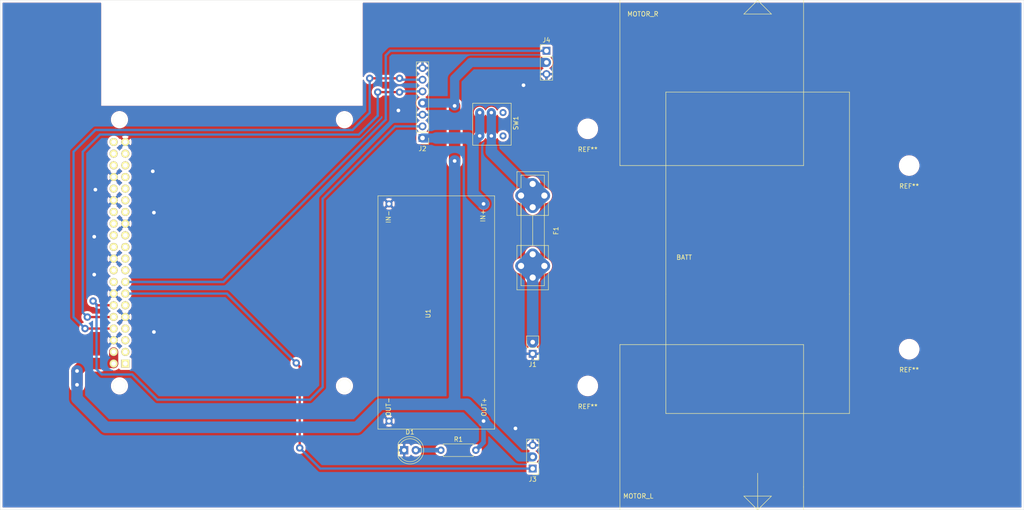
<source format=kicad_pcb>
(kicad_pcb (version 20171130) (host pcbnew "(5.1.6)-1")

  (general
    (thickness 1.6)
    (drawings 27)
    (tracks 118)
    (zones 0)
    (modules 14)
    (nets 39)
  )

  (page A4)
  (layers
    (0 F.Cu signal)
    (31 B.Cu signal)
    (32 B.Adhes user)
    (33 F.Adhes user)
    (34 B.Paste user)
    (35 F.Paste user)
    (36 B.SilkS user)
    (37 F.SilkS user)
    (38 B.Mask user)
    (39 F.Mask user)
    (40 Dwgs.User user)
    (41 Cmts.User user)
    (42 Eco1.User user)
    (43 Eco2.User user)
    (44 Edge.Cuts user)
    (45 Margin user)
    (46 B.CrtYd user)
    (47 F.CrtYd user)
    (48 B.Fab user)
    (49 F.Fab user)
  )

  (setup
    (last_trace_width 2.5)
    (user_trace_width 0.5)
    (user_trace_width 2)
    (user_trace_width 2.5)
    (trace_clearance 0.2)
    (zone_clearance 0.508)
    (zone_45_only no)
    (trace_min 0.2)
    (via_size 0.8)
    (via_drill 0.4)
    (via_min_size 0.4)
    (via_min_drill 0.3)
    (user_via 1.6 0.8)
    (uvia_size 0.3)
    (uvia_drill 0.1)
    (uvias_allowed no)
    (uvia_min_size 0.2)
    (uvia_min_drill 0.1)
    (edge_width 0.05)
    (segment_width 0.2)
    (pcb_text_width 0.3)
    (pcb_text_size 1.5 1.5)
    (mod_edge_width 0.12)
    (mod_text_size 1 1)
    (mod_text_width 0.15)
    (pad_size 1.524 1.524)
    (pad_drill 0.762)
    (pad_to_mask_clearance 0.05)
    (aux_axis_origin 0 0)
    (visible_elements 7FFFFFFF)
    (pcbplotparams
      (layerselection 0x00000_7fffffff)
      (usegerberextensions false)
      (usegerberattributes true)
      (usegerberadvancedattributes true)
      (creategerberjobfile true)
      (excludeedgelayer true)
      (linewidth 0.100000)
      (plotframeref false)
      (viasonmask false)
      (mode 1)
      (useauxorigin false)
      (hpglpennumber 1)
      (hpglpenspeed 20)
      (hpglpendiameter 15.000000)
      (psnegative false)
      (psa4output false)
      (plotreference false)
      (plotvalue false)
      (plotinvisibletext false)
      (padsonsilk false)
      (subtractmaskfromsilk false)
      (outputformat 4)
      (mirror true)
      (drillshape 2)
      (scaleselection 1)
      (outputdirectory ""))
  )

  (net 0 "")
  (net 1 "Net-(D1-Pad2)")
  (net 2 GND)
  (net 3 "Net-(F1-Pad1)")
  (net 4 "Net-(F1-Pad2)")
  (net 5 LIDAR_RX)
  (net 6 LIDAR_TX)
  (net 7 +5V)
  (net 8 MOTO_CTRL)
  (net 9 +BATT)
  (net 10 PWM_L)
  (net 11 PWM_R)
  (net 12 "Net-(RP1-Pad27)")
  (net 13 "Net-(RP1-Pad28)")
  (net 14 "Net-(RP1-Pad29)")
  (net 15 "Net-(RP1-Pad24)")
  (net 16 "Net-(RP1-Pad23)")
  (net 17 "Net-(RP1-Pad1)")
  (net 18 "Net-(RP1-Pad3)")
  (net 19 "Net-(RP1-Pad5)")
  (net 20 "Net-(RP1-Pad7)")
  (net 21 "Net-(RP1-Pad11)")
  (net 22 "Net-(RP1-Pad16)")
  (net 23 "Net-(RP1-Pad17)")
  (net 24 "Net-(RP1-Pad18)")
  (net 25 "Net-(RP1-Pad19)")
  (net 26 "Net-(RP1-Pad21)")
  (net 27 "Net-(RP1-Pad22)")
  (net 28 "Net-(RP1-Pad26)")
  (net 29 "Net-(RP1-Pad32)")
  (net 30 "Net-(RP1-Pad31)")
  (net 31 "Net-(RP1-Pad33)")
  (net 32 "Net-(RP1-Pad36)")
  (net 33 "Net-(RP1-Pad35)")
  (net 34 "Net-(RP1-Pad38)")
  (net 35 "Net-(RP1-Pad37)")
  (net 36 "Net-(RP1-Pad40)")
  (net 37 "Net-(SW1-Pad6)")
  (net 38 "Net-(SW1-Pad3)")

  (net_class Default "This is the default net class."
    (clearance 0.2)
    (trace_width 0.25)
    (via_dia 0.8)
    (via_drill 0.4)
    (uvia_dia 0.3)
    (uvia_drill 0.1)
    (add_net +5V)
    (add_net +BATT)
    (add_net GND)
    (add_net LIDAR_RX)
    (add_net LIDAR_TX)
    (add_net MOTO_CTRL)
    (add_net "Net-(D1-Pad2)")
    (add_net "Net-(F1-Pad1)")
    (add_net "Net-(F1-Pad2)")
    (add_net "Net-(RP1-Pad1)")
    (add_net "Net-(RP1-Pad11)")
    (add_net "Net-(RP1-Pad16)")
    (add_net "Net-(RP1-Pad17)")
    (add_net "Net-(RP1-Pad18)")
    (add_net "Net-(RP1-Pad19)")
    (add_net "Net-(RP1-Pad21)")
    (add_net "Net-(RP1-Pad22)")
    (add_net "Net-(RP1-Pad23)")
    (add_net "Net-(RP1-Pad24)")
    (add_net "Net-(RP1-Pad26)")
    (add_net "Net-(RP1-Pad27)")
    (add_net "Net-(RP1-Pad28)")
    (add_net "Net-(RP1-Pad29)")
    (add_net "Net-(RP1-Pad3)")
    (add_net "Net-(RP1-Pad31)")
    (add_net "Net-(RP1-Pad32)")
    (add_net "Net-(RP1-Pad33)")
    (add_net "Net-(RP1-Pad35)")
    (add_net "Net-(RP1-Pad36)")
    (add_net "Net-(RP1-Pad37)")
    (add_net "Net-(RP1-Pad38)")
    (add_net "Net-(RP1-Pad40)")
    (add_net "Net-(RP1-Pad5)")
    (add_net "Net-(RP1-Pad7)")
    (add_net "Net-(SW1-Pad3)")
    (add_net "Net-(SW1-Pad6)")
    (add_net PWM_L)
    (add_net PWM_R)
  )

  (module MountingHole:MountingHole_3.5mm (layer F.Cu) (tedit 56D1B4CB) (tstamp 6215EF94)
    (at 182 65 180)
    (descr "Mounting Hole 3.5mm, no annular")
    (tags "mounting hole 3.5mm no annular")
    (attr virtual)
    (fp_text reference REF** (at 0 -4.5) (layer F.SilkS)
      (effects (font (size 1 1) (thickness 0.15)))
    )
    (fp_text value MountingHole_3.5mm (at 0 4.5) (layer F.Fab)
      (effects (font (size 1 1) (thickness 0.15)))
    )
    (fp_circle (center 0 0) (end 3.75 0) (layer F.CrtYd) (width 0.05))
    (fp_circle (center 0 0) (end 3.5 0) (layer Cmts.User) (width 0.15))
    (fp_text user %R (at 0.3 0) (layer F.Fab)
      (effects (font (size 1 1) (thickness 0.15)))
    )
    (pad 1 np_thru_hole circle (at 0 0 180) (size 3.5 3.5) (drill 3.5) (layers *.Cu *.Mask))
  )

  (module MountingHole:MountingHole_3.5mm (layer F.Cu) (tedit 56D1B4CB) (tstamp 6215F03D)
    (at 252 73 180)
    (descr "Mounting Hole 3.5mm, no annular")
    (tags "mounting hole 3.5mm no annular")
    (attr virtual)
    (fp_text reference REF** (at 0 -4.5) (layer F.SilkS)
      (effects (font (size 1 1) (thickness 0.15)))
    )
    (fp_text value MountingHole_3.5mm (at 0 4.5) (layer F.Fab)
      (effects (font (size 1 1) (thickness 0.15)))
    )
    (fp_circle (center 0 0) (end 3.75 0) (layer F.CrtYd) (width 0.05))
    (fp_circle (center 0 0) (end 3.5 0) (layer Cmts.User) (width 0.15))
    (fp_text user %R (at 0.3 0) (layer F.Fab)
      (effects (font (size 1 1) (thickness 0.15)))
    )
    (pad 1 np_thru_hole circle (at 0 0 180) (size 3.5 3.5) (drill 3.5) (layers *.Cu *.Mask))
  )

  (module MountingHole:MountingHole_3.5mm (layer F.Cu) (tedit 56D1B4CB) (tstamp 6215F09D)
    (at 252 113 180)
    (descr "Mounting Hole 3.5mm, no annular")
    (tags "mounting hole 3.5mm no annular")
    (attr virtual)
    (fp_text reference REF** (at 0 -4.5) (layer F.SilkS)
      (effects (font (size 1 1) (thickness 0.15)))
    )
    (fp_text value MountingHole_3.5mm (at 0 4.5) (layer F.Fab)
      (effects (font (size 1 1) (thickness 0.15)))
    )
    (fp_circle (center 0 0) (end 3.75 0) (layer F.CrtYd) (width 0.05))
    (fp_circle (center 0 0) (end 3.5 0) (layer Cmts.User) (width 0.15))
    (fp_text user %R (at -3 -3) (layer F.Fab)
      (effects (font (size 1 1) (thickness 0.15)))
    )
    (pad 1 np_thru_hole circle (at 0 0 180) (size 3.5 3.5) (drill 3.5) (layers *.Cu *.Mask))
  )

  (module MountingHole:MountingHole_3.5mm (layer F.Cu) (tedit 56D1B4CB) (tstamp 6215EF62)
    (at 182 121 180)
    (descr "Mounting Hole 3.5mm, no annular")
    (tags "mounting hole 3.5mm no annular")
    (attr virtual)
    (fp_text reference REF** (at 0 -4.5) (layer F.SilkS)
      (effects (font (size 1 1) (thickness 0.15)))
    )
    (fp_text value MountingHole_3.5mm (at 0 4.5) (layer F.Fab)
      (effects (font (size 1 1) (thickness 0.15)))
    )
    (fp_circle (center 0 0) (end 3.75 0) (layer F.CrtYd) (width 0.05))
    (fp_circle (center 0 0) (end 3.5 0) (layer Cmts.User) (width 0.15))
    (fp_text user %R (at 0.3 0) (layer F.Fab)
      (effects (font (size 1 1) (thickness 0.15)))
    )
    (pad 1 np_thru_hole circle (at 0 0 180) (size 3.5 3.5) (drill 3.5) (layers *.Cu *.Mask))
  )

  (module sigmabot:BUCK_CONV (layer F.Cu) (tedit 620E4C87) (tstamp 6215FF96)
    (at 149 105 270)
    (path /620E5601)
    (fp_text reference U1 (at 0.254 1.778 90) (layer F.SilkS)
      (effects (font (size 1 1) (thickness 0.15)))
    )
    (fp_text value BUCK_CONV (at 0 -1.778 90) (layer F.Fab)
      (effects (font (size 1 1) (thickness 0.15)))
    )
    (fp_line (start -25.4 12.7) (end -25.4 -12.7) (layer F.SilkS) (width 0.12))
    (fp_line (start 25.4 12.7) (end -25.4 12.7) (layer F.SilkS) (width 0.12))
    (fp_line (start 25.4 -12.7) (end 25.4 12.7) (layer F.SilkS) (width 0.12))
    (fp_line (start -25.4 -12.7) (end 25.4 -12.7) (layer F.SilkS) (width 0.12))
    (fp_text user OUT+ (at 20.574 -10.414 90) (layer F.SilkS)
      (effects (font (size 1 1) (thickness 0.15)))
    )
    (fp_text user OUT- (at 20.574 10.414 90) (layer F.SilkS)
      (effects (font (size 1 1) (thickness 0.15)))
    )
    (fp_text user IN- (at -20.828 10.414 90) (layer F.SilkS)
      (effects (font (size 1 1) (thickness 0.15)))
    )
    (fp_text user IN+ (at -21.082 -10.16 90) (layer F.SilkS)
      (effects (font (size 1 1) (thickness 0.15)))
    )
    (pad 3 thru_hole circle (at 23.65 -10.3 270) (size 1.524 1.524) (drill 0.8) (layers *.Cu *.Mask)
      (net 7 +5V))
    (pad 2 thru_hole circle (at -23.65 10.3 270) (size 1.524 1.524) (drill 0.8) (layers *.Cu *.Mask)
      (net 2 GND))
    (pad 4 thru_hole circle (at 23.65 10.3 270) (size 1.524 1.524) (drill 0.8) (layers *.Cu *.Mask)
      (net 2 GND))
    (pad 1 thru_hole circle (at -23.65 -10.3 270) (size 1.524 1.524) (drill 0.8) (layers *.Cu *.Mask)
      (net 9 +BATT))
  )

  (module sigmabot:sw_DPDT (layer F.Cu) (tedit 621578D6) (tstamp 6215EA6F)
    (at 161 64 90)
    (path /62156774)
    (fp_text reference SW1 (at 0.254 5.334 90) (layer F.SilkS)
      (effects (font (size 1 1) (thickness 0.15)))
    )
    (fp_text value SW_DPDT_x2 (at 0 -5.334 90) (layer F.Fab)
      (effects (font (size 1 1) (thickness 0.15)))
    )
    (fp_line (start -4.572 4.318) (end -4.572 -4.064) (layer F.SilkS) (width 0.12))
    (fp_line (start 4.572 4.318) (end -4.572 4.318) (layer F.SilkS) (width 0.12))
    (fp_line (start 4.572 -4.064) (end 4.572 4.318) (layer F.SilkS) (width 0.12))
    (fp_line (start -4.572 -4.064) (end 4.572 -4.064) (layer F.SilkS) (width 0.12))
    (pad 6 thru_hole circle (at 2.54 2.54 90) (size 1.524 1.524) (drill 0.762) (layers *.Cu *.Mask)
      (net 37 "Net-(SW1-Pad6)"))
    (pad 5 thru_hole circle (at 2.54 0 90) (size 1.524 1.524) (drill 0.762) (layers *.Cu *.Mask)
      (net 3 "Net-(F1-Pad1)"))
    (pad 4 thru_hole circle (at 2.54 -2.54 90) (size 1.524 1.524) (drill 0.762) (layers *.Cu *.Mask)
      (net 9 +BATT))
    (pad 3 thru_hole circle (at -2.54 2.54 90) (size 1.524 1.524) (drill 0.762) (layers *.Cu *.Mask)
      (net 38 "Net-(SW1-Pad3)"))
    (pad 2 thru_hole circle (at -2.54 0 90) (size 1.524 1.524) (drill 0.762) (layers *.Cu *.Mask)
      (net 3 "Net-(F1-Pad1)"))
    (pad 1 thru_hole circle (at -2.54 -2.54 90) (size 1.524 1.524) (drill 0.762) (layers *.Cu *.Mask)
      (net 9 +BATT))
  )

  (module sigmabot:raspberrypi_2_3 (layer F.Cu) (tedit 5C5E4138) (tstamp 6216021E)
    (at 80 92 90)
    (descr "RaspberryPi 2")
    (tags CONN)
    (path /621062D0)
    (fp_text reference RP1 (at 0 -8.9 90) (layer F.Fab)
      (effects (font (size 2 2) (thickness 0.25)))
    )
    (fp_text value Raspberry_Pi_2_3 (at 0.1 -5.7 90) (layer F.Fab)
      (effects (font (size 2 2) (thickness 0.25)))
    )
    (fp_line (start -32.5 16.4) (end -32.5 31) (layer B.CrtYd) (width 0.15))
    (fp_line (start -18.2 52.5) (end -25.7 52.5) (layer B.CrtYd) (width 0.15))
    (fp_line (start 7 52.5) (end -8 52.5) (layer B.CrtYd) (width 0.15))
    (fp_line (start -18.2 47.5) (end -25.7 47.5) (layer B.CrtYd) (width 0.15))
    (fp_line (start -18.2 52.5) (end -18.2 47.5) (layer B.CrtYd) (width 0.15))
    (fp_line (start -25.7 52.5) (end -25.7 47.5) (layer B.CrtYd) (width 0.15))
    (fp_line (start -8 41.8) (end -8 52.5) (layer B.CrtYd) (width 0.15))
    (fp_line (start -8 41.8) (end 7 41.8) (layer B.CrtYd) (width 0.15))
    (fp_line (start 7 52.5) (end 7 41.8) (layer B.CrtYd) (width 0.15))
    (fp_line (start 18 55) (end 24 55) (layer B.CrtYd) (width 0.15))
    (fp_line (start 18 37) (end 18 55) (layer B.CrtYd) (width 0.15))
    (fp_line (start 24 37) (end 18 37) (layer B.CrtYd) (width 0.15))
    (fp_line (start 24 55) (end 24 37) (layer B.CrtYd) (width 0.15))
    (fp_line (start -17.9 16.4) (end -32.5 16.4) (layer B.CrtYd) (width 0.15))
    (fp_line (start -17.9 31) (end -32.5 31) (layer B.CrtYd) (width 0.15))
    (fp_line (start -17.9 16.4) (end -17.9 31) (layer B.CrtYd) (width 0.15))
    (fp_line (start 54.6 50.2) (end 54.6 34.3) (layer B.CrtYd) (width 0.15))
    (fp_line (start 33.6 50.2) (end 33.6 34.3) (layer B.CrtYd) (width 0.15))
    (fp_line (start 54.6 50.2) (end 33.6 50.2) (layer B.CrtYd) (width 0.15))
    (fp_line (start 33.6 34.3) (end 54.6 34.3) (layer B.CrtYd) (width 0.15))
    (fp_line (start 37.5 17) (end 54.6 17) (layer B.CrtYd) (width 0.15))
    (fp_line (start 37.5 30.1) (end 37.5 17) (layer B.CrtYd) (width 0.15))
    (fp_line (start 54.6 30.1) (end 37.5 30.1) (layer B.CrtYd) (width 0.15))
    (fp_line (start 54.6 30.1) (end 54.6 17) (layer B.CrtYd) (width 0.15))
    (fp_line (start 54.6 12.1) (end 37.5 12.1) (layer B.CrtYd) (width 0.15))
    (fp_line (start 37.5 -1) (end 37.5 12.1) (layer B.CrtYd) (width 0.15))
    (fp_line (start 54.6 12.1) (end 54.6 -1) (layer B.CrtYd) (width 0.15))
    (fp_line (start 37.5 -1) (end 54.6 -1) (layer B.CrtYd) (width 0.15))
    (fp_line (start -32.5 49) (end -32.5 0) (layer F.Fab) (width 0.15))
    (fp_line (start 49.5 -3.5) (end -29 -3.5) (layer F.Fab) (width 0.15))
    (fp_line (start 52.5 49.5) (end 52.5 -0.5) (layer F.Fab) (width 0.15))
    (fp_line (start -29 52.5) (end 49.5 52.5) (layer F.Fab) (width 0.15))
    (fp_line (start -25.4 -2.54) (end 25.4 -2.54) (layer F.Fab) (width 0.15))
    (fp_line (start 25.4 2.54) (end -25.4 2.54) (layer F.Fab) (width 0.15))
    (fp_line (start -25.4 -2.54) (end -25.4 2.54) (layer F.Fab) (width 0.15))
    (fp_line (start 25.39492 2.54) (end 25.39492 -2.54) (layer F.Fab) (width 0.15))
    (fp_arc (start 49.5 -0.5) (end 49.5 -3.5) (angle 90) (layer F.Fab) (width 0.15))
    (fp_arc (start 49.5 49.5) (end 52.5 49.5) (angle 90) (layer F.Fab) (width 0.15))
    (fp_arc (start -29 49) (end -29 52.5) (angle 90) (layer F.Fab) (width 0.15))
    (fp_arc (start -29 0) (end -32.5 0) (angle 90) (layer F.Fab) (width 0.15))
    (fp_text user "By Lukaneco" (at 23.7 -6.8 90) (layer F.Fab)
      (effects (font (size 1 1) (thickness 0.15)))
    )
    (pad 27 thru_hole circle (at 8.89 1.27 90) (size 1.75 1.75) (drill 1.016) (layers *.Cu *.Mask F.SilkS)
      (net 12 "Net-(RP1-Pad27)"))
    (pad 28 thru_hole circle (at 8.89 -1.27 90) (size 1.75 1.75) (drill 1.016) (layers *.Cu *.Mask F.SilkS)
      (net 13 "Net-(RP1-Pad28)"))
    (pad 29 thru_hole circle (at 11.43 1.27 90) (size 1.75 1.75) (drill 1.016) (layers *.Cu *.Mask F.SilkS)
      (net 14 "Net-(RP1-Pad29)"))
    (pad 30 thru_hole circle (at 11.43 -1.27 90) (size 1.75 1.75) (drill 1.016) (layers *.Cu *.Mask F.SilkS)
      (net 2 GND))
    (pad 24 thru_hole circle (at 3.81 -1.27 90) (size 1.75 1.75) (drill 1.016) (layers *.Cu *.Mask F.SilkS)
      (net 15 "Net-(RP1-Pad24)"))
    (pad 23 thru_hole circle (at 3.81 1.27 90) (size 1.75 1.75) (drill 1.016) (layers *.Cu *.Mask F.SilkS)
      (net 16 "Net-(RP1-Pad23)"))
    (pad 1 thru_hole rect (at -24.13 1.27 90) (size 1.75 1.75) (drill 1.016) (layers *.Cu *.Mask F.SilkS)
      (net 17 "Net-(RP1-Pad1)"))
    (pad 2 thru_hole circle (at -24.13 -1.27 90) (size 1.75 1.75) (drill 1.016) (layers *.Cu *.Mask F.SilkS)
      (net 7 +5V))
    (pad 3 thru_hole circle (at -21.59 1.27 90) (size 1.75 1.75) (drill 1.016) (layers *.Cu *.Mask F.SilkS)
      (net 18 "Net-(RP1-Pad3)"))
    (pad 4 thru_hole circle (at -21.59 -1.27 90) (size 1.75 1.75) (drill 1.016) (layers *.Cu *.Mask F.SilkS)
      (net 7 +5V))
    (pad 5 thru_hole circle (at -19.05 1.27 90) (size 1.75 1.75) (drill 1.016) (layers *.Cu *.Mask F.SilkS)
      (net 19 "Net-(RP1-Pad5)"))
    (pad 6 thru_hole circle (at -19.05 -1.27 90) (size 1.75 1.75) (drill 1.016) (layers *.Cu *.Mask F.SilkS)
      (net 2 GND))
    (pad 7 thru_hole circle (at -16.51 1.27 90) (size 1.75 1.75) (drill 1.016) (layers *.Cu *.Mask F.SilkS)
      (net 20 "Net-(RP1-Pad7)"))
    (pad 8 thru_hole circle (at -16.51 -1.27 90) (size 1.75 1.75) (drill 1.016) (layers *.Cu *.Mask F.SilkS)
      (net 5 LIDAR_RX))
    (pad 9 thru_hole circle (at -13.97 1.27 90) (size 1.75 1.75) (drill 1.016) (layers *.Cu *.Mask F.SilkS)
      (net 2 GND))
    (pad 10 thru_hole circle (at -13.97 -1.27 90) (size 1.75 1.75) (drill 1.016) (layers *.Cu *.Mask F.SilkS)
      (net 6 LIDAR_TX))
    (pad 11 thru_hole circle (at -11.43 1.27 90) (size 1.75 1.75) (drill 1.016) (layers *.Cu *.Mask F.SilkS)
      (net 21 "Net-(RP1-Pad11)"))
    (pad 12 thru_hole circle (at -11.43 -1.27 90) (size 1.75 1.75) (drill 1.016) (layers *.Cu *.Mask F.SilkS)
      (net 8 MOTO_CTRL))
    (pad 13 thru_hole circle (at -8.89 1.27 90) (size 1.75 1.75) (drill 1.016) (layers *.Cu *.Mask F.SilkS)
      (net 10 PWM_L))
    (pad 14 thru_hole circle (at -8.89 -1.27 90) (size 1.75 1.75) (drill 1.016) (layers *.Cu *.Mask F.SilkS)
      (net 2 GND))
    (pad 15 thru_hole circle (at -6.35 1.27 90) (size 1.75 1.75) (drill 1.016) (layers *.Cu *.Mask F.SilkS)
      (net 11 PWM_R))
    (pad 16 thru_hole circle (at -6.35 -1.27 90) (size 1.75 1.75) (drill 1.016) (layers *.Cu *.Mask F.SilkS)
      (net 22 "Net-(RP1-Pad16)"))
    (pad 17 thru_hole circle (at -3.81 1.27 90) (size 1.75 1.75) (drill 1.016) (layers *.Cu *.Mask F.SilkS)
      (net 23 "Net-(RP1-Pad17)"))
    (pad 18 thru_hole circle (at -3.81 -1.27 90) (size 1.75 1.75) (drill 1.016) (layers *.Cu *.Mask F.SilkS)
      (net 24 "Net-(RP1-Pad18)"))
    (pad 19 thru_hole circle (at -1.27 1.27 90) (size 1.75 1.75) (drill 1.016) (layers *.Cu *.Mask F.SilkS)
      (net 25 "Net-(RP1-Pad19)"))
    (pad 20 thru_hole circle (at -1.27 -1.27 90) (size 1.75 1.75) (drill 1.016) (layers *.Cu *.Mask F.SilkS)
      (net 2 GND))
    (pad 21 thru_hole circle (at 1.27 1.27 90) (size 1.75 1.75) (drill 1.016) (layers *.Cu *.Mask F.SilkS)
      (net 26 "Net-(RP1-Pad21)"))
    (pad 22 thru_hole circle (at 1.27 -1.27 90) (size 1.75 1.75) (drill 1.016) (layers *.Cu *.Mask F.SilkS)
      (net 27 "Net-(RP1-Pad22)"))
    (pad 25 thru_hole circle (at 6.35 1.27 90) (size 1.75 1.75) (drill 1.016) (layers *.Cu *.Mask F.SilkS)
      (net 2 GND))
    (pad 26 thru_hole circle (at 6.35 -1.27 90) (size 1.75 1.75) (drill 1.016) (layers *.Cu *.Mask F.SilkS)
      (net 28 "Net-(RP1-Pad26)"))
    (pad 32 thru_hole circle (at 13.97 -1.27 90) (size 1.75 1.75) (drill 1.016) (layers *.Cu *.Mask F.SilkS)
      (net 29 "Net-(RP1-Pad32)"))
    (pad 31 thru_hole circle (at 13.97 1.27 90) (size 1.75 1.75) (drill 1.016) (layers *.Cu *.Mask F.SilkS)
      (net 30 "Net-(RP1-Pad31)"))
    (pad 34 thru_hole circle (at 16.51 -1.27 90) (size 1.75 1.75) (drill 1.016) (layers *.Cu *.Mask F.SilkS)
      (net 2 GND))
    (pad 33 thru_hole circle (at 16.51 1.27 90) (size 1.75 1.75) (drill 1.016) (layers *.Cu *.Mask F.SilkS)
      (net 31 "Net-(RP1-Pad33)"))
    (pad 36 thru_hole circle (at 19.05 -1.27 90) (size 1.75 1.75) (drill 1.016) (layers *.Cu *.Mask F.SilkS)
      (net 32 "Net-(RP1-Pad36)"))
    (pad 35 thru_hole circle (at 19.05 1.27 90) (size 1.75 1.75) (drill 1.016) (layers *.Cu *.Mask F.SilkS)
      (net 33 "Net-(RP1-Pad35)"))
    (pad 38 thru_hole circle (at 21.59 -1.27 90) (size 1.75 1.75) (drill 1.016) (layers *.Cu *.Mask F.SilkS)
      (net 34 "Net-(RP1-Pad38)"))
    (pad 37 thru_hole circle (at 21.59 1.27 90) (size 1.75 1.75) (drill 1.016) (layers *.Cu *.Mask F.SilkS)
      (net 35 "Net-(RP1-Pad37)"))
    (pad 40 thru_hole circle (at 24.13 -1.27 90) (size 1.75 1.75) (drill 1.016) (layers *.Cu *.Mask F.SilkS)
      (net 36 "Net-(RP1-Pad40)"))
    (pad 39 thru_hole circle (at 24.13 1.27 90) (size 1.75 1.75) (drill 1.016) (layers *.Cu *.Mask F.SilkS)
      (net 2 GND))
    (pad "" np_thru_hole circle (at -29 0 90) (size 2.75 2.75) (drill 2.75) (layers *.Cu *.Mask F.SilkS))
    (pad "" np_thru_hole circle (at 29 0 90) (size 2.75 2.75) (drill 2.75) (layers *.Cu *.Mask F.SilkS))
    (pad "" np_thru_hole circle (at -29 49 90) (size 2.75 2.75) (drill 2.75) (layers *.Cu *.Mask F.SilkS))
    (pad "" np_thru_hole circle (at 29 49 90) (size 2.75 2.75) (drill 2.75) (layers *.Cu *.Mask F.SilkS))
    (model unsorted/raspberryPi3b-simple.wrl
      (offset (xyz 9.905999851226808 -24.5871996307373 -18.28799972534179))
      (scale (xyz 1 1 1))
      (rotate (xyz 90 180 180))
    )
    (model Pin_Header/Pin_Header_Straight_Female_2x20_RaspPi.wrl
      (offset (xyz 0 0 -6.349999904632568))
      (scale (xyz 1 1 1))
      (rotate (xyz 90 0 90))
    )
  )

  (module Resistor_THT:R_Axial_DIN0207_L6.3mm_D2.5mm_P7.62mm_Horizontal (layer F.Cu) (tedit 5AE5139B) (tstamp 62160705)
    (at 150 135)
    (descr "Resistor, Axial_DIN0207 series, Axial, Horizontal, pin pitch=7.62mm, 0.25W = 1/4W, length*diameter=6.3*2.5mm^2, http://cdn-reichelt.de/documents/datenblatt/B400/1_4W%23YAG.pdf")
    (tags "Resistor Axial_DIN0207 series Axial Horizontal pin pitch 7.62mm 0.25W = 1/4W length 6.3mm diameter 2.5mm")
    (path /6216B1C6)
    (fp_text reference R1 (at 3.81 -2.37) (layer F.SilkS)
      (effects (font (size 1 1) (thickness 0.15)))
    )
    (fp_text value 510R (at 3.81 2.37) (layer F.Fab)
      (effects (font (size 1 1) (thickness 0.15)))
    )
    (fp_line (start 8.67 -1.5) (end -1.05 -1.5) (layer F.CrtYd) (width 0.05))
    (fp_line (start 8.67 1.5) (end 8.67 -1.5) (layer F.CrtYd) (width 0.05))
    (fp_line (start -1.05 1.5) (end 8.67 1.5) (layer F.CrtYd) (width 0.05))
    (fp_line (start -1.05 -1.5) (end -1.05 1.5) (layer F.CrtYd) (width 0.05))
    (fp_line (start 7.08 1.37) (end 7.08 1.04) (layer F.SilkS) (width 0.12))
    (fp_line (start 0.54 1.37) (end 7.08 1.37) (layer F.SilkS) (width 0.12))
    (fp_line (start 0.54 1.04) (end 0.54 1.37) (layer F.SilkS) (width 0.12))
    (fp_line (start 7.08 -1.37) (end 7.08 -1.04) (layer F.SilkS) (width 0.12))
    (fp_line (start 0.54 -1.37) (end 7.08 -1.37) (layer F.SilkS) (width 0.12))
    (fp_line (start 0.54 -1.04) (end 0.54 -1.37) (layer F.SilkS) (width 0.12))
    (fp_line (start 7.62 0) (end 6.96 0) (layer F.Fab) (width 0.1))
    (fp_line (start 0 0) (end 0.66 0) (layer F.Fab) (width 0.1))
    (fp_line (start 6.96 -1.25) (end 0.66 -1.25) (layer F.Fab) (width 0.1))
    (fp_line (start 6.96 1.25) (end 6.96 -1.25) (layer F.Fab) (width 0.1))
    (fp_line (start 0.66 1.25) (end 6.96 1.25) (layer F.Fab) (width 0.1))
    (fp_line (start 0.66 -1.25) (end 0.66 1.25) (layer F.Fab) (width 0.1))
    (fp_text user %R (at 3 1) (layer F.Fab)
      (effects (font (size 1 1) (thickness 0.15)))
    )
    (pad 2 thru_hole oval (at 7.62 0) (size 1.6 1.6) (drill 0.8) (layers *.Cu *.Mask)
      (net 7 +5V))
    (pad 1 thru_hole circle (at 0 0) (size 1.6 1.6) (drill 0.8) (layers *.Cu *.Mask)
      (net 1 "Net-(D1-Pad2)"))
    (model ${KISYS3DMOD}/Resistor_THT.3dshapes/R_Axial_DIN0207_L6.3mm_D2.5mm_P7.62mm_Horizontal.wrl
      (at (xyz 0 0 0))
      (scale (xyz 1 1 1))
      (rotate (xyz 0 0 0))
    )
  )

  (module Connector_PinHeader_2.54mm:PinHeader_1x03_P2.54mm_Vertical (layer F.Cu) (tedit 59FED5CC) (tstamp 6215FDCF)
    (at 173 48)
    (descr "Through hole straight pin header, 1x03, 2.54mm pitch, single row")
    (tags "Through hole pin header THT 1x03 2.54mm single row")
    (path /620F49D5)
    (fp_text reference J4 (at 0 -2.33) (layer F.SilkS)
      (effects (font (size 1 1) (thickness 0.15)))
    )
    (fp_text value MOTOR_R (at 0 7.41) (layer F.Fab)
      (effects (font (size 1 1) (thickness 0.15)))
    )
    (fp_line (start 1.8 -1.8) (end -1.8 -1.8) (layer F.CrtYd) (width 0.05))
    (fp_line (start 1.8 6.85) (end 1.8 -1.8) (layer F.CrtYd) (width 0.05))
    (fp_line (start -1.8 6.85) (end 1.8 6.85) (layer F.CrtYd) (width 0.05))
    (fp_line (start -1.8 -1.8) (end -1.8 6.85) (layer F.CrtYd) (width 0.05))
    (fp_line (start -1.33 -1.33) (end 0 -1.33) (layer F.SilkS) (width 0.12))
    (fp_line (start -1.33 0) (end -1.33 -1.33) (layer F.SilkS) (width 0.12))
    (fp_line (start -1.33 1.27) (end 1.33 1.27) (layer F.SilkS) (width 0.12))
    (fp_line (start 1.33 1.27) (end 1.33 6.41) (layer F.SilkS) (width 0.12))
    (fp_line (start -1.33 1.27) (end -1.33 6.41) (layer F.SilkS) (width 0.12))
    (fp_line (start -1.33 6.41) (end 1.33 6.41) (layer F.SilkS) (width 0.12))
    (fp_line (start -1.27 -0.635) (end -0.635 -1.27) (layer F.Fab) (width 0.1))
    (fp_line (start -1.27 6.35) (end -1.27 -0.635) (layer F.Fab) (width 0.1))
    (fp_line (start 1.27 6.35) (end -1.27 6.35) (layer F.Fab) (width 0.1))
    (fp_line (start 1.27 -1.27) (end 1.27 6.35) (layer F.Fab) (width 0.1))
    (fp_line (start -0.635 -1.27) (end 1.27 -1.27) (layer F.Fab) (width 0.1))
    (fp_text user %R (at 0 2.54 90) (layer F.Fab)
      (effects (font (size 1 1) (thickness 0.15)))
    )
    (pad 3 thru_hole oval (at 0 5.08) (size 1.7 1.7) (drill 1) (layers *.Cu *.Mask)
      (net 2 GND))
    (pad 2 thru_hole oval (at 0 2.54) (size 1.7 1.7) (drill 1) (layers *.Cu *.Mask)
      (net 7 +5V))
    (pad 1 thru_hole rect (at 0 0) (size 1.7 1.7) (drill 1) (layers *.Cu *.Mask)
      (net 11 PWM_R))
    (model ${KISYS3DMOD}/Connector_PinHeader_2.54mm.3dshapes/PinHeader_1x03_P2.54mm_Vertical.wrl
      (at (xyz 0 0 0))
      (scale (xyz 1 1 1))
      (rotate (xyz 0 0 0))
    )
  )

  (module Connector_PinHeader_2.54mm:PinHeader_1x03_P2.54mm_Vertical (layer F.Cu) (tedit 59FED5CC) (tstamp 6215F1EC)
    (at 170 139 180)
    (descr "Through hole straight pin header, 1x03, 2.54mm pitch, single row")
    (tags "Through hole pin header THT 1x03 2.54mm single row")
    (path /620F4F8A)
    (fp_text reference J3 (at 0 -2.33) (layer F.SilkS)
      (effects (font (size 1 1) (thickness 0.15)))
    )
    (fp_text value MOTOR_L (at 0 7.41) (layer F.Fab)
      (effects (font (size 1 1) (thickness 0.15)))
    )
    (fp_line (start 1.8 -1.8) (end -1.8 -1.8) (layer F.CrtYd) (width 0.05))
    (fp_line (start 1.8 6.85) (end 1.8 -1.8) (layer F.CrtYd) (width 0.05))
    (fp_line (start -1.8 6.85) (end 1.8 6.85) (layer F.CrtYd) (width 0.05))
    (fp_line (start -1.8 -1.8) (end -1.8 6.85) (layer F.CrtYd) (width 0.05))
    (fp_line (start -1.33 -1.33) (end 0 -1.33) (layer F.SilkS) (width 0.12))
    (fp_line (start -1.33 0) (end -1.33 -1.33) (layer F.SilkS) (width 0.12))
    (fp_line (start -1.33 1.27) (end 1.33 1.27) (layer F.SilkS) (width 0.12))
    (fp_line (start 1.33 1.27) (end 1.33 6.41) (layer F.SilkS) (width 0.12))
    (fp_line (start -1.33 1.27) (end -1.33 6.41) (layer F.SilkS) (width 0.12))
    (fp_line (start -1.33 6.41) (end 1.33 6.41) (layer F.SilkS) (width 0.12))
    (fp_line (start -1.27 -0.635) (end -0.635 -1.27) (layer F.Fab) (width 0.1))
    (fp_line (start -1.27 6.35) (end -1.27 -0.635) (layer F.Fab) (width 0.1))
    (fp_line (start 1.27 6.35) (end -1.27 6.35) (layer F.Fab) (width 0.1))
    (fp_line (start 1.27 -1.27) (end 1.27 6.35) (layer F.Fab) (width 0.1))
    (fp_line (start -0.635 -1.27) (end 1.27 -1.27) (layer F.Fab) (width 0.1))
    (fp_text user %R (at 0 2.54 90) (layer F.Fab)
      (effects (font (size 1 1) (thickness 0.15)))
    )
    (pad 3 thru_hole oval (at 0 5.08 180) (size 1.7 1.7) (drill 1) (layers *.Cu *.Mask)
      (net 2 GND))
    (pad 2 thru_hole oval (at 0 2.54 180) (size 1.7 1.7) (drill 1) (layers *.Cu *.Mask)
      (net 7 +5V))
    (pad 1 thru_hole rect (at 0 0 180) (size 1.7 1.7) (drill 1) (layers *.Cu *.Mask)
      (net 10 PWM_L))
    (model ${KISYS3DMOD}/Connector_PinHeader_2.54mm.3dshapes/PinHeader_1x03_P2.54mm_Vertical.wrl
      (at (xyz 0 0 0))
      (scale (xyz 1 1 1))
      (rotate (xyz 0 0 0))
    )
  )

  (module Connector_PinHeader_2.54mm:PinHeader_1x07_P2.54mm_Vertical (layer F.Cu) (tedit 59FED5CC) (tstamp 6216092E)
    (at 146 67 180)
    (descr "Through hole straight pin header, 1x07, 2.54mm pitch, single row")
    (tags "Through hole pin header THT 1x07 2.54mm single row")
    (path /620EB0F1)
    (fp_text reference J2 (at 0 -2.33) (layer F.SilkS)
      (effects (font (size 1 1) (thickness 0.15)))
    )
    (fp_text value Conn_01x07 (at 0 17.57) (layer F.Fab)
      (effects (font (size 1 1) (thickness 0.15)))
    )
    (fp_line (start 1.8 -1.8) (end -1.8 -1.8) (layer F.CrtYd) (width 0.05))
    (fp_line (start 1.8 17.05) (end 1.8 -1.8) (layer F.CrtYd) (width 0.05))
    (fp_line (start -1.8 17.05) (end 1.8 17.05) (layer F.CrtYd) (width 0.05))
    (fp_line (start -1.8 -1.8) (end -1.8 17.05) (layer F.CrtYd) (width 0.05))
    (fp_line (start -1.33 -1.33) (end 0 -1.33) (layer F.SilkS) (width 0.12))
    (fp_line (start -1.33 0) (end -1.33 -1.33) (layer F.SilkS) (width 0.12))
    (fp_line (start -1.33 1.27) (end 1.33 1.27) (layer F.SilkS) (width 0.12))
    (fp_line (start 1.33 1.27) (end 1.33 16.57) (layer F.SilkS) (width 0.12))
    (fp_line (start -1.33 1.27) (end -1.33 16.57) (layer F.SilkS) (width 0.12))
    (fp_line (start -1.33 16.57) (end 1.33 16.57) (layer F.SilkS) (width 0.12))
    (fp_line (start -1.27 -0.635) (end -0.635 -1.27) (layer F.Fab) (width 0.1))
    (fp_line (start -1.27 16.51) (end -1.27 -0.635) (layer F.Fab) (width 0.1))
    (fp_line (start 1.27 16.51) (end -1.27 16.51) (layer F.Fab) (width 0.1))
    (fp_line (start 1.27 -1.27) (end 1.27 16.51) (layer F.Fab) (width 0.1))
    (fp_line (start -0.635 -1.27) (end 1.27 -1.27) (layer F.Fab) (width 0.1))
    (fp_text user %R (at 2 9 90) (layer F.Fab)
      (effects (font (size 1 1) (thickness 0.15)))
    )
    (pad 7 thru_hole oval (at 0 15.24 180) (size 1.7 1.7) (drill 1) (layers *.Cu *.Mask)
      (net 2 GND))
    (pad 6 thru_hole oval (at 0 12.7 180) (size 1.7 1.7) (drill 1) (layers *.Cu *.Mask)
      (net 5 LIDAR_RX))
    (pad 5 thru_hole oval (at 0 10.16 180) (size 1.7 1.7) (drill 1) (layers *.Cu *.Mask)
      (net 6 LIDAR_TX))
    (pad 4 thru_hole oval (at 0 7.62 180) (size 1.7 1.7) (drill 1) (layers *.Cu *.Mask)
      (net 7 +5V))
    (pad 3 thru_hole oval (at 0 5.08 180) (size 1.7 1.7) (drill 1) (layers *.Cu *.Mask)
      (net 2 GND))
    (pad 2 thru_hole oval (at 0 2.54 180) (size 1.7 1.7) (drill 1) (layers *.Cu *.Mask)
      (net 8 MOTO_CTRL))
    (pad 1 thru_hole rect (at 0 0 180) (size 1.7 1.7) (drill 1) (layers *.Cu *.Mask)
      (net 9 +BATT))
    (model ${KISYS3DMOD}/Connector_PinHeader_2.54mm.3dshapes/PinHeader_1x07_P2.54mm_Vertical.wrl
      (at (xyz 0 0 0))
      (scale (xyz 1 1 1))
      (rotate (xyz 0 0 0))
    )
  )

  (module Connector_PinHeader_2.54mm:PinHeader_1x02_P2.54mm_Vertical (layer F.Cu) (tedit 59FED5CC) (tstamp 62160698)
    (at 170 114 180)
    (descr "Through hole straight pin header, 1x02, 2.54mm pitch, single row")
    (tags "Through hole pin header THT 1x02 2.54mm single row")
    (path /620D3B3B)
    (fp_text reference J1 (at 0 -2.33) (layer F.SilkS)
      (effects (font (size 1 1) (thickness 0.15)))
    )
    (fp_text value Conn_01x02 (at 0 4.87) (layer F.Fab)
      (effects (font (size 1 1) (thickness 0.15)))
    )
    (fp_line (start 1.8 -1.8) (end -1.8 -1.8) (layer F.CrtYd) (width 0.05))
    (fp_line (start 1.8 4.35) (end 1.8 -1.8) (layer F.CrtYd) (width 0.05))
    (fp_line (start -1.8 4.35) (end 1.8 4.35) (layer F.CrtYd) (width 0.05))
    (fp_line (start -1.8 -1.8) (end -1.8 4.35) (layer F.CrtYd) (width 0.05))
    (fp_line (start -1.33 -1.33) (end 0 -1.33) (layer F.SilkS) (width 0.12))
    (fp_line (start -1.33 0) (end -1.33 -1.33) (layer F.SilkS) (width 0.12))
    (fp_line (start -1.33 1.27) (end 1.33 1.27) (layer F.SilkS) (width 0.12))
    (fp_line (start 1.33 1.27) (end 1.33 3.87) (layer F.SilkS) (width 0.12))
    (fp_line (start -1.33 1.27) (end -1.33 3.87) (layer F.SilkS) (width 0.12))
    (fp_line (start -1.33 3.87) (end 1.33 3.87) (layer F.SilkS) (width 0.12))
    (fp_line (start -1.27 -0.635) (end -0.635 -1.27) (layer F.Fab) (width 0.1))
    (fp_line (start -1.27 3.81) (end -1.27 -0.635) (layer F.Fab) (width 0.1))
    (fp_line (start 1.27 3.81) (end -1.27 3.81) (layer F.Fab) (width 0.1))
    (fp_line (start 1.27 -1.27) (end 1.27 3.81) (layer F.Fab) (width 0.1))
    (fp_line (start -0.635 -1.27) (end 1.27 -1.27) (layer F.Fab) (width 0.1))
    (fp_text user %R (at 0 1.27 90) (layer F.Fab)
      (effects (font (size 1 1) (thickness 0.15)))
    )
    (pad 2 thru_hole oval (at 0 2.54 180) (size 1.7 1.7) (drill 1) (layers *.Cu *.Mask)
      (net 4 "Net-(F1-Pad2)"))
    (pad 1 thru_hole rect (at 0 0 180) (size 1.7 1.7) (drill 1) (layers *.Cu *.Mask)
      (net 2 GND))
    (model ${KISYS3DMOD}/Connector_PinHeader_2.54mm.3dshapes/PinHeader_1x02_P2.54mm_Vertical.wrl
      (at (xyz 0 0 0))
      (scale (xyz 1 1 1))
      (rotate (xyz 0 0 0))
    )
  )

  (module sigmabot:Fuseholder5x20_horiz_open_universal_Type-III (layer F.Cu) (tedit 0) (tstamp 6215F6EA)
    (at 170 77 270)
    (descr "Fuseholder, 5x20, open, horizontal, Type-III, universal, inline, lateral,")
    (tags "Fuseholder 5x20 open horizontal Type-III universal inline lateral Sicherungshalter offen ")
    (path /620D536C)
    (fp_text reference F1 (at 10.2 -5.08 90) (layer F.SilkS)
      (effects (font (size 1 1) (thickness 0.15)))
    )
    (fp_text value Fuse (at 12.74 6.35 90) (layer F.Fab)
      (effects (font (size 1 1) (thickness 0.15)))
    )
    (fp_line (start 23.3 3.96) (end -2.85 3.96) (layer F.CrtYd) (width 0.05))
    (fp_line (start 23.3 3.96) (end 23.3 -3.96) (layer F.CrtYd) (width 0.05))
    (fp_line (start -2.85 -3.96) (end -2.85 3.96) (layer F.CrtYd) (width 0.05))
    (fp_line (start -2.85 -3.96) (end 23.3 -3.96) (layer F.CrtYd) (width 0.05))
    (fp_line (start 13.41 2.54) (end 13.41 0) (layer F.SilkS) (width 0.12))
    (fp_line (start 22.17 -2.54) (end 22.17 2.54) (layer F.SilkS) (width 0.12))
    (fp_line (start 13.41 0) (end 13.41 -2.54) (layer F.SilkS) (width 0.12))
    (fp_line (start 6.86 2.54) (end 6.86 0) (layer F.SilkS) (width 0.12))
    (fp_line (start -1.91 -2.54) (end -1.91 2.54) (layer F.SilkS) (width 0.12))
    (fp_line (start 6.86 0) (end 6.86 -2.54) (layer F.SilkS) (width 0.12))
    (fp_line (start 4.36 -2.54) (end 15.91 -2.54) (layer F.SilkS) (width 0.12))
    (fp_line (start 15.91 2.54) (end 4.23 2.54) (layer F.SilkS) (width 0.12))
    (fp_line (start 6.86 -3.43) (end 6.86 -2.41) (layer F.SilkS) (width 0.12))
    (fp_line (start 6.86 3.43) (end 6.86 2.54) (layer F.SilkS) (width 0.12))
    (fp_line (start -2.67 -3.43) (end -2.67 3.43) (layer F.SilkS) (width 0.12))
    (fp_line (start 13.41 -3.43) (end 13.41 -2.54) (layer F.SilkS) (width 0.12))
    (fp_line (start 13.41 3.43) (end 13.41 2.54) (layer F.SilkS) (width 0.12))
    (fp_line (start 23.07 -3.43) (end 23.07 3.43) (layer F.SilkS) (width 0.12))
    (fp_line (start 22.18 -2.54) (end 19.51 -2.54) (layer F.SilkS) (width 0.12))
    (fp_line (start 23.07 -3.43) (end 19.26 -3.43) (layer F.SilkS) (width 0.12))
    (fp_line (start 22.18 2.54) (end 19.51 2.54) (layer F.SilkS) (width 0.12))
    (fp_line (start 23.07 3.43) (end 19.26 3.43) (layer F.SilkS) (width 0.12))
    (fp_line (start 13.41 3.43) (end 16.46 3.43) (layer F.SilkS) (width 0.12))
    (fp_line (start 13.41 2.54) (end 16.21 2.54) (layer F.SilkS) (width 0.12))
    (fp_line (start 13.41 -2.54) (end 16.21 -2.54) (layer F.SilkS) (width 0.12))
    (fp_line (start 13.41 -3.43) (end 16.46 -3.43) (layer F.SilkS) (width 0.12))
    (fp_line (start 6.86 -2.54) (end 4.19 -2.54) (layer F.SilkS) (width 0.12))
    (fp_line (start 6.86 -3.43) (end 3.94 -3.43) (layer F.SilkS) (width 0.12))
    (fp_line (start -1.9 -2.54) (end 0.89 -2.54) (layer F.SilkS) (width 0.12))
    (fp_line (start -2.67 -3.43) (end 1.14 -3.43) (layer F.SilkS) (width 0.12))
    (fp_line (start 6.86 2.54) (end 4.19 2.54) (layer F.SilkS) (width 0.12))
    (fp_line (start -1.9 2.54) (end 0.89 2.54) (layer F.SilkS) (width 0.12))
    (fp_line (start -2.67 3.43) (end 1.14 3.43) (layer F.SilkS) (width 0.12))
    (fp_line (start 6.86 3.43) (end 3.94 3.43) (layer F.SilkS) (width 0.12))
    (fp_line (start 6.95 0) (end 13.45 0) (layer F.SilkS) (width 0.12))
    (fp_line (start -2.6 3.35) (end -2.6 -3.35) (layer F.Fab) (width 0.1))
    (fp_line (start 6.75 3.35) (end -2.6 3.35) (layer F.Fab) (width 0.1))
    (fp_line (start 6.75 -3.35) (end 6.75 3.35) (layer F.Fab) (width 0.1))
    (fp_line (start -2.6 -3.35) (end 6.75 -3.35) (layer F.Fab) (width 0.1))
    (fp_line (start 23.05 -3.3) (end 13.5 -3.35) (layer F.Fab) (width 0.1))
    (fp_line (start 23.05 3.35) (end 23.05 -3.3) (layer F.Fab) (width 0.1))
    (fp_line (start 13.5 3.35) (end 23.05 3.35) (layer F.Fab) (width 0.1))
    (fp_line (start 13.5 -3.35) (end 13.5 3.35) (layer F.Fab) (width 0.1))
    (fp_line (start -1.9 2.55) (end -1.9 -2.5) (layer F.Fab) (width 0.1))
    (fp_line (start 22.2 2.55) (end -1.9 2.55) (layer F.Fab) (width 0.1))
    (fp_line (start 22.2 -2.55) (end 22.2 2.55) (layer F.Fab) (width 0.1))
    (fp_line (start -1.9 -2.55) (end 22.2 -2.55) (layer F.Fab) (width 0.1))
    (fp_line (start 2.55 0) (end 17.9 0) (layer F.Fab) (width 0.1))
    (pad 1 thru_hole circle (at 2.54 2.54 270) (size 2.35 2.35) (drill 1.35) (layers *.Cu *.Mask)
      (net 3 "Net-(F1-Pad1)"))
    (pad 1 thru_hole circle (at 2.54 -2.54 270) (size 2.35 2.35) (drill 1.35) (layers *.Cu *.Mask)
      (net 3 "Net-(F1-Pad1)"))
    (pad 2 thru_hole circle (at 17.86 2.54 270) (size 2.35 2.35) (drill 1.35) (layers *.Cu *.Mask)
      (net 4 "Net-(F1-Pad2)"))
    (pad 2 thru_hole circle (at 17.86 -2.54 270) (size 2.35 2.35) (drill 1.35) (layers *.Cu *.Mask)
      (net 4 "Net-(F1-Pad2)"))
    (pad 1 thru_hole circle (at 0 0 270) (size 2.35 2.35) (drill 1.35) (layers *.Cu *.Mask)
      (net 3 "Net-(F1-Pad1)"))
    (pad 1 thru_hole circle (at 5.08 0 270) (size 2.35 2.35) (drill 1.35) (layers *.Cu *.Mask)
      (net 3 "Net-(F1-Pad1)"))
    (pad 2 thru_hole circle (at 20.4 0 270) (size 2.35 2.35) (drill 1.35) (layers *.Cu *.Mask)
      (net 4 "Net-(F1-Pad2)"))
    (pad 2 thru_hole circle (at 15.32 0 270) (size 2.35 2.35) (drill 1.35) (layers *.Cu *.Mask)
      (net 4 "Net-(F1-Pad2)"))
  )

  (module LED_THT:LED_D5.0mm (layer F.Cu) (tedit 5995936A) (tstamp 6215E956)
    (at 142 135)
    (descr "LED, diameter 5.0mm, 2 pins, http://cdn-reichelt.de/documents/datenblatt/A500/LL-504BC2E-009.pdf")
    (tags "LED diameter 5.0mm 2 pins")
    (path /62168221)
    (fp_text reference D1 (at 1.27 -3.96) (layer F.SilkS)
      (effects (font (size 1 1) (thickness 0.15)))
    )
    (fp_text value LED (at 1.27 3.96) (layer F.Fab)
      (effects (font (size 1 1) (thickness 0.15)))
    )
    (fp_line (start 4.5 -3.25) (end -1.95 -3.25) (layer F.CrtYd) (width 0.05))
    (fp_line (start 4.5 3.25) (end 4.5 -3.25) (layer F.CrtYd) (width 0.05))
    (fp_line (start -1.95 3.25) (end 4.5 3.25) (layer F.CrtYd) (width 0.05))
    (fp_line (start -1.95 -3.25) (end -1.95 3.25) (layer F.CrtYd) (width 0.05))
    (fp_line (start -1.29 -1.545) (end -1.29 1.545) (layer F.SilkS) (width 0.12))
    (fp_line (start -1.23 -1.469694) (end -1.23 1.469694) (layer F.Fab) (width 0.1))
    (fp_circle (center 1.27 0) (end 3.77 0) (layer F.SilkS) (width 0.12))
    (fp_circle (center 1.27 0) (end 3.77 0) (layer F.Fab) (width 0.1))
    (fp_text user %R (at 1.25 2.16) (layer F.Fab)
      (effects (font (size 0.8 0.8) (thickness 0.2)))
    )
    (fp_arc (start 1.27 0) (end -1.29 1.54483) (angle -148.9) (layer F.SilkS) (width 0.12))
    (fp_arc (start 1.27 0) (end -1.29 -1.54483) (angle 148.9) (layer F.SilkS) (width 0.12))
    (fp_arc (start 1.27 0) (end -1.23 -1.469694) (angle 299.1) (layer F.Fab) (width 0.1))
    (pad 2 thru_hole circle (at 2.54 0) (size 1.8 1.8) (drill 0.9) (layers *.Cu *.Mask)
      (net 1 "Net-(D1-Pad2)"))
    (pad 1 thru_hole rect (at 0 0) (size 1.8 1.8) (drill 0.9) (layers *.Cu *.Mask)
      (net 2 GND))
    (model ${KISYS3DMOD}/LED_THT.3dshapes/LED_D5.0mm.wrl
      (at (xyz 0 0 0))
      (scale (xyz 1 1 1))
      (rotate (xyz 0 0 0))
    )
  )

  (gr_text BATT (at 203 93) (layer F.SilkS)
    (effects (font (size 1 1) (thickness 0.15)))
  )
  (gr_text MOTOR_L (at 193 145) (layer F.SilkS)
    (effects (font (size 1 1) (thickness 0.15)))
  )
  (gr_text MOTOR_R (at 194 40) (layer F.SilkS)
    (effects (font (size 1 1) (thickness 0.15)))
  )
  (gr_line (start 199 101) (end 199 127) (layer F.SilkS) (width 0.12) (tstamp 6215F325))
  (gr_line (start 239 127) (end 239 101) (layer F.SilkS) (width 0.12) (tstamp 6215F316))
  (gr_line (start 199 101) (end 199 57) (layer F.SilkS) (width 0.12) (tstamp 6215F31F))
  (gr_line (start 239 127) (end 199 127) (layer F.SilkS) (width 0.12) (tstamp 6215F31C))
  (gr_line (start 239 57) (end 239 101) (layer F.SilkS) (width 0.12) (tstamp 6215F322))
  (gr_line (start 199 57) (end 239 57) (layer F.SilkS) (width 0.12) (tstamp 6215F319))
  (gr_line (start 219 148) (end 219 140) (layer F.SilkS) (width 0.12))
  (gr_line (start 216 145) (end 219 148) (layer F.SilkS) (width 0.12) (tstamp 6215F266))
  (gr_line (start 222 145) (end 216 145) (layer F.SilkS) (width 0.12))
  (gr_line (start 219 148) (end 222 145) (layer F.SilkS) (width 0.12))
  (gr_line (start 222 40) (end 219 37) (layer F.SilkS) (width 0.12) (tstamp 6215F24B))
  (gr_line (start 216 40) (end 222 40) (layer F.SilkS) (width 0.12))
  (gr_line (start 219 37) (end 216 40) (layer F.SilkS) (width 0.12))
  (gr_line (start 189 112) (end 189 148) (layer F.SilkS) (width 0.12))
  (gr_line (start 229 112) (end 229 143) (layer F.SilkS) (width 0.12) (tstamp 6215F243))
  (gr_line (start 189 73) (end 189 37) (layer F.SilkS) (width 0.12))
  (gr_line (start 229 73) (end 229 37) (layer F.SilkS) (width 0.12))
  (gr_line (start 189 112) (end 229 112) (layer F.SilkS) (width 0.12))
  (gr_line (start 189 73) (end 229 73) (layer F.SilkS) (width 0.12))
  (gr_line (start 229 148) (end 229 143) (layer F.SilkS) (width 0.12))
  (gr_line (start 54 148) (end 54 37) (layer Edge.Cuts) (width 0.05) (tstamp 6215ECCC))
  (gr_line (start 277 148) (end 54 148) (layer Edge.Cuts) (width 0.05))
  (gr_line (start 277 37) (end 277 148) (layer Edge.Cuts) (width 0.05))
  (gr_line (start 54 37) (end 277 37) (layer Edge.Cuts) (width 0.05))

  (via (at 74.75 78.25) (size 1.6) (drill 0.8) (layers F.Cu B.Cu) (net 2) (tstamp 62161C69))
  (via (at 74.5 88.5) (size 1.6) (drill 0.8) (layers F.Cu B.Cu) (net 2) (tstamp 62161C69))
  (via (at 87.5 83.25) (size 1.6) (drill 0.8) (layers F.Cu B.Cu) (net 2) (tstamp 62161C69))
  (via (at 87.25 74.25) (size 1.6) (drill 0.8) (layers F.Cu B.Cu) (net 2) (tstamp 62161C69))
  (via (at 87.5 109.25) (size 1.6) (drill 0.8) (layers F.Cu B.Cu) (net 2) (tstamp 62161C69))
  (via (at 166.25 130.25) (size 1.6) (drill 0.8) (layers F.Cu B.Cu) (net 2) (tstamp 62161C86))
  (via (at 140.75 61) (size 1.6) (drill 0.8) (layers F.Cu B.Cu) (net 2) (tstamp 62161C69))
  (via (at 168 55.5) (size 1.6) (drill 0.8) (layers F.Cu B.Cu) (net 2) (tstamp 62161C69))
  (via (at 74.5 96.75) (size 1.6) (drill 0.8) (layers F.Cu B.Cu) (net 2))
  (segment (start 144.54 135) (end 150 135) (width 1) (layer B.Cu) (net 1))
  (segment (start 167.46 79.54) (end 170 82.08) (width 2.5) (layer B.Cu) (net 3))
  (segment (start 170 82.08) (end 172.54 79.54) (width 2.5) (layer B.Cu) (net 3))
  (segment (start 170 77) (end 167.46 79.54) (width 2.5) (layer B.Cu) (net 3))
  (segment (start 170 77) (end 172.54 79.54) (width 2.5) (layer B.Cu) (net 3))
  (segment (start 170 77) (end 170 82.08) (width 2.5) (layer B.Cu) (net 3))
  (segment (start 170 77) (end 168 77) (width 2.5) (layer B.Cu) (net 3))
  (segment (start 161 61.46) (end 161 66.54) (width 2) (layer B.Cu) (net 3))
  (segment (start 161 66.54) (end 161 69) (width 2) (layer B.Cu) (net 3))
  (segment (start 161 70) (end 168 77) (width 2.5) (layer B.Cu) (net 3))
  (segment (start 161 69) (end 161 70) (width 2.5) (layer B.Cu) (net 3))
  (segment (start 170 111.46) (end 170 97.4) (width 2.5) (layer B.Cu) (net 4))
  (segment (start 170 97.4) (end 170 92.32) (width 2.5) (layer B.Cu) (net 4))
  (segment (start 172.54 94.86) (end 167.46 94.86) (width 2.5) (layer B.Cu) (net 4))
  (segment (start 170 92.32) (end 172.54 94.86) (width 2.5) (layer B.Cu) (net 4))
  (segment (start 170 92.32) (end 167.46 94.86) (width 2.5) (layer B.Cu) (net 4))
  (segment (start 167.46 94.86) (end 170 97.4) (width 2.5) (layer B.Cu) (net 4))
  (segment (start 170 97.4) (end 172.54 94.86) (width 2.5) (layer B.Cu) (net 4))
  (segment (start 146 54.3) (end 141.3 54.3) (width 0.5) (layer B.Cu) (net 5))
  (segment (start 141.3 54.3) (end 141 54) (width 0.5) (layer B.Cu) (net 5))
  (via (at 141 54) (size 1.6) (drill 0.8) (layers F.Cu B.Cu) (net 5))
  (via (at 134.500014 54) (size 1.6) (drill 0.8) (layers F.Cu B.Cu) (net 5))
  (via (at 72.5 108.5) (size 1.6) (drill 0.8) (layers F.Cu B.Cu) (net 5))
  (segment (start 78.72 108.5) (end 78.73 108.51) (width 0.5) (layer F.Cu) (net 5))
  (segment (start 72.5 108.5) (end 78.72 108.5) (width 0.5) (layer F.Cu) (net 5))
  (segment (start 134.500014 61.499986) (end 134.500014 54) (width 0.5) (layer B.Cu) (net 5))
  (segment (start 70 106) (end 70 70) (width 0.5) (layer B.Cu) (net 5))
  (segment (start 72.5 108.5) (end 70 106) (width 0.5) (layer B.Cu) (net 5))
  (segment (start 74.75 65.25) (end 130.75 65.25) (width 0.5) (layer B.Cu) (net 5))
  (segment (start 70 70) (end 74.75 65.25) (width 0.5) (layer B.Cu) (net 5))
  (segment (start 130.75 65.25) (end 134.500014 61.499986) (width 0.5) (layer B.Cu) (net 5))
  (segment (start 134.500014 54) (end 141 54) (width 0.5) (layer F.Cu) (net 5))
  (via (at 141 57) (size 1.6) (drill 0.8) (layers F.Cu B.Cu) (net 6))
  (segment (start 146 56.84) (end 141.16 56.84) (width 0.5) (layer B.Cu) (net 6))
  (segment (start 141.16 56.84) (end 141 57) (width 0.5) (layer B.Cu) (net 6))
  (via (at 136.25 57) (size 1.6) (drill 0.8) (layers F.Cu B.Cu) (net 6))
  (via (at 73 106) (size 1.6) (drill 0.8) (layers F.Cu B.Cu) (net 6))
  (segment (start 78.7 106) (end 78.73 105.97) (width 0.5) (layer F.Cu) (net 6))
  (segment (start 73 106) (end 78.7 106) (width 0.5) (layer F.Cu) (net 6))
  (segment (start 136.25 62.15002) (end 136.25 57) (width 0.5) (layer B.Cu) (net 6))
  (segment (start 72 105) (end 72 70) (width 0.5) (layer B.Cu) (net 6))
  (segment (start 132.125 66.25) (end 136.23749 62.13751) (width 0.5) (layer B.Cu) (net 6))
  (segment (start 136.23749 62.13751) (end 136.25 62.15002) (width 0.5) (layer B.Cu) (net 6))
  (segment (start 73 106) (end 72 105) (width 0.5) (layer B.Cu) (net 6))
  (segment (start 72 70) (end 75.75 66.25) (width 0.5) (layer B.Cu) (net 6))
  (segment (start 75.75 66.25) (end 132.125 66.25) (width 0.5) (layer B.Cu) (net 6))
  (segment (start 136.25 57) (end 141 57) (width 0.5) (layer F.Cu) (net 6))
  (segment (start 159.3 133.32) (end 157.62 135) (width 1) (layer B.Cu) (net 7))
  (segment (start 159.3 128.65) (end 159.3 133.32) (width 1) (layer B.Cu) (net 7))
  (segment (start 155.65 125) (end 159.3 128.65) (width 2.5) (layer B.Cu) (net 7))
  (segment (start 167.11 136.46) (end 159.3 128.65) (width 2) (layer B.Cu) (net 7))
  (segment (start 170 136.46) (end 167.11 136.46) (width 2) (layer B.Cu) (net 7))
  (segment (start 173 50.54) (end 156.54 50.54) (width 2) (layer B.Cu) (net 7))
  (segment (start 156.54 50.54) (end 153 54.08) (width 2) (layer B.Cu) (net 7))
  (via (at 153 60) (size 1.6) (drill 0.8) (layers F.Cu B.Cu) (net 7))
  (segment (start 153 54.08) (end 153 60) (width 2) (layer B.Cu) (net 7))
  (via (at 153 72) (size 1.6) (drill 0.8) (layers F.Cu B.Cu) (net 7))
  (segment (start 152 125) (end 155.65 125) (width 2.5) (layer B.Cu) (net 7))
  (segment (start 152.38 59.38) (end 153 60) (width 2) (layer B.Cu) (net 7))
  (segment (start 146 59.38) (end 152.38 59.38) (width 2) (layer B.Cu) (net 7))
  (segment (start 78.73 113.59) (end 78.73 116.13) (width 2) (layer F.Cu) (net 7))
  (via (at 70.75 117.75) (size 1.6) (drill 0.8) (layers F.Cu B.Cu) (net 7))
  (via (at 70.75 120.75) (size 1.6) (drill 0.8) (layers F.Cu B.Cu) (net 7))
  (segment (start 153 124) (end 152 125) (width 2.5) (layer B.Cu) (net 7))
  (segment (start 153 72) (end 153 124) (width 2.5) (layer B.Cu) (net 7))
  (segment (start 78.73 116.13) (end 75.87 116.13) (width 2) (layer F.Cu) (net 7))
  (segment (start 153 60) (end 153 72) (width 2.5) (layer F.Cu) (net 7))
  (segment (start 136.75 125) (end 152 125) (width 2.5) (layer B.Cu) (net 7))
  (segment (start 77 130) (end 131.75 130) (width 2.5) (layer B.Cu) (net 7))
  (segment (start 70.75 117.75) (end 70.75 123.75) (width 2.5) (layer B.Cu) (net 7))
  (segment (start 131.75 130) (end 136.75 125) (width 2.5) (layer B.Cu) (net 7))
  (segment (start 70.75 123.75) (end 77 130) (width 2.5) (layer B.Cu) (net 7))
  (segment (start 72.37 116.13) (end 70.75 117.75) (width 2.5) (layer F.Cu) (net 7))
  (segment (start 75.87 116.13) (end 72.37 116.13) (width 2.5) (layer F.Cu) (net 7))
  (segment (start 70.75 120.75) (end 70.75 117.75) (width 2.5) (layer F.Cu) (net 7))
  (via (at 74.25 102.5) (size 1.6) (drill 0.8) (layers F.Cu B.Cu) (net 8))
  (segment (start 75.82 103.43) (end 78.73 103.43) (width 0.5) (layer F.Cu) (net 8))
  (segment (start 74.25 102.5) (end 75.18 103.43) (width 0.5) (layer F.Cu) (net 8))
  (segment (start 75.18 103.43) (end 75.82 103.43) (width 0.5) (layer F.Cu) (net 8))
  (segment (start 75 117.345822) (end 75 103.25) (width 0.5) (layer B.Cu) (net 8))
  (segment (start 75 103.25) (end 74.25 102.5) (width 0.5) (layer B.Cu) (net 8))
  (segment (start 82.75 118.5) (end 76.154178 118.5) (width 0.5) (layer B.Cu) (net 8))
  (segment (start 76.154178 118.5) (end 75 117.345822) (width 0.5) (layer B.Cu) (net 8))
  (segment (start 140.04 64.46) (end 124.25 80.25) (width 0.5) (layer B.Cu) (net 8))
  (segment (start 121.5 124) (end 88.25 124) (width 0.5) (layer B.Cu) (net 8))
  (segment (start 146 64.46) (end 140.04 64.46) (width 0.5) (layer B.Cu) (net 8))
  (segment (start 124.25 80.25) (end 124.25 121.25) (width 0.5) (layer B.Cu) (net 8))
  (segment (start 88.25 124) (end 82.75 118.5) (width 0.5) (layer B.Cu) (net 8))
  (segment (start 124.25 121.25) (end 121.5 124) (width 0.5) (layer B.Cu) (net 8))
  (segment (start 158.46 61.46) (end 158.46 66.54) (width 2) (layer B.Cu) (net 9))
  (segment (start 158.46 66.54) (end 157 68) (width 2) (layer B.Cu) (net 9))
  (segment (start 146 67) (end 149 67) (width 2) (layer B.Cu) (net 9))
  (segment (start 156 67) (end 157 68) (width 2.5) (layer B.Cu) (net 9))
  (segment (start 149 67) (end 156 67) (width 2.5) (layer B.Cu) (net 9))
  (segment (start 157 79.05) (end 157 68) (width 2.5) (layer B.Cu) (net 9))
  (segment (start 159.3 81.35) (end 157 79.05) (width 2.5) (layer B.Cu) (net 9))
  (segment (start 123.75 139) (end 119.25 134.5) (width 0.5) (layer B.Cu) (net 10))
  (segment (start 170 139) (end 123.75 139) (width 0.5) (layer B.Cu) (net 10))
  (via (at 119.25 134.5) (size 1.6) (drill 0.8) (layers F.Cu B.Cu) (net 10))
  (segment (start 103.39 100.89) (end 118.5 116) (width 0.5) (layer B.Cu) (net 10))
  (via (at 118.5 116) (size 1.6) (drill 0.8) (layers F.Cu B.Cu) (net 10))
  (segment (start 81.27 100.89) (end 103.39 100.89) (width 0.5) (layer B.Cu) (net 10))
  (segment (start 119.25 116.75) (end 118.5 116) (width 0.5) (layer F.Cu) (net 10))
  (segment (start 119.25 134.5) (end 119.25 116.75) (width 0.5) (layer F.Cu) (net 10))
  (segment (start 139 48) (end 173 48) (width 0.5) (layer B.Cu) (net 11))
  (segment (start 138 49) (end 139 48) (width 0.5) (layer B.Cu) (net 11))
  (segment (start 138 63) (end 138 49) (width 0.5) (layer B.Cu) (net 11))
  (segment (start 81.27 98.35) (end 102.65 98.35) (width 0.5) (layer B.Cu) (net 11))
  (segment (start 102.65 98.35) (end 138 63) (width 0.5) (layer B.Cu) (net 11))

  (zone (net 0) (net_name "") (layer F.Cu) (tstamp 0) (hatch edge 0.508)
    (connect_pads (clearance 0.508))
    (min_thickness 0.254)
    (keepout (tracks not_allowed) (vias not_allowed) (copperpour not_allowed))
    (fill (arc_segments 32) (thermal_gap 0.508) (thermal_bridge_width 0.508))
    (polygon
      (pts
        (xy 133 60) (xy 76 60) (xy 76 37) (xy 133 37)
      )
    )
  )
  (zone (net 2) (net_name GND) (layer B.Cu) (tstamp 62161E3F) (hatch edge 0.508)
    (connect_pads (clearance 0.508))
    (min_thickness 0.254)
    (fill yes (arc_segments 32) (thermal_gap 0.508) (thermal_bridge_width 0.508))
    (polygon
      (pts
        (xy 277 148) (xy 54 148) (xy 54 37) (xy 277 37)
      )
    )
    (filled_polygon
      (pts
        (xy 75.873 60) (xy 75.87544 60.024776) (xy 75.882667 60.048601) (xy 75.894403 60.070557) (xy 75.910197 60.089803)
        (xy 75.929443 60.105597) (xy 75.951399 60.117333) (xy 75.975224 60.12456) (xy 76 60.127) (xy 133 60.127)
        (xy 133.024776 60.12456) (xy 133.048601 60.117333) (xy 133.070557 60.105597) (xy 133.089803 60.089803) (xy 133.105597 60.070557)
        (xy 133.117333 60.048601) (xy 133.12456 60.024776) (xy 133.127 60) (xy 133.127 54.435085) (xy 133.228334 54.679727)
        (xy 133.385377 54.914759) (xy 133.585255 55.114637) (xy 133.615015 55.134522) (xy 133.615014 61.133407) (xy 130.750851 63.997571)
        (xy 130.781239 63.952092) (xy 130.932757 63.586296) (xy 131.01 63.197968) (xy 131.01 62.802032) (xy 130.932757 62.413704)
        (xy 130.781239 62.047908) (xy 130.561269 61.718699) (xy 130.281301 61.438731) (xy 129.952092 61.218761) (xy 129.586296 61.067243)
        (xy 129.197968 60.99) (xy 128.802032 60.99) (xy 128.413704 61.067243) (xy 128.047908 61.218761) (xy 127.718699 61.438731)
        (xy 127.438731 61.718699) (xy 127.218761 62.047908) (xy 127.067243 62.413704) (xy 126.99 62.802032) (xy 126.99 63.197968)
        (xy 127.067243 63.586296) (xy 127.218761 63.952092) (xy 127.438731 64.281301) (xy 127.52243 64.365) (xy 81.47757 64.365)
        (xy 81.561269 64.281301) (xy 81.781239 63.952092) (xy 81.932757 63.586296) (xy 82.01 63.197968) (xy 82.01 62.802032)
        (xy 81.932757 62.413704) (xy 81.781239 62.047908) (xy 81.561269 61.718699) (xy 81.281301 61.438731) (xy 80.952092 61.218761)
        (xy 80.586296 61.067243) (xy 80.197968 60.99) (xy 79.802032 60.99) (xy 79.413704 61.067243) (xy 79.047908 61.218761)
        (xy 78.718699 61.438731) (xy 78.438731 61.718699) (xy 78.218761 62.047908) (xy 78.067243 62.413704) (xy 77.99 62.802032)
        (xy 77.99 63.197968) (xy 78.067243 63.586296) (xy 78.218761 63.952092) (xy 78.438731 64.281301) (xy 78.52243 64.365)
        (xy 74.793465 64.365) (xy 74.749999 64.360719) (xy 74.706533 64.365) (xy 74.706523 64.365) (xy 74.57651 64.377805)
        (xy 74.409687 64.428411) (xy 74.255941 64.510589) (xy 74.255939 64.51059) (xy 74.25594 64.51059) (xy 74.154953 64.593468)
        (xy 74.154951 64.59347) (xy 74.121183 64.621183) (xy 74.09347 64.654951) (xy 69.404952 69.34347) (xy 69.371184 69.371183)
        (xy 69.343471 69.404951) (xy 69.343468 69.404954) (xy 69.26059 69.505941) (xy 69.178412 69.659687) (xy 69.127805 69.82651)
        (xy 69.110719 70) (xy 69.115001 70.043479) (xy 69.115 105.956531) (xy 69.110719 106) (xy 69.115 106.043469)
        (xy 69.115 106.043476) (xy 69.122411 106.118722) (xy 69.127805 106.17349) (xy 69.143157 106.224096) (xy 69.178411 106.340312)
        (xy 69.260589 106.494058) (xy 69.371183 106.628817) (xy 69.404954 106.656532) (xy 71.071983 108.323561) (xy 71.065 108.358665)
        (xy 71.065 108.641335) (xy 71.120147 108.918574) (xy 71.22832 109.179727) (xy 71.385363 109.414759) (xy 71.585241 109.614637)
        (xy 71.820273 109.77168) (xy 72.081426 109.879853) (xy 72.358665 109.935) (xy 72.641335 109.935) (xy 72.918574 109.879853)
        (xy 73.179727 109.77168) (xy 73.414759 109.614637) (xy 73.614637 109.414759) (xy 73.77168 109.179727) (xy 73.879853 108.918574)
        (xy 73.935 108.641335) (xy 73.935 108.358665) (xy 73.879853 108.081426) (xy 73.77168 107.820273) (xy 73.614637 107.585241)
        (xy 73.414759 107.385363) (xy 73.40928 107.381702) (xy 73.418574 107.379853) (xy 73.679727 107.27168) (xy 73.914759 107.114637)
        (xy 74.114637 106.914759) (xy 74.115001 106.914215) (xy 74.115 117.302353) (xy 74.110719 117.345822) (xy 74.115 117.389291)
        (xy 74.115 117.389298) (xy 74.127805 117.519311) (xy 74.178411 117.686134) (xy 74.260589 117.83988) (xy 74.371183 117.974639)
        (xy 74.404956 118.002356) (xy 75.497648 119.095049) (xy 75.525361 119.128817) (xy 75.559129 119.15653) (xy 75.559131 119.156532)
        (xy 75.63063 119.21521) (xy 75.660119 119.239411) (xy 75.813865 119.321589) (xy 75.980688 119.372195) (xy 76.110701 119.385)
        (xy 76.110711 119.385) (xy 76.154177 119.389281) (xy 76.197643 119.385) (xy 78.799113 119.385) (xy 78.718699 119.438731)
        (xy 78.438731 119.718699) (xy 78.218761 120.047908) (xy 78.067243 120.413704) (xy 77.99 120.802032) (xy 77.99 121.197968)
        (xy 78.067243 121.586296) (xy 78.218761 121.952092) (xy 78.438731 122.281301) (xy 78.718699 122.561269) (xy 79.047908 122.781239)
        (xy 79.413704 122.932757) (xy 79.802032 123.01) (xy 80.197968 123.01) (xy 80.586296 122.932757) (xy 80.952092 122.781239)
        (xy 81.281301 122.561269) (xy 81.561269 122.281301) (xy 81.781239 121.952092) (xy 81.932757 121.586296) (xy 82.01 121.197968)
        (xy 82.01 120.802032) (xy 81.932757 120.413704) (xy 81.781239 120.047908) (xy 81.561269 119.718699) (xy 81.281301 119.438731)
        (xy 81.200887 119.385) (xy 82.383422 119.385) (xy 87.59347 124.595049) (xy 87.621183 124.628817) (xy 87.654951 124.65653)
        (xy 87.654953 124.656532) (xy 87.755941 124.739411) (xy 87.909686 124.821589) (xy 88.07651 124.872195) (xy 88.206523 124.885)
        (xy 88.206531 124.885) (xy 88.25 124.889281) (xy 88.293469 124.885) (xy 121.456531 124.885) (xy 121.5 124.889281)
        (xy 121.543469 124.885) (xy 121.543477 124.885) (xy 121.67349 124.872195) (xy 121.840313 124.821589) (xy 121.994059 124.739411)
        (xy 122.128817 124.628817) (xy 122.156534 124.595044) (xy 124.845049 121.90653) (xy 124.878817 121.878817) (xy 124.989411 121.744059)
        (xy 125.071589 121.590313) (xy 125.122195 121.42349) (xy 125.135 121.293477) (xy 125.135 121.293467) (xy 125.139281 121.250001)
        (xy 125.135 121.206535) (xy 125.135 120.802032) (xy 126.99 120.802032) (xy 126.99 121.197968) (xy 127.067243 121.586296)
        (xy 127.218761 121.952092) (xy 127.438731 122.281301) (xy 127.718699 122.561269) (xy 128.047908 122.781239) (xy 128.413704 122.932757)
        (xy 128.802032 123.01) (xy 129.197968 123.01) (xy 129.586296 122.932757) (xy 129.952092 122.781239) (xy 130.281301 122.561269)
        (xy 130.561269 122.281301) (xy 130.781239 121.952092) (xy 130.932757 121.586296) (xy 131.01 121.197968) (xy 131.01 120.802032)
        (xy 130.932757 120.413704) (xy 130.781239 120.047908) (xy 130.561269 119.718699) (xy 130.281301 119.438731) (xy 129.952092 119.218761)
        (xy 129.586296 119.067243) (xy 129.197968 118.99) (xy 128.802032 118.99) (xy 128.413704 119.067243) (xy 128.047908 119.218761)
        (xy 127.718699 119.438731) (xy 127.438731 119.718699) (xy 127.218761 120.047908) (xy 127.067243 120.413704) (xy 126.99 120.802032)
        (xy 125.135 120.802032) (xy 125.135 82.315565) (xy 137.91404 82.315565) (xy 137.98102 82.555656) (xy 138.230048 82.672756)
        (xy 138.497135 82.739023) (xy 138.772017 82.75191) (xy 139.044133 82.710922) (xy 139.303023 82.617636) (xy 139.41898 82.555656)
        (xy 139.48596 82.315565) (xy 138.7 81.529605) (xy 137.91404 82.315565) (xy 125.135 82.315565) (xy 125.135 81.422017)
        (xy 137.29809 81.422017) (xy 137.339078 81.694133) (xy 137.432364 81.953023) (xy 137.494344 82.06898) (xy 137.734435 82.13596)
        (xy 138.520395 81.35) (xy 138.879605 81.35) (xy 139.665565 82.13596) (xy 139.905656 82.06898) (xy 140.022756 81.819952)
        (xy 140.089023 81.552865) (xy 140.10191 81.277983) (xy 140.060922 81.005867) (xy 139.967636 80.746977) (xy 139.905656 80.63102)
        (xy 139.665565 80.56404) (xy 138.879605 81.35) (xy 138.520395 81.35) (xy 137.734435 80.56404) (xy 137.494344 80.63102)
        (xy 137.377244 80.880048) (xy 137.310977 81.147135) (xy 137.29809 81.422017) (xy 125.135 81.422017) (xy 125.135 80.616578)
        (xy 125.367143 80.384435) (xy 137.91404 80.384435) (xy 138.7 81.170395) (xy 139.48596 80.384435) (xy 139.41898 80.144344)
        (xy 139.169952 80.027244) (xy 138.902865 79.960977) (xy 138.627983 79.94809) (xy 138.355867 79.989078) (xy 138.096977 80.082364)
        (xy 137.98102 80.144344) (xy 137.91404 80.384435) (xy 125.367143 80.384435) (xy 140.406579 65.345) (xy 144.805344 65.345)
        (xy 144.846525 65.406632) (xy 144.97838 65.538487) (xy 144.90582 65.560498) (xy 144.795506 65.619463) (xy 144.698815 65.698815)
        (xy 144.619463 65.795506) (xy 144.560498 65.90582) (xy 144.524188 66.025518) (xy 144.511928 66.15) (xy 144.511928 66.315571)
        (xy 144.482148 66.371285) (xy 144.388657 66.679484) (xy 144.357089 67) (xy 144.388657 67.320516) (xy 144.482148 67.628715)
        (xy 144.511928 67.684429) (xy 144.511928 67.85) (xy 144.524188 67.974482) (xy 144.560498 68.09418) (xy 144.619463 68.204494)
        (xy 144.698815 68.301185) (xy 144.795506 68.380537) (xy 144.90582 68.439502) (xy 145.025518 68.475812) (xy 145.15 68.488072)
        (xy 145.315571 68.488072) (xy 145.371285 68.517852) (xy 145.679484 68.611343) (xy 145.919678 68.635) (xy 148.060116 68.635)
        (xy 148.275152 68.749939) (xy 148.630476 68.857725) (xy 148.907403 68.885) (xy 155.115001 68.885) (xy 155.115 78.957411)
        (xy 155.105881 79.05) (xy 155.115 79.142589) (xy 155.115 79.142596) (xy 155.142275 79.419523) (xy 155.250061 79.774847)
        (xy 155.425097 80.102317) (xy 155.660655 80.389345) (xy 155.732582 80.448374) (xy 158.032579 82.748372) (xy 158.247682 82.924902)
        (xy 158.575151 83.099938) (xy 158.930475 83.207724) (xy 159.299999 83.244119) (xy 159.669523 83.207724) (xy 160.024848 83.099938)
        (xy 160.352316 82.924902) (xy 160.639344 82.689344) (xy 160.874902 82.402316) (xy 161.049938 82.074848) (xy 161.157724 81.719523)
        (xy 161.194119 81.349999) (xy 161.157724 80.980475) (xy 161.049938 80.625151) (xy 160.874902 80.297682) (xy 160.698372 80.082579)
        (xy 158.885 78.269208) (xy 158.885 68.427238) (xy 159.365001 67.947238) (xy 159.365001 68.060116) (xy 159.250061 68.275153)
        (xy 159.142275 68.630477) (xy 159.115 68.907404) (xy 159.115 69.907411) (xy 159.105881 70) (xy 159.115 70.092589)
        (xy 159.115 70.092597) (xy 159.142275 70.369524) (xy 159.250061 70.724848) (xy 159.337953 70.889281) (xy 159.425098 71.052317)
        (xy 159.601628 71.26742) (xy 159.601631 71.267423) (xy 159.660656 71.339345) (xy 159.732577 71.398369) (xy 166.334208 78)
        (xy 166.192581 78.141627) (xy 166.120655 78.200655) (xy 165.968389 78.386192) (xy 165.885098 78.487683) (xy 165.710062 78.815152)
        (xy 165.602275 79.170476) (xy 165.565881 79.54) (xy 165.602275 79.909524) (xy 165.710062 80.264848) (xy 165.885098 80.592317)
        (xy 166.120655 80.879345) (xy 166.192579 80.938371) (xy 168.601627 83.347419) (xy 168.660655 83.419345) (xy 168.732579 83.478371)
        (xy 168.947682 83.654902) (xy 169.27515 83.829938) (xy 169.275153 83.829939) (xy 169.52269 83.905028) (xy 169.630476 83.937725)
        (xy 169.663608 83.940988) (xy 170 83.97412) (xy 170.369524 83.937725) (xy 170.724848 83.829939) (xy 171.052317 83.654903)
        (xy 171.339345 83.419345) (xy 171.398374 83.347418) (xy 173.807428 80.938364) (xy 173.879344 80.879344) (xy 173.938364 80.807428)
        (xy 173.938371 80.807421) (xy 174.114902 80.592318) (xy 174.289938 80.26485) (xy 174.397724 79.909525) (xy 174.434119 79.540001)
        (xy 174.434119 79.539999) (xy 174.397724 79.170475) (xy 174.289938 78.81515) (xy 174.114902 78.487682) (xy 173.938371 78.272579)
        (xy 173.938364 78.272572) (xy 173.879344 78.200656) (xy 173.807428 78.141636) (xy 171.398374 75.732582) (xy 171.339345 75.660655)
        (xy 171.052317 75.425097) (xy 171.047378 75.422457) (xy 170.724848 75.250061) (xy 170.369524 75.142275) (xy 170.092597 75.115)
        (xy 170 75.10588) (xy 169.907403 75.115) (xy 168.780793 75.115) (xy 166.430891 72.765098) (xy 249.615 72.765098)
        (xy 249.615 73.234902) (xy 249.706654 73.695679) (xy 249.88644 74.129721) (xy 250.14745 74.520349) (xy 250.479651 74.85255)
        (xy 250.870279 75.11356) (xy 251.304321 75.293346) (xy 251.765098 75.385) (xy 252.234902 75.385) (xy 252.695679 75.293346)
        (xy 253.129721 75.11356) (xy 253.520349 74.85255) (xy 253.85255 74.520349) (xy 254.11356 74.129721) (xy 254.293346 73.695679)
        (xy 254.385 73.234902) (xy 254.385 72.765098) (xy 254.293346 72.304321) (xy 254.11356 71.870279) (xy 253.85255 71.479651)
        (xy 253.520349 71.14745) (xy 253.129721 70.88644) (xy 252.695679 70.706654) (xy 252.234902 70.615) (xy 251.765098 70.615)
        (xy 251.304321 70.706654) (xy 250.870279 70.88644) (xy 250.479651 71.14745) (xy 250.14745 71.479651) (xy 249.88644 71.870279)
        (xy 249.706654 72.304321) (xy 249.615 72.765098) (xy 166.430891 72.765098) (xy 162.885 69.219208) (xy 162.885 68.907403)
        (xy 162.857725 68.630476) (xy 162.749939 68.275152) (xy 162.635 68.060116) (xy 162.635 67.610655) (xy 162.649465 67.62512)
        (xy 162.878273 67.778005) (xy 163.13251 67.883314) (xy 163.402408 67.937) (xy 163.677592 67.937) (xy 163.94749 67.883314)
        (xy 164.201727 67.778005) (xy 164.430535 67.62512) (xy 164.62512 67.430535) (xy 164.778005 67.201727) (xy 164.883314 66.94749)
        (xy 164.937 66.677592) (xy 164.937 66.402408) (xy 164.883314 66.13251) (xy 164.778005 65.878273) (xy 164.62512 65.649465)
        (xy 164.430535 65.45488) (xy 164.201727 65.301995) (xy 163.94749 65.196686) (xy 163.677592 65.143) (xy 163.402408 65.143)
        (xy 163.13251 65.196686) (xy 162.878273 65.301995) (xy 162.649465 65.45488) (xy 162.635 65.469345) (xy 162.635 64.765098)
        (xy 179.615 64.765098) (xy 179.615 65.234902) (xy 179.706654 65.695679) (xy 179.88644 66.129721) (xy 180.14745 66.520349)
        (xy 180.479651 66.85255) (xy 180.870279 67.11356) (xy 181.304321 67.293346) (xy 181.765098 67.385) (xy 182.234902 67.385)
        (xy 182.695679 67.293346) (xy 183.129721 67.11356) (xy 183.520349 66.85255) (xy 183.85255 66.520349) (xy 184.11356 66.129721)
        (xy 184.293346 65.695679) (xy 184.385 65.234902) (xy 184.385 64.765098) (xy 184.293346 64.304321) (xy 184.11356 63.870279)
        (xy 183.85255 63.479651) (xy 183.520349 63.14745) (xy 183.129721 62.88644) (xy 182.695679 62.706654) (xy 182.234902 62.615)
        (xy 181.765098 62.615) (xy 181.304321 62.706654) (xy 180.870279 62.88644) (xy 180.479651 63.14745) (xy 180.14745 63.479651)
        (xy 179.88644 63.870279) (xy 179.706654 64.304321) (xy 179.615 64.765098) (xy 162.635 64.765098) (xy 162.635 62.530655)
        (xy 162.649465 62.54512) (xy 162.878273 62.698005) (xy 163.13251 62.803314) (xy 163.402408 62.857) (xy 163.677592 62.857)
        (xy 163.94749 62.803314) (xy 164.201727 62.698005) (xy 164.430535 62.54512) (xy 164.62512 62.350535) (xy 164.778005 62.121727)
        (xy 164.883314 61.86749) (xy 164.937 61.597592) (xy 164.937 61.322408) (xy 164.883314 61.05251) (xy 164.778005 60.798273)
        (xy 164.62512 60.569465) (xy 164.430535 60.37488) (xy 164.201727 60.221995) (xy 163.94749 60.116686) (xy 163.677592 60.063)
        (xy 163.402408 60.063) (xy 163.13251 60.116686) (xy 162.878273 60.221995) (xy 162.649465 60.37488) (xy 162.45488 60.569465)
        (xy 162.412116 60.633466) (xy 162.366031 60.547248) (xy 162.161714 60.298286) (xy 161.912751 60.093969) (xy 161.628714 59.942148)
        (xy 161.320515 59.848657) (xy 161 59.817089) (xy 160.679484 59.848657) (xy 160.371285 59.942148) (xy 160.087248 60.093969)
        (xy 159.838286 60.298286) (xy 159.73 60.430234) (xy 159.621714 60.298286) (xy 159.372751 60.093969) (xy 159.088714 59.942148)
        (xy 158.780515 59.848657) (xy 158.46 59.817089) (xy 158.139484 59.848657) (xy 157.831285 59.942148) (xy 157.547248 60.093969)
        (xy 157.298286 60.298286) (xy 157.093969 60.547249) (xy 156.942148 60.831286) (xy 156.848657 61.139485) (xy 156.825 61.379679)
        (xy 156.825001 65.303594) (xy 156.724848 65.250061) (xy 156.369524 65.142275) (xy 156.092597 65.115) (xy 156.092589 65.115)
        (xy 156 65.105881) (xy 155.907411 65.115) (xy 148.907403 65.115) (xy 148.630476 65.142275) (xy 148.275152 65.250061)
        (xy 148.060116 65.365) (xy 147.181293 65.365) (xy 147.31599 65.163411) (xy 147.427932 64.893158) (xy 147.485 64.60626)
        (xy 147.485 64.31374) (xy 147.427932 64.026842) (xy 147.31599 63.756589) (xy 147.153475 63.513368) (xy 146.946632 63.306525)
        (xy 146.764466 63.184805) (xy 146.881355 63.115178) (xy 147.097588 62.920269) (xy 147.271641 62.68692) (xy 147.396825 62.424099)
        (xy 147.441476 62.27689) (xy 147.320155 62.047) (xy 146.127 62.047) (xy 146.127 62.067) (xy 145.873 62.067)
        (xy 145.873 62.047) (xy 144.679845 62.047) (xy 144.558524 62.27689) (xy 144.603175 62.424099) (xy 144.728359 62.68692)
        (xy 144.902412 62.920269) (xy 145.118645 63.115178) (xy 145.235534 63.184805) (xy 145.053368 63.306525) (xy 144.846525 63.513368)
        (xy 144.805344 63.575) (xy 140.083465 63.575) (xy 140.039999 63.570719) (xy 139.996533 63.575) (xy 139.996523 63.575)
        (xy 139.86651 63.587805) (xy 139.699687 63.638411) (xy 139.545941 63.720589) (xy 139.545939 63.72059) (xy 139.54594 63.72059)
        (xy 139.444953 63.803468) (xy 139.444951 63.80347) (xy 139.411183 63.831183) (xy 139.38347 63.864951) (xy 123.654956 79.593466)
        (xy 123.621183 79.621183) (xy 123.510589 79.755942) (xy 123.428411 79.909688) (xy 123.404328 79.989078) (xy 123.377805 80.07651)
        (xy 123.377207 80.082579) (xy 123.365 80.206524) (xy 123.365 80.206531) (xy 123.360719 80.25) (xy 123.365 80.293469)
        (xy 123.365001 120.88342) (xy 121.133422 123.115) (xy 88.616579 123.115) (xy 83.406534 117.904956) (xy 83.378817 117.871183)
        (xy 83.244059 117.760589) (xy 83.090313 117.678411) (xy 82.92349 117.627805) (xy 82.793477 117.615) (xy 82.793469 117.615)
        (xy 82.75 117.610719) (xy 82.706531 117.615) (xy 82.321607 117.615) (xy 82.38918 117.594502) (xy 82.499494 117.535537)
        (xy 82.596185 117.456185) (xy 82.675537 117.359494) (xy 82.734502 117.24918) (xy 82.770812 117.129482) (xy 82.783072 117.005)
        (xy 82.783072 115.255) (xy 82.770812 115.130518) (xy 82.734502 115.01082) (xy 82.675537 114.900506) (xy 82.596185 114.803815)
        (xy 82.499494 114.724463) (xy 82.38918 114.665498) (xy 82.343746 114.651716) (xy 82.442893 114.552569) (xy 82.608144 114.305253)
        (xy 82.721971 114.030451) (xy 82.78 113.738722) (xy 82.78 113.441278) (xy 82.721971 113.149549) (xy 82.608144 112.874747)
        (xy 82.442893 112.627431) (xy 82.232569 112.417107) (xy 82.087238 112.32) (xy 82.232569 112.222893) (xy 82.442893 112.012569)
        (xy 82.608144 111.765253) (xy 82.721971 111.490451) (xy 82.78 111.198722) (xy 82.78 110.901278) (xy 82.721971 110.609549)
        (xy 82.608144 110.334747) (xy 82.442893 110.087431) (xy 82.232569 109.877107) (xy 82.087238 109.78) (xy 82.232569 109.682893)
        (xy 82.442893 109.472569) (xy 82.608144 109.225253) (xy 82.721971 108.950451) (xy 82.78 108.658722) (xy 82.78 108.361278)
        (xy 82.721971 108.069549) (xy 82.608144 107.794747) (xy 82.442893 107.547431) (xy 82.232569 107.337107) (xy 82.068847 107.227712)
        (xy 82.136635 107.01624) (xy 81.27 106.149605) (xy 80.403365 107.01624) (xy 80.471153 107.227712) (xy 80.307431 107.337107)
        (xy 80.097107 107.547431) (xy 80 107.692762) (xy 79.902893 107.547431) (xy 79.692569 107.337107) (xy 79.547238 107.24)
        (xy 79.692569 107.142893) (xy 79.902893 106.932569) (xy 80.012288 106.768847) (xy 80.22376 106.836635) (xy 81.090395 105.97)
        (xy 81.449605 105.97) (xy 82.31624 106.836635) (xy 82.567868 106.755975) (xy 82.696267 106.487671) (xy 82.769855 106.199474)
        (xy 82.785804 105.902457) (xy 82.743501 105.608037) (xy 82.644572 105.327526) (xy 82.567868 105.184025) (xy 82.31624 105.103365)
        (xy 81.449605 105.97) (xy 81.090395 105.97) (xy 80.22376 105.103365) (xy 80.012288 105.171153) (xy 79.902893 105.007431)
        (xy 79.692569 104.797107) (xy 79.547238 104.7) (xy 79.692569 104.602893) (xy 79.902893 104.392569) (xy 80 104.247238)
        (xy 80.097107 104.392569) (xy 80.307431 104.602893) (xy 80.471153 104.712288) (xy 80.403365 104.92376) (xy 81.27 105.790395)
        (xy 82.136635 104.92376) (xy 82.068847 104.712288) (xy 82.232569 104.602893) (xy 82.442893 104.392569) (xy 82.608144 104.145253)
        (xy 82.721971 103.870451) (xy 82.78 103.578722) (xy 82.78 103.281278) (xy 82.721971 102.989549) (xy 82.608144 102.714747)
        (xy 82.442893 102.467431) (xy 82.232569 102.257107) (xy 82.087238 102.16) (xy 82.232569 102.062893) (xy 82.442893 101.852569)
        (xy 82.494723 101.775) (xy 103.023422 101.775) (xy 117.071983 115.823562) (xy 117.065 115.858665) (xy 117.065 116.141335)
        (xy 117.120147 116.418574) (xy 117.22832 116.679727) (xy 117.385363 116.914759) (xy 117.585241 117.114637) (xy 117.820273 117.27168)
        (xy 118.081426 117.379853) (xy 118.358665 117.435) (xy 118.641335 117.435) (xy 118.918574 117.379853) (xy 119.179727 117.27168)
        (xy 119.414759 117.114637) (xy 119.614637 116.914759) (xy 119.77168 116.679727) (xy 119.879853 116.418574) (xy 119.935 116.141335)
        (xy 119.935 115.858665) (xy 119.879853 115.581426) (xy 119.77168 115.320273) (xy 119.614637 115.085241) (xy 119.414759 114.885363)
        (xy 119.179727 114.72832) (xy 118.918574 114.620147) (xy 118.641335 114.565) (xy 118.358665 114.565) (xy 118.323562 114.571983)
        (xy 104.046534 100.294956) (xy 104.018817 100.261183) (xy 103.884059 100.150589) (xy 103.730313 100.068411) (xy 103.56349 100.017805)
        (xy 103.433477 100.005) (xy 103.433469 100.005) (xy 103.39 100.000719) (xy 103.346531 100.005) (xy 82.494723 100.005)
        (xy 82.442893 99.927431) (xy 82.232569 99.717107) (xy 82.087238 99.62) (xy 82.232569 99.522893) (xy 82.442893 99.312569)
        (xy 82.494723 99.235) (xy 102.606531 99.235) (xy 102.65 99.239281) (xy 102.693469 99.235) (xy 102.693477 99.235)
        (xy 102.82349 99.222195) (xy 102.990313 99.171589) (xy 103.144059 99.089411) (xy 103.278817 98.978817) (xy 103.306534 98.945044)
        (xy 138.595051 63.656528) (xy 138.628817 63.628817) (xy 138.662475 63.587806) (xy 138.73941 63.49406) (xy 138.739411 63.494059)
        (xy 138.821589 63.340313) (xy 138.872195 63.17349) (xy 138.885 63.043477) (xy 138.885 63.043467) (xy 138.889281 63.000001)
        (xy 138.885 62.956535) (xy 138.885 51.40311) (xy 144.558524 51.40311) (xy 144.679845 51.633) (xy 145.873 51.633)
        (xy 145.873 50.439186) (xy 146.127 50.439186) (xy 146.127 51.633) (xy 147.320155 51.633) (xy 147.441476 51.40311)
        (xy 147.396825 51.255901) (xy 147.271641 50.99308) (xy 147.097588 50.759731) (xy 146.881355 50.564822) (xy 146.631252 50.415843)
        (xy 146.356891 50.318519) (xy 146.127 50.439186) (xy 145.873 50.439186) (xy 145.643109 50.318519) (xy 145.368748 50.415843)
        (xy 145.118645 50.564822) (xy 144.902412 50.759731) (xy 144.728359 50.99308) (xy 144.603175 51.255901) (xy 144.558524 51.40311)
        (xy 138.885 51.40311) (xy 138.885 49.366578) (xy 139.366579 48.885) (xy 171.515375 48.885) (xy 171.517345 48.905)
        (xy 156.620319 48.905) (xy 156.539999 48.897089) (xy 156.45968 48.905) (xy 156.459678 48.905) (xy 156.219484 48.928657)
        (xy 155.911285 49.022148) (xy 155.627248 49.173969) (xy 155.378286 49.378286) (xy 155.32708 49.440681) (xy 151.900687 52.867075)
        (xy 151.838286 52.918286) (xy 151.633969 53.167249) (xy 151.482148 53.451286) (xy 151.388657 53.759485) (xy 151.368939 53.959687)
        (xy 151.357089 54.08) (xy 151.365 54.16032) (xy 151.365001 57.745) (xy 147.181293 57.745) (xy 147.31599 57.543411)
        (xy 147.427932 57.273158) (xy 147.485 56.98626) (xy 147.485 56.69374) (xy 147.427932 56.406842) (xy 147.31599 56.136589)
        (xy 147.153475 55.893368) (xy 146.946632 55.686525) (xy 146.77224 55.57) (xy 146.946632 55.453475) (xy 147.153475 55.246632)
        (xy 147.31599 55.003411) (xy 147.427932 54.733158) (xy 147.485 54.44626) (xy 147.485 54.15374) (xy 147.427932 53.866842)
        (xy 147.31599 53.596589) (xy 147.153475 53.353368) (xy 146.946632 53.146525) (xy 146.764466 53.024805) (xy 146.881355 52.955178)
        (xy 147.097588 52.760269) (xy 147.271641 52.52692) (xy 147.396825 52.264099) (xy 147.441476 52.11689) (xy 147.320155 51.887)
        (xy 146.127 51.887) (xy 146.127 51.907) (xy 145.873 51.907) (xy 145.873 51.887) (xy 144.679845 51.887)
        (xy 144.558524 52.11689) (xy 144.603175 52.264099) (xy 144.728359 52.52692) (xy 144.902412 52.760269) (xy 145.118645 52.955178)
        (xy 145.235534 53.024805) (xy 145.053368 53.146525) (xy 144.846525 53.353368) (xy 144.805344 53.415) (xy 142.310917 53.415)
        (xy 142.27168 53.320273) (xy 142.114637 53.085241) (xy 141.914759 52.885363) (xy 141.679727 52.72832) (xy 141.418574 52.620147)
        (xy 141.141335 52.565) (xy 140.858665 52.565) (xy 140.581426 52.620147) (xy 140.320273 52.72832) (xy 140.085241 52.885363)
        (xy 139.885363 53.085241) (xy 139.72832 53.320273) (xy 139.620147 53.581426) (xy 139.565 53.858665) (xy 139.565 54.141335)
        (xy 139.620147 54.418574) (xy 139.72832 54.679727) (xy 139.885363 54.914759) (xy 140.085241 55.114637) (xy 140.320273 55.27168)
        (xy 140.581426 55.379853) (xy 140.858665 55.435) (xy 141.141335 55.435) (xy 141.418574 55.379853) (xy 141.679727 55.27168)
        (xy 141.809453 55.185) (xy 144.805344 55.185) (xy 144.846525 55.246632) (xy 145.053368 55.453475) (xy 145.22776 55.57)
        (xy 145.053368 55.686525) (xy 144.846525 55.893368) (xy 144.805344 55.955) (xy 141.984396 55.955) (xy 141.914759 55.885363)
        (xy 141.679727 55.72832) (xy 141.418574 55.620147) (xy 141.141335 55.565) (xy 140.858665 55.565) (xy 140.581426 55.620147)
        (xy 140.320273 55.72832) (xy 140.085241 55.885363) (xy 139.885363 56.085241) (xy 139.72832 56.320273) (xy 139.620147 56.581426)
        (xy 139.565 56.858665) (xy 139.565 57.141335) (xy 139.620147 57.418574) (xy 139.72832 57.679727) (xy 139.885363 57.914759)
        (xy 140.085241 58.114637) (xy 140.320273 58.27168) (xy 140.581426 58.379853) (xy 140.858665 58.435) (xy 141.141335 58.435)
        (xy 141.418574 58.379853) (xy 141.679727 58.27168) (xy 141.914759 58.114637) (xy 142.114637 57.914759) (xy 142.24143 57.725)
        (xy 144.805344 57.725) (xy 144.846525 57.786632) (xy 145.053368 57.993475) (xy 145.085808 58.015151) (xy 144.838286 58.218286)
        (xy 144.633969 58.467248) (xy 144.482148 58.751285) (xy 144.388657 59.059484) (xy 144.357089 59.38) (xy 144.388657 59.700516)
        (xy 144.482148 60.008715) (xy 144.633969 60.292752) (xy 144.838286 60.541714) (xy 145.087248 60.746031) (xy 145.092187 60.748671)
        (xy 144.902412 60.919731) (xy 144.728359 61.15308) (xy 144.603175 61.415901) (xy 144.558524 61.56311) (xy 144.679845 61.793)
        (xy 145.873 61.793) (xy 145.873 61.773) (xy 146.127 61.773) (xy 146.127 61.793) (xy 147.320155 61.793)
        (xy 147.441476 61.56311) (xy 147.396825 61.415901) (xy 147.271641 61.15308) (xy 147.168648 61.015) (xy 151.702762 61.015)
        (xy 151.787081 61.099319) (xy 151.838287 61.161714) (xy 152.087249 61.366031) (xy 152.371286 61.517852) (xy 152.679485 61.611343)
        (xy 152.964982 61.639462) (xy 152.999999 61.642911) (xy 153 61.642911) (xy 153.320516 61.611343) (xy 153.628715 61.517852)
        (xy 153.912752 61.366031) (xy 154.161714 61.161714) (xy 154.366031 60.912752) (xy 154.517852 60.628715) (xy 154.611343 60.320516)
        (xy 154.635 60.080322) (xy 154.635 60.080319) (xy 154.642911 59.999999) (xy 154.635 59.91968) (xy 154.635 54.757238)
        (xy 155.955348 53.43689) (xy 171.558524 53.43689) (xy 171.603175 53.584099) (xy 171.728359 53.84692) (xy 171.902412 54.080269)
        (xy 172.118645 54.275178) (xy 172.368748 54.424157) (xy 172.643109 54.521481) (xy 172.873 54.400814) (xy 172.873 53.207)
        (xy 173.127 53.207) (xy 173.127 54.400814) (xy 173.356891 54.521481) (xy 173.631252 54.424157) (xy 173.881355 54.275178)
        (xy 174.097588 54.080269) (xy 174.271641 53.84692) (xy 174.396825 53.584099) (xy 174.441476 53.43689) (xy 174.320155 53.207)
        (xy 173.127 53.207) (xy 172.873 53.207) (xy 171.679845 53.207) (xy 171.558524 53.43689) (xy 155.955348 53.43689)
        (xy 157.217239 52.175) (xy 171.831352 52.175) (xy 171.728359 52.31308) (xy 171.603175 52.575901) (xy 171.558524 52.72311)
        (xy 171.679845 52.953) (xy 172.873 52.953) (xy 172.873 52.933) (xy 173.127 52.933) (xy 173.127 52.953)
        (xy 174.320155 52.953) (xy 174.441476 52.72311) (xy 174.396825 52.575901) (xy 174.271641 52.31308) (xy 174.097588 52.079731)
        (xy 173.907813 51.908671) (xy 173.912752 51.906031) (xy 174.161714 51.701714) (xy 174.366031 51.452752) (xy 174.517852 51.168715)
        (xy 174.611343 50.860516) (xy 174.642911 50.54) (xy 174.611343 50.219484) (xy 174.517852 49.911285) (xy 174.366031 49.627248)
        (xy 174.176042 49.395745) (xy 174.204494 49.380537) (xy 174.301185 49.301185) (xy 174.380537 49.204494) (xy 174.439502 49.09418)
        (xy 174.475812 48.974482) (xy 174.488072 48.85) (xy 174.488072 47.15) (xy 174.475812 47.025518) (xy 174.439502 46.90582)
        (xy 174.380537 46.795506) (xy 174.301185 46.698815) (xy 174.204494 46.619463) (xy 174.09418 46.560498) (xy 173.974482 46.524188)
        (xy 173.85 46.511928) (xy 172.15 46.511928) (xy 172.025518 46.524188) (xy 171.90582 46.560498) (xy 171.795506 46.619463)
        (xy 171.698815 46.698815) (xy 171.619463 46.795506) (xy 171.560498 46.90582) (xy 171.524188 47.025518) (xy 171.515375 47.115)
        (xy 139.043469 47.115) (xy 139 47.110719) (xy 138.956531 47.115) (xy 138.956523 47.115) (xy 138.82651 47.127805)
        (xy 138.659686 47.178411) (xy 138.505941 47.260589) (xy 138.404953 47.343468) (xy 138.404951 47.34347) (xy 138.371183 47.371183)
        (xy 138.34347 47.404951) (xy 137.404951 48.343471) (xy 137.371184 48.371183) (xy 137.343471 48.404951) (xy 137.343468 48.404954)
        (xy 137.26059 48.505941) (xy 137.178412 48.659687) (xy 137.127805 48.82651) (xy 137.110719 49) (xy 137.115001 49.043479)
        (xy 137.115001 55.852116) (xy 136.929727 55.72832) (xy 136.668574 55.620147) (xy 136.391335 55.565) (xy 136.108665 55.565)
        (xy 135.831426 55.620147) (xy 135.570273 55.72832) (xy 135.385014 55.852106) (xy 135.385014 55.134521) (xy 135.414773 55.114637)
        (xy 135.614651 54.914759) (xy 135.771694 54.679727) (xy 135.879867 54.418574) (xy 135.935014 54.141335) (xy 135.935014 53.858665)
        (xy 135.879867 53.581426) (xy 135.771694 53.320273) (xy 135.614651 53.085241) (xy 135.414773 52.885363) (xy 135.179741 52.72832)
        (xy 134.918588 52.620147) (xy 134.641349 52.565) (xy 134.358679 52.565) (xy 134.08144 52.620147) (xy 133.820287 52.72832)
        (xy 133.585255 52.885363) (xy 133.385377 53.085241) (xy 133.228334 53.320273) (xy 133.127 53.564915) (xy 133.127 37.66)
        (xy 276.34 37.66) (xy 276.340001 147.34) (xy 54.66 147.34) (xy 54.66 123.75) (xy 68.855881 123.75)
        (xy 68.892275 124.119524) (xy 69.000062 124.474848) (xy 69.175098 124.802317) (xy 69.351628 125.01742) (xy 69.351631 125.017423)
        (xy 69.410656 125.089345) (xy 69.482577 125.148369) (xy 75.60163 131.267423) (xy 75.660655 131.339345) (xy 75.732577 131.39837)
        (xy 75.732579 131.398372) (xy 75.947682 131.574902) (xy 75.947683 131.574903) (xy 76.275152 131.749939) (xy 76.630476 131.857725)
        (xy 77 131.89412) (xy 77.092597 131.885) (xy 131.657411 131.885) (xy 131.75 131.894119) (xy 131.842589 131.885)
        (xy 131.842597 131.885) (xy 132.119524 131.857725) (xy 132.474848 131.749939) (xy 132.802317 131.574903) (xy 133.089345 131.339345)
        (xy 133.148374 131.267418) (xy 134.800227 129.615565) (xy 137.91404 129.615565) (xy 137.98102 129.855656) (xy 138.230048 129.972756)
        (xy 138.497135 130.039023) (xy 138.772017 130.05191) (xy 139.044133 130.010922) (xy 139.303023 129.917636) (xy 139.41898 129.855656)
        (xy 139.48596 129.615565) (xy 138.7 128.829605) (xy 137.91404 129.615565) (xy 134.800227 129.615565) (xy 135.693775 128.722017)
        (xy 137.29809 128.722017) (xy 137.339078 128.994133) (xy 137.432364 129.253023) (xy 137.494344 129.36898) (xy 137.734435 129.43596)
        (xy 138.520395 128.65) (xy 138.879605 128.65) (xy 139.665565 129.43596) (xy 139.905656 129.36898) (xy 140.022756 129.119952)
        (xy 140.089023 128.852865) (xy 140.10191 128.577983) (xy 140.060922 128.305867) (xy 139.967636 128.046977) (xy 139.905656 127.93102)
        (xy 139.665565 127.86404) (xy 138.879605 128.65) (xy 138.520395 128.65) (xy 137.734435 127.86404) (xy 137.494344 127.93102)
        (xy 137.377244 128.180048) (xy 137.310977 128.447135) (xy 137.29809 128.722017) (xy 135.693775 128.722017) (xy 136.731357 127.684435)
        (xy 137.91404 127.684435) (xy 138.7 128.470395) (xy 139.48596 127.684435) (xy 139.41898 127.444344) (xy 139.169952 127.327244)
        (xy 138.902865 127.260977) (xy 138.627983 127.24809) (xy 138.355867 127.289078) (xy 138.096977 127.382364) (xy 137.98102 127.444344)
        (xy 137.91404 127.684435) (xy 136.731357 127.684435) (xy 137.530793 126.885) (xy 151.907411 126.885) (xy 152 126.894119)
        (xy 152.092589 126.885) (xy 154.869208 126.885) (xy 158.03258 130.048372) (xy 158.165 130.157047) (xy 158.165001 132.849867)
        (xy 157.442718 133.57215) (xy 157.201426 133.620147) (xy 156.940273 133.72832) (xy 156.705241 133.885363) (xy 156.505363 134.085241)
        (xy 156.34832 134.320273) (xy 156.240147 134.581426) (xy 156.185 134.858665) (xy 156.185 135.141335) (xy 156.240147 135.418574)
        (xy 156.34832 135.679727) (xy 156.505363 135.914759) (xy 156.705241 136.114637) (xy 156.940273 136.27168) (xy 157.201426 136.379853)
        (xy 157.478665 136.435) (xy 157.761335 136.435) (xy 158.038574 136.379853) (xy 158.299727 136.27168) (xy 158.534759 136.114637)
        (xy 158.734637 135.914759) (xy 158.89168 135.679727) (xy 158.999853 135.418574) (xy 159.04785 135.177282) (xy 160.06314 134.161991)
        (xy 160.106449 134.126449) (xy 160.248284 133.953623) (xy 160.353676 133.756447) (xy 160.418577 133.542499) (xy 160.435 133.375752)
        (xy 160.440491 133.32) (xy 160.435 133.264248) (xy 160.435 132.097238) (xy 165.89708 137.559319) (xy 165.948286 137.621714)
        (xy 166.197248 137.826031) (xy 166.481285 137.977852) (xy 166.789484 138.071343) (xy 167.029678 138.095) (xy 167.02968 138.095)
        (xy 167.11 138.102911) (xy 167.190319 138.095) (xy 168.517345 138.095) (xy 168.515375 138.115) (xy 124.116579 138.115)
        (xy 121.901579 135.9) (xy 140.461928 135.9) (xy 140.474188 136.024482) (xy 140.510498 136.14418) (xy 140.569463 136.254494)
        (xy 140.648815 136.351185) (xy 140.745506 136.430537) (xy 140.85582 136.489502) (xy 140.975518 136.525812) (xy 141.1 136.538072)
        (xy 141.71425 136.535) (xy 141.873 136.37625) (xy 141.873 135.127) (xy 140.62375 135.127) (xy 140.465 135.28575)
        (xy 140.461928 135.9) (xy 121.901579 135.9) (xy 120.678017 134.676439) (xy 120.685 134.641335) (xy 120.685 134.358665)
        (xy 120.633548 134.1) (xy 140.461928 134.1) (xy 140.465 134.71425) (xy 140.62375 134.873) (xy 141.873 134.873)
        (xy 141.873 133.62375) (xy 142.127 133.62375) (xy 142.127 134.873) (xy 142.147 134.873) (xy 142.147 135.127)
        (xy 142.127 135.127) (xy 142.127 136.37625) (xy 142.28575 136.535) (xy 142.9 136.538072) (xy 143.024482 136.525812)
        (xy 143.14418 136.489502) (xy 143.254494 136.430537) (xy 143.351185 136.351185) (xy 143.430537 136.254494) (xy 143.489502 136.14418)
        (xy 143.495056 136.125873) (xy 143.561495 136.192312) (xy 143.812905 136.360299) (xy 144.092257 136.476011) (xy 144.388816 136.535)
        (xy 144.691184 136.535) (xy 144.987743 136.476011) (xy 145.267095 136.360299) (xy 145.518505 136.192312) (xy 145.575817 136.135)
        (xy 149.115716 136.135) (xy 149.320273 136.27168) (xy 149.581426 136.379853) (xy 149.858665 136.435) (xy 150.141335 136.435)
        (xy 150.418574 136.379853) (xy 150.679727 136.27168) (xy 150.914759 136.114637) (xy 151.114637 135.914759) (xy 151.27168 135.679727)
        (xy 151.379853 135.418574) (xy 151.435 135.141335) (xy 151.435 134.858665) (xy 151.379853 134.581426) (xy 151.27168 134.320273)
        (xy 151.114637 134.085241) (xy 150.914759 133.885363) (xy 150.679727 133.72832) (xy 150.418574 133.620147) (xy 150.141335 133.565)
        (xy 149.858665 133.565) (xy 149.581426 133.620147) (xy 149.320273 133.72832) (xy 149.115716 133.865) (xy 145.575817 133.865)
        (xy 145.518505 133.807688) (xy 145.267095 133.639701) (xy 144.987743 133.523989) (xy 144.691184 133.465) (xy 144.388816 133.465)
        (xy 144.092257 133.523989) (xy 143.812905 133.639701) (xy 143.561495 133.807688) (xy 143.495056 133.874127) (xy 143.489502 133.85582)
        (xy 143.430537 133.745506) (xy 143.351185 133.648815) (xy 143.254494 133.569463) (xy 143.14418 133.510498) (xy 143.024482 133.474188)
        (xy 142.9 133.461928) (xy 142.28575 133.465) (xy 142.127 133.62375) (xy 141.873 133.62375) (xy 141.71425 133.465)
        (xy 141.1 133.461928) (xy 140.975518 133.474188) (xy 140.85582 133.510498) (xy 140.745506 133.569463) (xy 140.648815 133.648815)
        (xy 140.569463 133.745506) (xy 140.510498 133.85582) (xy 140.474188 133.975518) (xy 140.461928 134.1) (xy 120.633548 134.1)
        (xy 120.629853 134.081426) (xy 120.52168 133.820273) (xy 120.364637 133.585241) (xy 120.164759 133.385363) (xy 119.929727 133.22832)
        (xy 119.668574 133.120147) (xy 119.391335 133.065) (xy 119.108665 133.065) (xy 118.831426 133.120147) (xy 118.570273 133.22832)
        (xy 118.335241 133.385363) (xy 118.135363 133.585241) (xy 117.97832 133.820273) (xy 117.870147 134.081426) (xy 117.815 134.358665)
        (xy 117.815 134.641335) (xy 117.870147 134.918574) (xy 117.97832 135.179727) (xy 118.135363 135.414759) (xy 118.335241 135.614637)
        (xy 118.570273 135.77168) (xy 118.831426 135.879853) (xy 119.108665 135.935) (xy 119.391335 135.935) (xy 119.426439 135.928017)
        (xy 123.09347 139.595049) (xy 123.121183 139.628817) (xy 123.154951 139.65653) (xy 123.154953 139.656532) (xy 123.226452 139.71521)
        (xy 123.255941 139.739411) (xy 123.409687 139.821589) (xy 123.57651 139.872195) (xy 123.706523 139.885) (xy 123.706533 139.885)
        (xy 123.749999 139.889281) (xy 123.793466 139.885) (xy 168.515375 139.885) (xy 168.524188 139.974482) (xy 168.560498 140.09418)
        (xy 168.619463 140.204494) (xy 168.698815 140.301185) (xy 168.795506 140.380537) (xy 168.90582 140.439502) (xy 169.025518 140.475812)
        (xy 169.15 140.488072) (xy 170.85 140.488072) (xy 170.974482 140.475812) (xy 171.09418 140.439502) (xy 171.204494 140.380537)
        (xy 171.301185 140.301185) (xy 171.380537 140.204494) (xy 171.439502 140.09418) (xy 171.475812 139.974482) (xy 171.488072 139.85)
        (xy 171.488072 138.15) (xy 171.475812 138.025518) (xy 171.439502 137.90582) (xy 171.380537 137.795506) (xy 171.301185 137.698815)
        (xy 171.204494 137.619463) (xy 171.176042 137.604255) (xy 171.366031 137.372752) (xy 171.517852 137.088715) (xy 171.611343 136.780516)
        (xy 171.642911 136.46) (xy 171.611343 136.139484) (xy 171.517852 135.831285) (xy 171.366031 135.547248) (xy 171.161714 135.298286)
        (xy 170.912752 135.093969) (xy 170.907813 135.091329) (xy 171.097588 134.920269) (xy 171.271641 134.68692) (xy 171.396825 134.424099)
        (xy 171.441476 134.27689) (xy 171.320155 134.047) (xy 170.127 134.047) (xy 170.127 134.067) (xy 169.873 134.067)
        (xy 169.873 134.047) (xy 168.679845 134.047) (xy 168.558524 134.27689) (xy 168.603175 134.424099) (xy 168.728359 134.68692)
        (xy 168.831352 134.825) (xy 167.787239 134.825) (xy 166.525349 133.56311) (xy 168.558524 133.56311) (xy 168.679845 133.793)
        (xy 169.873 133.793) (xy 169.873 132.599186) (xy 170.127 132.599186) (xy 170.127 133.793) (xy 171.320155 133.793)
        (xy 171.441476 133.56311) (xy 171.396825 133.415901) (xy 171.271641 133.15308) (xy 171.097588 132.919731) (xy 170.881355 132.724822)
        (xy 170.631252 132.575843) (xy 170.356891 132.478519) (xy 170.127 132.599186) (xy 169.873 132.599186) (xy 169.643109 132.478519)
        (xy 169.368748 132.575843) (xy 169.118645 132.724822) (xy 168.902412 132.919731) (xy 168.728359 133.15308) (xy 168.603175 133.415901)
        (xy 168.558524 133.56311) (xy 166.525349 133.56311) (xy 161.120718 128.15848) (xy 161.049939 127.925151) (xy 160.874903 127.597683)
        (xy 160.698372 127.38258) (xy 157.048372 123.73258) (xy 156.989345 123.660655) (xy 156.702317 123.425097) (xy 156.374848 123.250061)
        (xy 156.019524 123.142275) (xy 155.742597 123.115) (xy 155.742589 123.115) (xy 155.65 123.105881) (xy 155.557411 123.115)
        (xy 154.885 123.115) (xy 154.885 120.765098) (xy 179.615 120.765098) (xy 179.615 121.234902) (xy 179.706654 121.695679)
        (xy 179.88644 122.129721) (xy 180.14745 122.520349) (xy 180.479651 122.85255) (xy 180.870279 123.11356) (xy 181.304321 123.293346)
        (xy 181.765098 123.385) (xy 182.234902 123.385) (xy 182.695679 123.293346) (xy 183.129721 123.11356) (xy 183.520349 122.85255)
        (xy 183.85255 122.520349) (xy 184.11356 122.129721) (xy 184.293346 121.695679) (xy 184.385 121.234902) (xy 184.385 120.765098)
        (xy 184.293346 120.304321) (xy 184.11356 119.870279) (xy 183.85255 119.479651) (xy 183.520349 119.14745) (xy 183.129721 118.88644)
        (xy 182.695679 118.706654) (xy 182.234902 118.615) (xy 181.765098 118.615) (xy 181.304321 118.706654) (xy 180.870279 118.88644)
        (xy 180.479651 119.14745) (xy 180.14745 119.479651) (xy 179.88644 119.870279) (xy 179.706654 120.304321) (xy 179.615 120.765098)
        (xy 154.885 120.765098) (xy 154.885 114.85) (xy 168.511928 114.85) (xy 168.524188 114.974482) (xy 168.560498 115.09418)
        (xy 168.619463 115.204494) (xy 168.698815 115.301185) (xy 168.795506 115.380537) (xy 168.90582 115.439502) (xy 169.025518 115.475812)
        (xy 169.15 115.488072) (xy 169.71425 115.485) (xy 169.873 115.32625) (xy 169.873 114.127) (xy 170.127 114.127)
        (xy 170.127 115.32625) (xy 170.28575 115.485) (xy 170.85 115.488072) (xy 170.974482 115.475812) (xy 171.09418 115.439502)
        (xy 171.204494 115.380537) (xy 171.301185 115.301185) (xy 171.380537 115.204494) (xy 171.439502 115.09418) (xy 171.475812 114.974482)
        (xy 171.488072 114.85) (xy 171.485 114.28575) (xy 171.32625 114.127) (xy 170.127 114.127) (xy 169.873 114.127)
        (xy 168.67375 114.127) (xy 168.515 114.28575) (xy 168.511928 114.85) (xy 154.885 114.85) (xy 154.885 94.86)
        (xy 165.56588 94.86) (xy 165.602275 95.229524) (xy 165.710061 95.584848) (xy 165.885097 95.912317) (xy 166.120655 96.199345)
        (xy 166.19258 96.258372) (xy 168.115001 98.180793) (xy 168.115 111.552596) (xy 168.142275 111.829523) (xy 168.250061 112.184847)
        (xy 168.425097 112.512317) (xy 168.638484 112.772329) (xy 168.619463 112.795506) (xy 168.560498 112.90582) (xy 168.524188 113.025518)
        (xy 168.511928 113.15) (xy 168.515 113.71425) (xy 168.67375 113.873) (xy 169.873 113.873) (xy 169.873 113.853)
        (xy 170.127 113.853) (xy 170.127 113.873) (xy 171.32625 113.873) (xy 171.485 113.71425) (xy 171.488072 113.15)
        (xy 171.475812 113.025518) (xy 171.439502 112.90582) (xy 171.380537 112.795506) (xy 171.361516 112.772329) (xy 171.36745 112.765098)
        (xy 249.615 112.765098) (xy 249.615 113.234902) (xy 249.706654 113.695679) (xy 249.88644 114.129721) (xy 250.14745 114.520349)
        (xy 250.479651 114.85255) (xy 250.870279 115.11356) (xy 251.304321 115.293346) (xy 251.765098 115.385) (xy 252.234902 115.385)
        (xy 252.695679 115.293346) (xy 253.129721 115.11356) (xy 253.520349 114.85255) (xy 253.85255 114.520349) (xy 254.11356 114.129721)
        (xy 254.293346 113.695679) (xy 254.385 113.234902) (xy 254.385 112.765098) (xy 254.293346 112.304321) (xy 254.11356 111.870279)
        (xy 253.85255 111.479651) (xy 253.520349 111.14745) (xy 253.129721 110.88644) (xy 252.695679 110.706654) (xy 252.234902 110.615)
        (xy 251.765098 110.615) (xy 251.304321 110.706654) (xy 250.870279 110.88644) (xy 250.479651 111.14745) (xy 250.14745 111.479651)
        (xy 249.88644 111.870279) (xy 249.706654 112.304321) (xy 249.615 112.765098) (xy 171.36745 112.765098) (xy 171.574903 112.512317)
        (xy 171.749939 112.184848) (xy 171.857725 111.829524) (xy 171.885 111.552597) (xy 171.885 98.180792) (xy 173.80742 96.258372)
        (xy 173.879345 96.199345) (xy 174.114903 95.912317) (xy 174.289939 95.584848) (xy 174.397725 95.229524) (xy 174.43412 94.86)
        (xy 174.397725 94.490476) (xy 174.289939 94.135152) (xy 174.114903 93.807683) (xy 173.879345 93.520655) (xy 173.807418 93.461626)
        (xy 171.398374 91.052582) (xy 171.339345 90.980655) (xy 171.052317 90.745097) (xy 170.724848 90.570061) (xy 170.369524 90.462275)
        (xy 170 90.42588) (xy 169.663608 90.459012) (xy 169.630476 90.462275) (xy 169.52269 90.494972) (xy 169.275153 90.570061)
        (xy 169.27515 90.570062) (xy 168.947682 90.745098) (xy 168.790567 90.874039) (xy 168.660655 90.980655) (xy 168.601627 91.052581)
        (xy 166.192582 93.461626) (xy 166.120655 93.520655) (xy 165.885097 93.807683) (xy 165.710061 94.135152) (xy 165.602275 94.490476)
        (xy 165.56588 94.86) (xy 154.885 94.86) (xy 154.885 71.907403) (xy 154.857725 71.630476) (xy 154.749939 71.275152)
        (xy 154.574903 70.947683) (xy 154.339345 70.660655) (xy 154.052317 70.425097) (xy 153.724847 70.250061) (xy 153.369523 70.142275)
        (xy 153 70.10588) (xy 152.630476 70.142275) (xy 152.275152 70.250061) (xy 151.947683 70.425097) (xy 151.660655 70.660655)
        (xy 151.425097 70.947683) (xy 151.250061 71.275153) (xy 151.142275 71.630477) (xy 151.115 71.907404) (xy 151.115001 123.115)
        (xy 136.842589 123.115) (xy 136.75 123.105881) (xy 136.657411 123.115) (xy 136.657403 123.115) (xy 136.380476 123.142275)
        (xy 136.025152 123.250061) (xy 135.944172 123.293346) (xy 135.697683 123.425097) (xy 135.482579 123.601628) (xy 135.482577 123.60163)
        (xy 135.410655 123.660655) (xy 135.35163 123.732577) (xy 130.969208 128.115) (xy 77.780793 128.115) (xy 72.635 122.969208)
        (xy 72.635 117.657403) (xy 72.607725 117.380476) (xy 72.499939 117.025152) (xy 72.324903 116.697683) (xy 72.089345 116.410655)
        (xy 71.802317 116.175097) (xy 71.474847 116.000061) (xy 71.119523 115.892275) (xy 70.75 115.85588) (xy 70.380476 115.892275)
        (xy 70.025152 116.000061) (xy 69.697683 116.175097) (xy 69.410655 116.410655) (xy 69.175097 116.697683) (xy 69.000061 117.025153)
        (xy 68.892275 117.380477) (xy 68.865 117.657404) (xy 68.865001 123.657401) (xy 68.855881 123.75) (xy 54.66 123.75)
        (xy 54.66 37.66) (xy 75.873 37.66)
      )
    )
    (filled_polygon
      (pts
        (xy 77.391856 67.154747) (xy 77.278029 67.429549) (xy 77.22 67.721278) (xy 77.22 68.018722) (xy 77.278029 68.310451)
        (xy 77.391856 68.585253) (xy 77.557107 68.832569) (xy 77.767431 69.042893) (xy 77.912762 69.14) (xy 77.767431 69.237107)
        (xy 77.557107 69.447431) (xy 77.391856 69.694747) (xy 77.278029 69.969549) (xy 77.22 70.261278) (xy 77.22 70.558722)
        (xy 77.278029 70.850451) (xy 77.391856 71.125253) (xy 77.557107 71.372569) (xy 77.767431 71.582893) (xy 77.912762 71.68)
        (xy 77.767431 71.777107) (xy 77.557107 71.987431) (xy 77.391856 72.234747) (xy 77.278029 72.509549) (xy 77.22 72.801278)
        (xy 77.22 73.098722) (xy 77.278029 73.390451) (xy 77.391856 73.665253) (xy 77.557107 73.912569) (xy 77.767431 74.122893)
        (xy 77.931153 74.232288) (xy 77.863365 74.44376) (xy 78.73 75.310395) (xy 79.596635 74.44376) (xy 79.528847 74.232288)
        (xy 79.692569 74.122893) (xy 79.902893 73.912569) (xy 80 73.767238) (xy 80.097107 73.912569) (xy 80.307431 74.122893)
        (xy 80.452762 74.22) (xy 80.307431 74.317107) (xy 80.097107 74.527431) (xy 79.987712 74.691153) (xy 79.77624 74.623365)
        (xy 78.909605 75.49) (xy 79.77624 76.356635) (xy 79.987712 76.288847) (xy 80.097107 76.452569) (xy 80.307431 76.662893)
        (xy 80.452762 76.76) (xy 80.307431 76.857107) (xy 80.097107 77.067431) (xy 80 77.212762) (xy 79.902893 77.067431)
        (xy 79.692569 76.857107) (xy 79.528847 76.747712) (xy 79.596635 76.53624) (xy 78.73 75.669605) (xy 77.863365 76.53624)
        (xy 77.931153 76.747712) (xy 77.767431 76.857107) (xy 77.557107 77.067431) (xy 77.391856 77.314747) (xy 77.278029 77.589549)
        (xy 77.22 77.881278) (xy 77.22 78.178722) (xy 77.278029 78.470451) (xy 77.391856 78.745253) (xy 77.557107 78.992569)
        (xy 77.767431 79.202893) (xy 77.931153 79.312288) (xy 77.863365 79.52376) (xy 78.73 80.390395) (xy 79.596635 79.52376)
        (xy 79.528847 79.312288) (xy 79.692569 79.202893) (xy 79.902893 78.992569) (xy 80 78.847238) (xy 80.097107 78.992569)
        (xy 80.307431 79.202893) (xy 80.452762 79.3) (xy 80.307431 79.397107) (xy 80.097107 79.607431) (xy 79.987712 79.771153)
        (xy 79.77624 79.703365) (xy 78.909605 80.57) (xy 79.77624 81.436635) (xy 79.987712 81.368847) (xy 80.097107 81.532569)
        (xy 80.307431 81.742893) (xy 80.452762 81.84) (xy 80.307431 81.937107) (xy 80.097107 82.147431) (xy 80 82.292762)
        (xy 79.902893 82.147431) (xy 79.692569 81.937107) (xy 79.528847 81.827712) (xy 79.596635 81.61624) (xy 78.73 80.749605)
        (xy 77.863365 81.61624) (xy 77.931153 81.827712) (xy 77.767431 81.937107) (xy 77.557107 82.147431) (xy 77.391856 82.394747)
        (xy 77.278029 82.669549) (xy 77.22 82.961278) (xy 77.22 83.258722) (xy 77.278029 83.550451) (xy 77.391856 83.825253)
        (xy 77.557107 84.072569) (xy 77.767431 84.282893) (xy 77.912762 84.38) (xy 77.767431 84.477107) (xy 77.557107 84.687431)
        (xy 77.391856 84.934747) (xy 77.278029 85.209549) (xy 77.22 85.501278) (xy 77.22 85.798722) (xy 77.278029 86.090451)
        (xy 77.391856 86.365253) (xy 77.557107 86.612569) (xy 77.767431 86.822893) (xy 77.912762 86.92) (xy 77.767431 87.017107)
        (xy 77.557107 87.227431) (xy 77.391856 87.474747) (xy 77.278029 87.749549) (xy 77.22 88.041278) (xy 77.22 88.338722)
        (xy 77.278029 88.630451) (xy 77.391856 88.905253) (xy 77.557107 89.152569) (xy 77.767431 89.362893) (xy 77.912762 89.46)
        (xy 77.767431 89.557107) (xy 77.557107 89.767431) (xy 77.391856 90.014747) (xy 77.278029 90.289549) (xy 77.22 90.581278)
        (xy 77.22 90.878722) (xy 77.278029 91.170451) (xy 77.391856 91.445253) (xy 77.557107 91.692569) (xy 77.767431 91.902893)
        (xy 77.931153 92.012288) (xy 77.863365 92.22376) (xy 78.73 93.090395) (xy 79.596635 92.22376) (xy 79.528847 92.012288)
        (xy 79.692569 91.902893) (xy 79.902893 91.692569) (xy 80 91.547238) (xy 80.097107 91.692569) (xy 80.307431 91.902893)
        (xy 80.452762 92) (xy 80.307431 92.097107) (xy 80.097107 92.307431) (xy 79.987712 92.471153) (xy 79.77624 92.403365)
        (xy 78.909605 93.27) (xy 79.77624 94.136635) (xy 79.987712 94.068847) (xy 80.097107 94.232569) (xy 80.307431 94.442893)
        (xy 80.452762 94.54) (xy 80.307431 94.637107) (xy 80.097107 94.847431) (xy 80 94.992762) (xy 79.902893 94.847431)
        (xy 79.692569 94.637107) (xy 79.528847 94.527712) (xy 79.596635 94.31624) (xy 78.73 93.449605) (xy 77.863365 94.31624)
        (xy 77.931153 94.527712) (xy 77.767431 94.637107) (xy 77.557107 94.847431) (xy 77.391856 95.094747) (xy 77.278029 95.369549)
        (xy 77.22 95.661278) (xy 77.22 95.958722) (xy 77.278029 96.250451) (xy 77.391856 96.525253) (xy 77.557107 96.772569)
        (xy 77.767431 96.982893) (xy 77.912762 97.08) (xy 77.767431 97.177107) (xy 77.557107 97.387431) (xy 77.391856 97.634747)
        (xy 77.278029 97.909549) (xy 77.22 98.201278) (xy 77.22 98.498722) (xy 77.278029 98.790451) (xy 77.391856 99.065253)
        (xy 77.557107 99.312569) (xy 77.767431 99.522893) (xy 77.931153 99.632288) (xy 77.863365 99.84376) (xy 78.73 100.710395)
        (xy 79.596635 99.84376) (xy 79.528847 99.632288) (xy 79.692569 99.522893) (xy 79.902893 99.312569) (xy 80 99.167238)
        (xy 80.097107 99.312569) (xy 80.307431 99.522893) (xy 80.452762 99.62) (xy 80.307431 99.717107) (xy 80.097107 99.927431)
        (xy 79.987712 100.091153) (xy 79.77624 100.023365) (xy 78.909605 100.89) (xy 79.77624 101.756635) (xy 79.987712 101.688847)
        (xy 80.097107 101.852569) (xy 80.307431 102.062893) (xy 80.452762 102.16) (xy 80.307431 102.257107) (xy 80.097107 102.467431)
        (xy 80 102.612762) (xy 79.902893 102.467431) (xy 79.692569 102.257107) (xy 79.528847 102.147712) (xy 79.596635 101.93624)
        (xy 78.73 101.069605) (xy 77.863365 101.93624) (xy 77.931153 102.147712) (xy 77.767431 102.257107) (xy 77.557107 102.467431)
        (xy 77.391856 102.714747) (xy 77.278029 102.989549) (xy 77.22 103.281278) (xy 77.22 103.578722) (xy 77.278029 103.870451)
        (xy 77.391856 104.145253) (xy 77.557107 104.392569) (xy 77.767431 104.602893) (xy 77.912762 104.7) (xy 77.767431 104.797107)
        (xy 77.557107 105.007431) (xy 77.391856 105.254747) (xy 77.278029 105.529549) (xy 77.22 105.821278) (xy 77.22 106.118722)
        (xy 77.278029 106.410451) (xy 77.391856 106.685253) (xy 77.557107 106.932569) (xy 77.767431 107.142893) (xy 77.912762 107.24)
        (xy 77.767431 107.337107) (xy 77.557107 107.547431) (xy 77.391856 107.794747) (xy 77.278029 108.069549) (xy 77.22 108.361278)
        (xy 77.22 108.658722) (xy 77.278029 108.950451) (xy 77.391856 109.225253) (xy 77.557107 109.472569) (xy 77.767431 109.682893)
        (xy 77.931153 109.792288) (xy 77.863365 110.00376) (xy 78.73 110.870395) (xy 79.596635 110.00376) (xy 79.528847 109.792288)
        (xy 79.692569 109.682893) (xy 79.902893 109.472569) (xy 80 109.327238) (xy 80.097107 109.472569) (xy 80.307431 109.682893)
        (xy 80.452762 109.78) (xy 80.307431 109.877107) (xy 80.097107 110.087431) (xy 79.987712 110.251153) (xy 79.77624 110.183365)
        (xy 78.909605 111.05) (xy 79.77624 111.916635) (xy 79.987712 111.848847) (xy 80.097107 112.012569) (xy 80.307431 112.222893)
        (xy 80.452762 112.32) (xy 80.307431 112.417107) (xy 80.097107 112.627431) (xy 80 112.772762) (xy 79.902893 112.627431)
        (xy 79.692569 112.417107) (xy 79.528847 112.307712) (xy 79.596635 112.09624) (xy 78.73 111.229605) (xy 77.863365 112.09624)
        (xy 77.931153 112.307712) (xy 77.767431 112.417107) (xy 77.557107 112.627431) (xy 77.391856 112.874747) (xy 77.278029 113.149549)
        (xy 77.22 113.441278) (xy 77.22 113.738722) (xy 77.278029 114.030451) (xy 77.391856 114.305253) (xy 77.557107 114.552569)
        (xy 77.767431 114.762893) (xy 77.912762 114.86) (xy 77.767431 114.957107) (xy 77.557107 115.167431) (xy 77.391856 115.414747)
        (xy 77.278029 115.689549) (xy 77.22 115.981278) (xy 77.22 116.278722) (xy 77.278029 116.570451) (xy 77.391856 116.845253)
        (xy 77.557107 117.092569) (xy 77.767431 117.302893) (xy 78.014747 117.468144) (xy 78.289549 117.581971) (xy 78.455596 117.615)
        (xy 76.520757 117.615) (xy 75.885 116.979244) (xy 75.885 111.117543) (xy 77.214196 111.117543) (xy 77.256499 111.411963)
        (xy 77.355428 111.692474) (xy 77.432132 111.835975) (xy 77.68376 111.916635) (xy 78.550395 111.05) (xy 77.68376 110.183365)
        (xy 77.432132 110.264025) (xy 77.303733 110.532329) (xy 77.230145 110.820526) (xy 77.214196 111.117543) (xy 75.885 111.117543)
        (xy 75.885 103.293465) (xy 75.889281 103.249999) (xy 75.885 103.206533) (xy 75.885 103.206523) (xy 75.872195 103.07651)
        (xy 75.821589 102.909687) (xy 75.739411 102.755941) (xy 75.677266 102.680217) (xy 75.685 102.641335) (xy 75.685 102.358665)
        (xy 75.629853 102.081426) (xy 75.52168 101.820273) (xy 75.364637 101.585241) (xy 75.164759 101.385363) (xy 74.929727 101.22832)
        (xy 74.668574 101.120147) (xy 74.391335 101.065) (xy 74.108665 101.065) (xy 73.831426 101.120147) (xy 73.570273 101.22832)
        (xy 73.335241 101.385363) (xy 73.135363 101.585241) (xy 72.97832 101.820273) (xy 72.885 102.045568) (xy 72.885 100.957543)
        (xy 77.214196 100.957543) (xy 77.256499 101.251963) (xy 77.355428 101.532474) (xy 77.432132 101.675975) (xy 77.68376 101.756635)
        (xy 78.550395 100.89) (xy 77.68376 100.023365) (xy 77.432132 100.104025) (xy 77.303733 100.372329) (xy 77.230145 100.660526)
        (xy 77.214196 100.957543) (xy 72.885 100.957543) (xy 72.885 93.337543) (xy 77.214196 93.337543) (xy 77.256499 93.631963)
        (xy 77.355428 93.912474) (xy 77.432132 94.055975) (xy 77.68376 94.136635) (xy 78.550395 93.27) (xy 77.68376 92.403365)
        (xy 77.432132 92.484025) (xy 77.303733 92.752329) (xy 77.230145 93.040526) (xy 77.214196 93.337543) (xy 72.885 93.337543)
        (xy 72.885 80.637543) (xy 77.214196 80.637543) (xy 77.256499 80.931963) (xy 77.355428 81.212474) (xy 77.432132 81.355975)
        (xy 77.68376 81.436635) (xy 78.550395 80.57) (xy 77.68376 79.703365) (xy 77.432132 79.784025) (xy 77.303733 80.052329)
        (xy 77.230145 80.340526) (xy 77.214196 80.637543) (xy 72.885 80.637543) (xy 72.885 75.557543) (xy 77.214196 75.557543)
        (xy 77.256499 75.851963) (xy 77.355428 76.132474) (xy 77.432132 76.275975) (xy 77.68376 76.356635) (xy 78.550395 75.49)
        (xy 77.68376 74.623365) (xy 77.432132 74.704025) (xy 77.303733 74.972329) (xy 77.230145 75.260526) (xy 77.214196 75.557543)
        (xy 72.885 75.557543) (xy 72.885 70.366578) (xy 76.116579 67.135) (xy 77.405051 67.135)
      )
    )
    (filled_polygon
      (pts
        (xy 137.115 62.633421) (xy 102.283422 97.465) (xy 82.494723 97.465) (xy 82.442893 97.387431) (xy 82.232569 97.177107)
        (xy 82.087238 97.08) (xy 82.232569 96.982893) (xy 82.442893 96.772569) (xy 82.608144 96.525253) (xy 82.721971 96.250451)
        (xy 82.78 95.958722) (xy 82.78 95.661278) (xy 82.721971 95.369549) (xy 82.608144 95.094747) (xy 82.442893 94.847431)
        (xy 82.232569 94.637107) (xy 82.087238 94.54) (xy 82.232569 94.442893) (xy 82.442893 94.232569) (xy 82.608144 93.985253)
        (xy 82.721971 93.710451) (xy 82.78 93.418722) (xy 82.78 93.121278) (xy 82.721971 92.829549) (xy 82.608144 92.554747)
        (xy 82.442893 92.307431) (xy 82.232569 92.097107) (xy 82.087238 92) (xy 82.232569 91.902893) (xy 82.442893 91.692569)
        (xy 82.608144 91.445253) (xy 82.721971 91.170451) (xy 82.78 90.878722) (xy 82.78 90.581278) (xy 82.721971 90.289549)
        (xy 82.608144 90.014747) (xy 82.442893 89.767431) (xy 82.232569 89.557107) (xy 82.087238 89.46) (xy 82.232569 89.362893)
        (xy 82.442893 89.152569) (xy 82.608144 88.905253) (xy 82.721971 88.630451) (xy 82.78 88.338722) (xy 82.78 88.041278)
        (xy 82.721971 87.749549) (xy 82.608144 87.474747) (xy 82.442893 87.227431) (xy 82.232569 87.017107) (xy 82.068847 86.907712)
        (xy 82.136635 86.69624) (xy 81.27 85.829605) (xy 80.403365 86.69624) (xy 80.471153 86.907712) (xy 80.307431 87.017107)
        (xy 80.097107 87.227431) (xy 80 87.372762) (xy 79.902893 87.227431) (xy 79.692569 87.017107) (xy 79.547238 86.92)
        (xy 79.692569 86.822893) (xy 79.902893 86.612569) (xy 80.012288 86.448847) (xy 80.22376 86.516635) (xy 81.090395 85.65)
        (xy 81.449605 85.65) (xy 82.31624 86.516635) (xy 82.567868 86.435975) (xy 82.696267 86.167671) (xy 82.769855 85.879474)
        (xy 82.785804 85.582457) (xy 82.743501 85.288037) (xy 82.644572 85.007526) (xy 82.567868 84.864025) (xy 82.31624 84.783365)
        (xy 81.449605 85.65) (xy 81.090395 85.65) (xy 80.22376 84.783365) (xy 80.012288 84.851153) (xy 79.902893 84.687431)
        (xy 79.692569 84.477107) (xy 79.547238 84.38) (xy 79.692569 84.282893) (xy 79.902893 84.072569) (xy 80 83.927238)
        (xy 80.097107 84.072569) (xy 80.307431 84.282893) (xy 80.471153 84.392288) (xy 80.403365 84.60376) (xy 81.27 85.470395)
        (xy 82.136635 84.60376) (xy 82.068847 84.392288) (xy 82.232569 84.282893) (xy 82.442893 84.072569) (xy 82.608144 83.825253)
        (xy 82.721971 83.550451) (xy 82.78 83.258722) (xy 82.78 82.961278) (xy 82.721971 82.669549) (xy 82.608144 82.394747)
        (xy 82.442893 82.147431) (xy 82.232569 81.937107) (xy 82.087238 81.84) (xy 82.232569 81.742893) (xy 82.442893 81.532569)
        (xy 82.608144 81.285253) (xy 82.721971 81.010451) (xy 82.78 80.718722) (xy 82.78 80.421278) (xy 82.721971 80.129549)
        (xy 82.608144 79.854747) (xy 82.442893 79.607431) (xy 82.232569 79.397107) (xy 82.087238 79.3) (xy 82.232569 79.202893)
        (xy 82.442893 78.992569) (xy 82.608144 78.745253) (xy 82.721971 78.470451) (xy 82.78 78.178722) (xy 82.78 77.881278)
        (xy 82.721971 77.589549) (xy 82.608144 77.314747) (xy 82.442893 77.067431) (xy 82.232569 76.857107) (xy 82.087238 76.76)
        (xy 82.232569 76.662893) (xy 82.442893 76.452569) (xy 82.608144 76.205253) (xy 82.721971 75.930451) (xy 82.78 75.638722)
        (xy 82.78 75.341278) (xy 82.721971 75.049549) (xy 82.608144 74.774747) (xy 82.442893 74.527431) (xy 82.232569 74.317107)
        (xy 82.087238 74.22) (xy 82.232569 74.122893) (xy 82.442893 73.912569) (xy 82.608144 73.665253) (xy 82.721971 73.390451)
        (xy 82.78 73.098722) (xy 82.78 72.801278) (xy 82.721971 72.509549) (xy 82.608144 72.234747) (xy 82.442893 71.987431)
        (xy 82.232569 71.777107) (xy 82.087238 71.68) (xy 82.232569 71.582893) (xy 82.442893 71.372569) (xy 82.608144 71.125253)
        (xy 82.721971 70.850451) (xy 82.78 70.558722) (xy 82.78 70.261278) (xy 82.721971 69.969549) (xy 82.608144 69.694747)
        (xy 82.442893 69.447431) (xy 82.232569 69.237107) (xy 82.068847 69.127712) (xy 82.136635 68.91624) (xy 81.27 68.049605)
        (xy 80.403365 68.91624) (xy 80.471153 69.127712) (xy 80.307431 69.237107) (xy 80.097107 69.447431) (xy 80 69.592762)
        (xy 79.902893 69.447431) (xy 79.692569 69.237107) (xy 79.547238 69.14) (xy 79.692569 69.042893) (xy 79.902893 68.832569)
        (xy 80.012288 68.668847) (xy 80.22376 68.736635) (xy 81.090395 67.87) (xy 81.076253 67.855858) (xy 81.255858 67.676253)
        (xy 81.27 67.690395) (xy 81.284143 67.676253) (xy 81.463748 67.855858) (xy 81.449605 67.87) (xy 82.31624 68.736635)
        (xy 82.567868 68.655975) (xy 82.696267 68.387671) (xy 82.769855 68.099474) (xy 82.785804 67.802457) (xy 82.743501 67.508037)
        (xy 82.644572 67.227526) (xy 82.595115 67.135) (xy 132.081531 67.135) (xy 132.125 67.139281) (xy 132.168469 67.135)
        (xy 132.168477 67.135) (xy 132.29849 67.122195) (xy 132.465313 67.071589) (xy 132.619059 66.989411) (xy 132.753817 66.878817)
        (xy 132.781534 66.845044) (xy 136.729213 62.897366) (xy 136.744059 62.889431) (xy 136.878817 62.778837) (xy 136.989411 62.644079)
        (xy 137.004954 62.615) (xy 137.071589 62.490333) (xy 137.115 62.347228)
      )
    )
  )
  (zone (net 2) (net_name GND) (layer F.Cu) (tstamp 62161E3C) (hatch edge 0.508)
    (connect_pads (clearance 0.508))
    (min_thickness 0.254)
    (fill yes (arc_segments 32) (thermal_gap 0.508) (thermal_bridge_width 0.508))
    (polygon
      (pts
        (xy 277 148) (xy 54 148) (xy 54 37) (xy 277 37)
      )
    )
    (filled_polygon
      (pts
        (xy 75.873 60) (xy 75.87544 60.024776) (xy 75.882667 60.048601) (xy 75.894403 60.070557) (xy 75.910197 60.089803)
        (xy 75.929443 60.105597) (xy 75.951399 60.117333) (xy 75.975224 60.12456) (xy 76 60.127) (xy 133 60.127)
        (xy 133.024776 60.12456) (xy 133.048601 60.117333) (xy 133.070557 60.105597) (xy 133.089803 60.089803) (xy 133.105597 60.070557)
        (xy 133.117333 60.048601) (xy 133.12456 60.024776) (xy 133.127 60) (xy 133.127 56.858665) (xy 134.815 56.858665)
        (xy 134.815 57.141335) (xy 134.870147 57.418574) (xy 134.97832 57.679727) (xy 135.135363 57.914759) (xy 135.335241 58.114637)
        (xy 135.570273 58.27168) (xy 135.831426 58.379853) (xy 136.108665 58.435) (xy 136.391335 58.435) (xy 136.668574 58.379853)
        (xy 136.929727 58.27168) (xy 137.164759 58.114637) (xy 137.364637 57.914759) (xy 137.384521 57.885) (xy 139.865479 57.885)
        (xy 139.885363 57.914759) (xy 140.085241 58.114637) (xy 140.320273 58.27168) (xy 140.581426 58.379853) (xy 140.858665 58.435)
        (xy 141.141335 58.435) (xy 141.418574 58.379853) (xy 141.679727 58.27168) (xy 141.914759 58.114637) (xy 142.114637 57.914759)
        (xy 142.27168 57.679727) (xy 142.379853 57.418574) (xy 142.435 57.141335) (xy 142.435 56.858665) (xy 142.379853 56.581426)
        (xy 142.27168 56.320273) (xy 142.114637 56.085241) (xy 141.914759 55.885363) (xy 141.679727 55.72832) (xy 141.418574 55.620147)
        (xy 141.141335 55.565) (xy 140.858665 55.565) (xy 140.581426 55.620147) (xy 140.320273 55.72832) (xy 140.085241 55.885363)
        (xy 139.885363 56.085241) (xy 139.865479 56.115) (xy 137.384521 56.115) (xy 137.364637 56.085241) (xy 137.164759 55.885363)
        (xy 136.929727 55.72832) (xy 136.668574 55.620147) (xy 136.391335 55.565) (xy 136.108665 55.565) (xy 135.831426 55.620147)
        (xy 135.570273 55.72832) (xy 135.335241 55.885363) (xy 135.135363 56.085241) (xy 134.97832 56.320273) (xy 134.870147 56.581426)
        (xy 134.815 56.858665) (xy 133.127 56.858665) (xy 133.127 54.435085) (xy 133.228334 54.679727) (xy 133.385377 54.914759)
        (xy 133.585255 55.114637) (xy 133.820287 55.27168) (xy 134.08144 55.379853) (xy 134.358679 55.435) (xy 134.641349 55.435)
        (xy 134.918588 55.379853) (xy 135.179741 55.27168) (xy 135.414773 55.114637) (xy 135.614651 54.914759) (xy 135.634535 54.885)
        (xy 139.865479 54.885) (xy 139.885363 54.914759) (xy 140.085241 55.114637) (xy 140.320273 55.27168) (xy 140.581426 55.379853)
        (xy 140.858665 55.435) (xy 141.141335 55.435) (xy 141.418574 55.379853) (xy 141.679727 55.27168) (xy 141.914759 55.114637)
        (xy 142.114637 54.914759) (xy 142.27168 54.679727) (xy 142.379853 54.418574) (xy 142.432532 54.15374) (xy 144.515 54.15374)
        (xy 144.515 54.44626) (xy 144.572068 54.733158) (xy 144.68401 55.003411) (xy 144.846525 55.246632) (xy 145.053368 55.453475)
        (xy 145.22776 55.57) (xy 145.053368 55.686525) (xy 144.846525 55.893368) (xy 144.68401 56.136589) (xy 144.572068 56.406842)
        (xy 144.515 56.69374) (xy 144.515 56.98626) (xy 144.572068 57.273158) (xy 144.68401 57.543411) (xy 144.846525 57.786632)
        (xy 145.053368 57.993475) (xy 145.22776 58.11) (xy 145.053368 58.226525) (xy 144.846525 58.433368) (xy 144.68401 58.676589)
        (xy 144.572068 58.946842) (xy 144.515 59.23374) (xy 144.515 59.52626) (xy 144.572068 59.813158) (xy 144.68401 60.083411)
        (xy 144.846525 60.326632) (xy 145.053368 60.533475) (xy 145.235534 60.655195) (xy 145.118645 60.724822) (xy 144.902412 60.919731)
        (xy 144.728359 61.15308) (xy 144.603175 61.415901) (xy 144.558524 61.56311) (xy 144.679845 61.793) (xy 145.873 61.793)
        (xy 145.873 61.773) (xy 146.127 61.773) (xy 146.127 61.793) (xy 147.320155 61.793) (xy 147.441476 61.56311)
        (xy 147.396825 61.415901) (xy 147.271641 61.15308) (xy 147.097588 60.919731) (xy 146.881355 60.724822) (xy 146.764466 60.655195)
        (xy 146.946632 60.533475) (xy 147.153475 60.326632) (xy 147.31599 60.083411) (xy 147.388894 59.907404) (xy 151.115 59.907404)
        (xy 151.115001 72.092597) (xy 151.142276 72.369524) (xy 151.250062 72.724848) (xy 151.425098 73.052317) (xy 151.660656 73.339345)
        (xy 151.947684 73.574903) (xy 152.275153 73.749939) (xy 152.630477 73.857725) (xy 153 73.89412) (xy 153.369524 73.857725)
        (xy 153.724848 73.749939) (xy 154.052317 73.574903) (xy 154.339345 73.339345) (xy 154.574903 73.052317) (xy 154.728424 72.765098)
        (xy 249.615 72.765098) (xy 249.615 73.234902) (xy 249.706654 73.695679) (xy 249.88644 74.129721) (xy 250.14745 74.520349)
        (xy 250.479651 74.85255) (xy 250.870279 75.11356) (xy 251.304321 75.293346) (xy 251.765098 75.385) (xy 252.234902 75.385)
        (xy 252.695679 75.293346) (xy 253.129721 75.11356) (xy 253.520349 74.85255) (xy 253.85255 74.520349) (xy 254.11356 74.129721)
        (xy 254.293346 73.695679) (xy 254.385 73.234902) (xy 254.385 72.765098) (xy 254.293346 72.304321) (xy 254.11356 71.870279)
        (xy 253.85255 71.479651) (xy 253.520349 71.14745) (xy 253.129721 70.88644) (xy 252.695679 70.706654) (xy 252.234902 70.615)
        (xy 251.765098 70.615) (xy 251.304321 70.706654) (xy 250.870279 70.88644) (xy 250.479651 71.14745) (xy 250.14745 71.479651)
        (xy 249.88644 71.870279) (xy 249.706654 72.304321) (xy 249.615 72.765098) (xy 154.728424 72.765098) (xy 154.749939 72.724848)
        (xy 154.857725 72.369524) (xy 154.885 72.092597) (xy 154.885 66.402408) (xy 157.063 66.402408) (xy 157.063 66.677592)
        (xy 157.116686 66.94749) (xy 157.221995 67.201727) (xy 157.37488 67.430535) (xy 157.569465 67.62512) (xy 157.798273 67.778005)
        (xy 158.05251 67.883314) (xy 158.322408 67.937) (xy 158.597592 67.937) (xy 158.86749 67.883314) (xy 159.121727 67.778005)
        (xy 159.350535 67.62512) (xy 159.54512 67.430535) (xy 159.698005 67.201727) (xy 159.73 67.124485) (xy 159.761995 67.201727)
        (xy 159.91488 67.430535) (xy 160.109465 67.62512) (xy 160.338273 67.778005) (xy 160.59251 67.883314) (xy 160.862408 67.937)
        (xy 161.137592 67.937) (xy 161.40749 67.883314) (xy 161.661727 67.778005) (xy 161.890535 67.62512) (xy 162.08512 67.430535)
        (xy 162.238005 67.201727) (xy 162.27 67.124485) (xy 162.301995 67.201727) (xy 162.45488 67.430535) (xy 162.649465 67.62512)
        (xy 162.878273 67.778005) (xy 163.13251 67.883314) (xy 163.402408 67.937) (xy 163.677592 67.937) (xy 163.94749 67.883314)
        (xy 164.201727 67.778005) (xy 164.430535 67.62512) (xy 164.62512 67.430535) (xy 164.778005 67.201727) (xy 164.883314 66.94749)
        (xy 164.937 66.677592) (xy 164.937 66.402408) (xy 164.883314 66.13251) (xy 164.778005 65.878273) (xy 164.62512 65.649465)
        (xy 164.430535 65.45488) (xy 164.201727 65.301995) (xy 163.94749 65.196686) (xy 163.677592 65.143) (xy 163.402408 65.143)
        (xy 163.13251 65.196686) (xy 162.878273 65.301995) (xy 162.649465 65.45488) (xy 162.45488 65.649465) (xy 162.301995 65.878273)
        (xy 162.27 65.955515) (xy 162.238005 65.878273) (xy 162.08512 65.649465) (xy 161.890535 65.45488) (xy 161.661727 65.301995)
        (xy 161.40749 65.196686) (xy 161.137592 65.143) (xy 160.862408 65.143) (xy 160.59251 65.196686) (xy 160.338273 65.301995)
        (xy 160.109465 65.45488) (xy 159.91488 65.649465) (xy 159.761995 65.878273) (xy 159.73 65.955515) (xy 159.698005 65.878273)
        (xy 159.54512 65.649465) (xy 159.350535 65.45488) (xy 159.121727 65.301995) (xy 158.86749 65.196686) (xy 158.597592 65.143)
        (xy 158.322408 65.143) (xy 158.05251 65.196686) (xy 157.798273 65.301995) (xy 157.569465 65.45488) (xy 157.37488 65.649465)
        (xy 157.221995 65.878273) (xy 157.116686 66.13251) (xy 157.063 66.402408) (xy 154.885 66.402408) (xy 154.885 64.765098)
        (xy 179.615 64.765098) (xy 179.615 65.234902) (xy 179.706654 65.695679) (xy 179.88644 66.129721) (xy 180.14745 66.520349)
        (xy 180.479651 66.85255) (xy 180.870279 67.11356) (xy 181.304321 67.293346) (xy 181.765098 67.385) (xy 182.234902 67.385)
        (xy 182.695679 67.293346) (xy 183.129721 67.11356) (xy 183.520349 66.85255) (xy 183.85255 66.520349) (xy 184.11356 66.129721)
        (xy 184.293346 65.695679) (xy 184.385 65.234902) (xy 184.385 64.765098) (xy 184.293346 64.304321) (xy 184.11356 63.870279)
        (xy 183.85255 63.479651) (xy 183.520349 63.14745) (xy 183.129721 62.88644) (xy 182.695679 62.706654) (xy 182.234902 62.615)
        (xy 181.765098 62.615) (xy 181.304321 62.706654) (xy 180.870279 62.88644) (xy 180.479651 63.14745) (xy 180.14745 63.479651)
        (xy 179.88644 63.870279) (xy 179.706654 64.304321) (xy 179.615 64.765098) (xy 154.885 64.765098) (xy 154.885 61.322408)
        (xy 157.063 61.322408) (xy 157.063 61.597592) (xy 157.116686 61.86749) (xy 157.221995 62.121727) (xy 157.37488 62.350535)
        (xy 157.569465 62.54512) (xy 157.798273 62.698005) (xy 158.05251 62.803314) (xy 158.322408 62.857) (xy 158.597592 62.857)
        (xy 158.86749 62.803314) (xy 159.121727 62.698005) (xy 159.350535 62.54512) (xy 159.54512 62.350535) (xy 159.698005 62.121727)
        (xy 159.73 62.044485) (xy 159.761995 62.121727) (xy 159.91488 62.350535) (xy 160.109465 62.54512) (xy 160.338273 62.698005)
        (xy 160.59251 62.803314) (xy 160.862408 62.857) (xy 161.137592 62.857) (xy 161.40749 62.803314) (xy 161.661727 62.698005)
        (xy 161.890535 62.54512) (xy 162.08512 62.350535) (xy 162.238005 62.121727) (xy 162.27 62.044485) (xy 162.301995 62.121727)
        (xy 162.45488 62.350535) (xy 162.649465 62.54512) (xy 162.878273 62.698005) (xy 163.13251 62.803314) (xy 163.402408 62.857)
        (xy 163.677592 62.857) (xy 163.94749 62.803314) (xy 164.201727 62.698005) (xy 164.430535 62.54512) (xy 164.62512 62.350535)
        (xy 164.778005 62.121727) (xy 164.883314 61.86749) (xy 164.937 61.597592) (xy 164.937 61.322408) (xy 164.883314 61.05251)
        (xy 164.778005 60.798273) (xy 164.62512 60.569465) (xy 164.430535 60.37488) (xy 164.201727 60.221995) (xy 163.94749 60.116686)
        (xy 163.677592 60.063) (xy 163.402408 60.063) (xy 163.13251 60.116686) (xy 162.878273 60.221995) (xy 162.649465 60.37488)
        (xy 162.45488 60.569465) (xy 162.301995 60.798273) (xy 162.27 60.875515) (xy 162.238005 60.798273) (xy 162.08512 60.569465)
        (xy 161.890535 60.37488) (xy 161.661727 60.221995) (xy 161.40749 60.116686) (xy 161.137592 60.063) (xy 160.862408 60.063)
        (xy 160.59251 60.116686) (xy 160.338273 60.221995) (xy 160.109465 60.37488) (xy 159.91488 60.569465) (xy 159.761995 60.798273)
        (xy 159.73 60.875515) (xy 159.698005 60.798273) (xy 159.54512 60.569465) (xy 159.350535 60.37488) (xy 159.121727 60.221995)
        (xy 158.86749 60.116686) (xy 158.597592 60.063) (xy 158.322408 60.063) (xy 158.05251 60.116686) (xy 157.798273 60.221995)
        (xy 157.569465 60.37488) (xy 157.37488 60.569465) (xy 157.221995 60.798273) (xy 157.116686 61.05251) (xy 157.063 61.322408)
        (xy 154.885 61.322408) (xy 154.885 59.907403) (xy 154.857725 59.630476) (xy 154.749939 59.275152) (xy 154.574903 58.947683)
        (xy 154.339345 58.660655) (xy 154.052317 58.425097) (xy 153.724847 58.250061) (xy 153.369523 58.142275) (xy 153 58.10588)
        (xy 152.630476 58.142275) (xy 152.275152 58.250061) (xy 151.947683 58.425097) (xy 151.660655 58.660655) (xy 151.425097 58.947683)
        (xy 151.250061 59.275153) (xy 151.142275 59.630477) (xy 151.115 59.907404) (xy 147.388894 59.907404) (xy 147.427932 59.813158)
        (xy 147.485 59.52626) (xy 147.485 59.23374) (xy 147.427932 58.946842) (xy 147.31599 58.676589) (xy 147.153475 58.433368)
        (xy 146.946632 58.226525) (xy 146.77224 58.11) (xy 146.946632 57.993475) (xy 147.153475 57.786632) (xy 147.31599 57.543411)
        (xy 147.427932 57.273158) (xy 147.485 56.98626) (xy 147.485 56.69374) (xy 147.427932 56.406842) (xy 147.31599 56.136589)
        (xy 147.153475 55.893368) (xy 146.946632 55.686525) (xy 146.77224 55.57) (xy 146.946632 55.453475) (xy 147.153475 55.246632)
        (xy 147.31599 55.003411) (xy 147.427932 54.733158) (xy 147.485 54.44626) (xy 147.485 54.15374) (xy 147.427932 53.866842)
        (xy 147.31599 53.596589) (xy 147.209283 53.43689) (xy 171.558524 53.43689) (xy 171.603175 53.584099) (xy 171.728359 53.84692)
        (xy 171.902412 54.080269) (xy 172.118645 54.275178) (xy 172.368748 54.424157) (xy 172.643109 54.521481) (xy 172.873 54.400814)
        (xy 172.873 53.207) (xy 173.127 53.207) (xy 173.127 54.400814) (xy 173.356891 54.521481) (xy 173.631252 54.424157)
        (xy 173.881355 54.275178) (xy 174.097588 54.080269) (xy 174.271641 53.84692) (xy 174.396825 53.584099) (xy 174.441476 53.43689)
        (xy 174.320155 53.207) (xy 173.127 53.207) (xy 172.873 53.207) (xy 171.679845 53.207) (xy 171.558524 53.43689)
        (xy 147.209283 53.43689) (xy 147.153475 53.353368) (xy 146.946632 53.146525) (xy 146.764466 53.024805) (xy 146.881355 52.955178)
        (xy 147.097588 52.760269) (xy 147.271641 52.52692) (xy 147.396825 52.264099) (xy 147.441476 52.11689) (xy 147.320155 51.887)
        (xy 146.127 51.887) (xy 146.127 51.907) (xy 145.873 51.907) (xy 145.873 51.887) (xy 144.679845 51.887)
        (xy 144.558524 52.11689) (xy 144.603175 52.264099) (xy 144.728359 52.52692) (xy 144.902412 52.760269) (xy 145.118645 52.955178)
        (xy 145.235534 53.024805) (xy 145.053368 53.146525) (xy 144.846525 53.353368) (xy 144.68401 53.596589) (xy 144.572068 53.866842)
        (xy 144.515 54.15374) (xy 142.432532 54.15374) (xy 142.435 54.141335) (xy 142.435 53.858665) (xy 142.379853 53.581426)
        (xy 142.27168 53.320273) (xy 142.114637 53.085241) (xy 141.914759 52.885363) (xy 141.679727 52.72832) (xy 141.418574 52.620147)
        (xy 141.141335 52.565) (xy 140.858665 52.565) (xy 140.581426 52.620147) (xy 140.320273 52.72832) (xy 140.085241 52.885363)
        (xy 139.885363 53.085241) (xy 139.865479 53.115) (xy 135.634535 53.115) (xy 135.614651 53.085241) (xy 135.414773 52.885363)
        (xy 135.179741 52.72832) (xy 134.918588 52.620147) (xy 134.641349 52.565) (xy 134.358679 52.565) (xy 134.08144 52.620147)
        (xy 133.820287 52.72832) (xy 133.585255 52.885363) (xy 133.385377 53.085241) (xy 133.228334 53.320273) (xy 133.127 53.564915)
        (xy 133.127 51.40311) (xy 144.558524 51.40311) (xy 144.679845 51.633) (xy 145.873 51.633) (xy 145.873 50.439186)
        (xy 146.127 50.439186) (xy 146.127 51.633) (xy 147.320155 51.633) (xy 147.441476 51.40311) (xy 147.396825 51.255901)
        (xy 147.271641 50.99308) (xy 147.097588 50.759731) (xy 146.881355 50.564822) (xy 146.631252 50.415843) (xy 146.356891 50.318519)
        (xy 146.127 50.439186) (xy 145.873 50.439186) (xy 145.643109 50.318519) (xy 145.368748 50.415843) (xy 145.118645 50.564822)
        (xy 144.902412 50.759731) (xy 144.728359 50.99308) (xy 144.603175 51.255901) (xy 144.558524 51.40311) (xy 133.127 51.40311)
        (xy 133.127 47.15) (xy 171.511928 47.15) (xy 171.511928 48.85) (xy 171.524188 48.974482) (xy 171.560498 49.09418)
        (xy 171.619463 49.204494) (xy 171.698815 49.301185) (xy 171.795506 49.380537) (xy 171.90582 49.439502) (xy 171.97838 49.461513)
        (xy 171.846525 49.593368) (xy 171.68401 49.836589) (xy 171.572068 50.106842) (xy 171.515 50.39374) (xy 171.515 50.68626)
        (xy 171.572068 50.973158) (xy 171.68401 51.243411) (xy 171.846525 51.486632) (xy 172.053368 51.693475) (xy 172.235534 51.815195)
        (xy 172.118645 51.884822) (xy 171.902412 52.079731) (xy 171.728359 52.31308) (xy 171.603175 52.575901) (xy 171.558524 52.72311)
        (xy 171.679845 52.953) (xy 172.873 52.953) (xy 172.873 52.933) (xy 173.127 52.933) (xy 173.127 52.953)
        (xy 174.320155 52.953) (xy 174.441476 52.72311) (xy 174.396825 52.575901) (xy 174.271641 52.31308) (xy 174.097588 52.079731)
        (xy 173.881355 51.884822) (xy 173.764466 51.815195) (xy 173.946632 51.693475) (xy 174.153475 51.486632) (xy 174.31599 51.243411)
        (xy 174.427932 50.973158) (xy 174.485 50.68626) (xy 174.485 50.39374) (xy 174.427932 50.106842) (xy 174.31599 49.836589)
        (xy 174.153475 49.593368) (xy 174.02162 49.461513) (xy 174.09418 49.439502) (xy 174.204494 49.380537) (xy 174.301185 49.301185)
        (xy 174.380537 49.204494) (xy 174.439502 49.09418) (xy 174.475812 48.974482) (xy 174.488072 48.85) (xy 174.488072 47.15)
        (xy 174.475812 47.025518) (xy 174.439502 46.90582) (xy 174.380537 46.795506) (xy 174.301185 46.698815) (xy 174.204494 46.619463)
        (xy 174.09418 46.560498) (xy 173.974482 46.524188) (xy 173.85 46.511928) (xy 172.15 46.511928) (xy 172.025518 46.524188)
        (xy 171.90582 46.560498) (xy 171.795506 46.619463) (xy 171.698815 46.698815) (xy 171.619463 46.795506) (xy 171.560498 46.90582)
        (xy 171.524188 47.025518) (xy 171.511928 47.15) (xy 133.127 47.15) (xy 133.127 37.66) (xy 276.34 37.66)
        (xy 276.340001 147.34) (xy 54.66 147.34) (xy 54.66 138.15) (xy 168.511928 138.15) (xy 168.511928 139.85)
        (xy 168.524188 139.974482) (xy 168.560498 140.09418) (xy 168.619463 140.204494) (xy 168.698815 140.301185) (xy 168.795506 140.380537)
        (xy 168.90582 140.439502) (xy 169.025518 140.475812) (xy 169.15 140.488072) (xy 170.85 140.488072) (xy 170.974482 140.475812)
        (xy 171.09418 140.439502) (xy 171.204494 140.380537) (xy 171.301185 140.301185) (xy 171.380537 140.204494) (xy 171.439502 140.09418)
        (xy 171.475812 139.974482) (xy 171.488072 139.85) (xy 171.488072 138.15) (xy 171.475812 138.025518) (xy 171.439502 137.90582)
        (xy 171.380537 137.795506) (xy 171.301185 137.698815) (xy 171.204494 137.619463) (xy 171.09418 137.560498) (xy 171.02162 137.538487)
        (xy 171.153475 137.406632) (xy 171.31599 137.163411) (xy 171.427932 136.893158) (xy 171.485 136.60626) (xy 171.485 136.31374)
        (xy 171.427932 136.026842) (xy 171.31599 135.756589) (xy 171.153475 135.513368) (xy 170.946632 135.306525) (xy 170.764466 135.184805)
        (xy 170.881355 135.115178) (xy 171.097588 134.920269) (xy 171.271641 134.68692) (xy 171.396825 134.424099) (xy 171.441476 134.27689)
        (xy 171.320155 134.047) (xy 170.127 134.047) (xy 170.127 134.067) (xy 169.873 134.067) (xy 169.873 134.047)
        (xy 168.679845 134.047) (xy 168.558524 134.27689) (xy 168.603175 134.424099) (xy 168.728359 134.68692) (xy 168.902412 134.920269)
        (xy 169.118645 135.115178) (xy 169.235534 135.184805) (xy 169.053368 135.306525) (xy 168.846525 135.513368) (xy 168.68401 135.756589)
        (xy 168.572068 136.026842) (xy 168.515 136.31374) (xy 168.515 136.60626) (xy 168.572068 136.893158) (xy 168.68401 137.163411)
        (xy 168.846525 137.406632) (xy 168.97838 137.538487) (xy 168.90582 137.560498) (xy 168.795506 137.619463) (xy 168.698815 137.698815)
        (xy 168.619463 137.795506) (xy 168.560498 137.90582) (xy 168.524188 138.025518) (xy 168.511928 138.15) (xy 54.66 138.15)
        (xy 54.66 117.75) (xy 68.855881 117.75) (xy 68.865001 117.842599) (xy 68.865 120.842596) (xy 68.892275 121.119523)
        (xy 69.000061 121.474847) (xy 69.175097 121.802317) (xy 69.410655 122.089345) (xy 69.697683 122.324903) (xy 70.025152 122.499939)
        (xy 70.380476 122.607725) (xy 70.75 122.64412) (xy 71.119523 122.607725) (xy 71.474847 122.499939) (xy 71.802317 122.324903)
        (xy 72.089345 122.089345) (xy 72.324903 121.802317) (xy 72.499939 121.474848) (xy 72.607725 121.119524) (xy 72.635 120.842597)
        (xy 72.635 120.802032) (xy 77.99 120.802032) (xy 77.99 121.197968) (xy 78.067243 121.586296) (xy 78.218761 121.952092)
        (xy 78.438731 122.281301) (xy 78.718699 122.561269) (xy 79.047908 122.781239) (xy 79.413704 122.932757) (xy 79.802032 123.01)
        (xy 80.197968 123.01) (xy 80.586296 122.932757) (xy 80.952092 122.781239) (xy 81.281301 122.561269) (xy 81.561269 122.281301)
        (xy 81.781239 121.952092) (xy 81.932757 121.586296) (xy 82.01 121.197968) (xy 82.01 120.802032) (xy 81.932757 120.413704)
        (xy 81.781239 120.047908) (xy 81.561269 119.718699) (xy 81.281301 119.438731) (xy 80.952092 119.218761) (xy 80.586296 119.067243)
        (xy 80.197968 118.99) (xy 79.802032 118.99) (xy 79.413704 119.067243) (xy 79.047908 119.218761) (xy 78.718699 119.438731)
        (xy 78.438731 119.718699) (xy 78.218761 120.047908) (xy 78.067243 120.413704) (xy 77.99 120.802032) (xy 72.635 120.802032)
        (xy 72.635 118.530792) (xy 73.150793 118.015) (xy 75.962597 118.015) (xy 76.239524 117.987725) (xy 76.594848 117.879939)
        (xy 76.809884 117.765) (xy 78.649678 117.765) (xy 78.73 117.772911) (xy 79.050516 117.741343) (xy 79.358715 117.647852)
        (xy 79.642752 117.496031) (xy 79.847589 117.327926) (xy 79.864463 117.359494) (xy 79.943815 117.456185) (xy 80.040506 117.535537)
        (xy 80.15082 117.594502) (xy 80.270518 117.630812) (xy 80.395 117.643072) (xy 82.145 117.643072) (xy 82.269482 117.630812)
        (xy 82.38918 117.594502) (xy 82.499494 117.535537) (xy 82.596185 117.456185) (xy 82.675537 117.359494) (xy 82.734502 117.24918)
        (xy 82.770812 117.129482) (xy 82.783072 117.005) (xy 82.783072 115.858665) (xy 117.065 115.858665) (xy 117.065 116.141335)
        (xy 117.120147 116.418574) (xy 117.22832 116.679727) (xy 117.385363 116.914759) (xy 117.585241 117.114637) (xy 117.820273 117.27168)
        (xy 118.081426 117.379853) (xy 118.358665 117.435) (xy 118.365001 117.435) (xy 118.365 133.365479) (xy 118.335241 133.385363)
        (xy 118.135363 133.585241) (xy 117.97832 133.820273) (xy 117.870147 134.081426) (xy 117.815 134.358665) (xy 117.815 134.641335)
        (xy 117.870147 134.918574) (xy 117.97832 135.179727) (xy 118.135363 135.414759) (xy 118.335241 135.614637) (xy 118.570273 135.77168)
        (xy 118.831426 135.879853) (xy 119.108665 135.935) (xy 119.391335 135.935) (xy 119.567289 135.9) (xy 140.461928 135.9)
        (xy 140.474188 136.024482) (xy 140.510498 136.14418) (xy 140.569463 136.254494) (xy 140.648815 136.351185) (xy 140.745506 136.430537)
        (xy 140.85582 136.489502) (xy 140.975518 136.525812) (xy 141.1 136.538072) (xy 141.71425 136.535) (xy 141.873 136.37625)
        (xy 141.873 135.127) (xy 140.62375 135.127) (xy 140.465 135.28575) (xy 140.461928 135.9) (xy 119.567289 135.9)
        (xy 119.668574 135.879853) (xy 119.929727 135.77168) (xy 120.164759 135.614637) (xy 120.364637 135.414759) (xy 120.52168 135.179727)
        (xy 120.629853 134.918574) (xy 120.685 134.641335) (xy 120.685 134.358665) (xy 120.633548 134.1) (xy 140.461928 134.1)
        (xy 140.465 134.71425) (xy 140.62375 134.873) (xy 141.873 134.873) (xy 141.873 133.62375) (xy 142.127 133.62375)
        (xy 142.127 134.873) (xy 142.147 134.873) (xy 142.147 135.127) (xy 142.127 135.127) (xy 142.127 136.37625)
        (xy 142.28575 136.535) (xy 142.9 136.538072) (xy 143.024482 136.525812) (xy 143.14418 136.489502) (xy 143.254494 136.430537)
        (xy 143.351185 136.351185) (xy 143.430537 136.254494) (xy 143.489502 136.14418) (xy 143.495056 136.125873) (xy 143.561495 136.192312)
        (xy 143.812905 136.360299) (xy 144.092257 136.476011) (xy 144.388816 136.535) (xy 144.691184 136.535) (xy 144.987743 136.476011)
        (xy 145.267095 136.360299) (xy 145.518505 136.192312) (xy 145.732312 135.978505) (xy 145.900299 135.727095) (xy 146.016011 135.447743)
        (xy 146.075 135.151184) (xy 146.075 134.858665) (xy 148.565 134.858665) (xy 148.565 135.141335) (xy 148.620147 135.418574)
        (xy 148.72832 135.679727) (xy 148.885363 135.914759) (xy 149.085241 136.114637) (xy 149.320273 136.27168) (xy 149.581426 136.379853)
        (xy 149.858665 136.435) (xy 150.141335 136.435) (xy 150.418574 136.379853) (xy 150.679727 136.27168) (xy 150.914759 136.114637)
        (xy 151.114637 135.914759) (xy 151.27168 135.679727) (xy 151.379853 135.418574) (xy 151.435 135.141335) (xy 151.435 134.858665)
        (xy 156.185 134.858665) (xy 156.185 135.141335) (xy 156.240147 135.418574) (xy 156.34832 135.679727) (xy 156.505363 135.914759)
        (xy 156.705241 136.114637) (xy 156.940273 136.27168) (xy 157.201426 136.379853) (xy 157.478665 136.435) (xy 157.761335 136.435)
        (xy 158.038574 136.379853) (xy 158.299727 136.27168) (xy 158.534759 136.114637) (xy 158.734637 135.914759) (xy 158.89168 135.679727)
        (xy 158.999853 135.418574) (xy 159.055 135.141335) (xy 159.055 134.858665) (xy 158.999853 134.581426) (xy 158.89168 134.320273)
        (xy 158.734637 134.085241) (xy 158.534759 133.885363) (xy 158.299727 133.72832) (xy 158.038574 133.620147) (xy 157.761335 133.565)
        (xy 157.478665 133.565) (xy 157.201426 133.620147) (xy 156.940273 133.72832) (xy 156.705241 133.885363) (xy 156.505363 134.085241)
        (xy 156.34832 134.320273) (xy 156.240147 134.581426) (xy 156.185 134.858665) (xy 151.435 134.858665) (xy 151.379853 134.581426)
        (xy 151.27168 134.320273) (xy 151.114637 134.085241) (xy 150.914759 133.885363) (xy 150.679727 133.72832) (xy 150.418574 133.620147)
        (xy 150.141335 133.565) (xy 149.858665 133.565) (xy 149.581426 133.620147) (xy 149.320273 133.72832) (xy 149.085241 133.885363)
        (xy 148.885363 134.085241) (xy 148.72832 134.320273) (xy 148.620147 134.581426) (xy 148.565 134.858665) (xy 146.075 134.858665)
        (xy 146.075 134.848816) (xy 146.016011 134.552257) (xy 145.900299 134.272905) (xy 145.732312 134.021495) (xy 145.518505 133.807688)
        (xy 145.267095 133.639701) (xy 145.082189 133.56311) (xy 168.558524 133.56311) (xy 168.679845 133.793) (xy 169.873 133.793)
        (xy 169.873 132.599186) (xy 170.127 132.599186) (xy 170.127 133.793) (xy 171.320155 133.793) (xy 171.441476 133.56311)
        (xy 171.396825 133.415901) (xy 171.271641 133.15308) (xy 171.097588 132.919731) (xy 170.881355 132.724822) (xy 170.631252 132.575843)
        (xy 170.356891 132.478519) (xy 170.127 132.599186) (xy 169.873 132.599186) (xy 169.643109 132.478519) (xy 169.368748 132.575843)
        (xy 169.118645 132.724822) (xy 168.902412 132.919731) (xy 168.728359 133.15308) (xy 168.603175 133.415901) (xy 168.558524 133.56311)
        (xy 145.082189 133.56311) (xy 144.987743 133.523989) (xy 144.691184 133.465) (xy 144.388816 133.465) (xy 144.092257 133.523989)
        (xy 143.812905 133.639701) (xy 143.561495 133.807688) (xy 143.495056 133.874127) (xy 143.489502 133.85582) (xy 143.430537 133.745506)
        (xy 143.351185 133.648815) (xy 143.254494 133.569463) (xy 143.14418 133.510498) (xy 143.024482 133.474188) (xy 142.9 133.461928)
        (xy 142.28575 133.465) (xy 142.127 133.62375) (xy 141.873 133.62375) (xy 141.71425 133.465) (xy 141.1 133.461928)
        (xy 140.975518 133.474188) (xy 140.85582 133.510498) (xy 140.745506 133.569463) (xy 140.648815 133.648815) (xy 140.569463 133.745506)
        (xy 140.510498 133.85582) (xy 140.474188 133.975518) (xy 140.461928 134.1) (xy 120.633548 134.1) (xy 120.629853 134.081426)
        (xy 120.52168 133.820273) (xy 120.364637 133.585241) (xy 120.164759 133.385363) (xy 120.135 133.365479) (xy 120.135 129.615565)
        (xy 137.91404 129.615565) (xy 137.98102 129.855656) (xy 138.230048 129.972756) (xy 138.497135 130.039023) (xy 138.772017 130.05191)
        (xy 139.044133 130.010922) (xy 139.303023 129.917636) (xy 139.41898 129.855656) (xy 139.48596 129.615565) (xy 138.7 128.829605)
        (xy 137.91404 129.615565) (xy 120.135 129.615565) (xy 120.135 128.722017) (xy 137.29809 128.722017) (xy 137.339078 128.994133)
        (xy 137.432364 129.253023) (xy 137.494344 129.36898) (xy 137.734435 129.43596) (xy 138.520395 128.65) (xy 138.879605 128.65)
        (xy 139.665565 129.43596) (xy 139.905656 129.36898) (xy 140.022756 129.119952) (xy 140.089023 128.852865) (xy 140.10191 128.577983)
        (xy 140.092033 128.512408) (xy 157.903 128.512408) (xy 157.903 128.787592) (xy 157.956686 129.05749) (xy 158.061995 129.311727)
        (xy 158.21488 129.540535) (xy 158.409465 129.73512) (xy 158.638273 129.888005) (xy 158.89251 129.993314) (xy 159.162408 130.047)
        (xy 159.437592 130.047) (xy 159.70749 129.993314) (xy 159.961727 129.888005) (xy 160.190535 129.73512) (xy 160.38512 129.540535)
        (xy 160.538005 129.311727) (xy 160.643314 129.05749) (xy 160.697 128.787592) (xy 160.697 128.512408) (xy 160.643314 128.24251)
        (xy 160.538005 127.988273) (xy 160.38512 127.759465) (xy 160.190535 127.56488) (xy 159.961727 127.411995) (xy 159.70749 127.306686)
        (xy 159.437592 127.253) (xy 159.162408 127.253) (xy 158.89251 127.306686) (xy 158.638273 127.411995) (xy 158.409465 127.56488)
        (xy 158.21488 127.759465) (xy 158.061995 127.988273) (xy 157.956686 128.24251) (xy 157.903 128.512408) (xy 140.092033 128.512408)
        (xy 140.060922 128.305867) (xy 139.967636 128.046977) (xy 139.905656 127.93102) (xy 139.665565 127.86404) (xy 138.879605 128.65)
        (xy 138.520395 128.65) (xy 137.734435 127.86404) (xy 137.494344 127.93102) (xy 137.377244 128.180048) (xy 137.310977 128.447135)
        (xy 137.29809 128.722017) (xy 120.135 128.722017) (xy 120.135 127.684435) (xy 137.91404 127.684435) (xy 138.7 128.470395)
        (xy 139.48596 127.684435) (xy 139.41898 127.444344) (xy 139.169952 127.327244) (xy 138.902865 127.260977) (xy 138.627983 127.24809)
        (xy 138.355867 127.289078) (xy 138.096977 127.382364) (xy 137.98102 127.444344) (xy 137.91404 127.684435) (xy 120.135 127.684435)
        (xy 120.135 120.802032) (xy 126.99 120.802032) (xy 126.99 121.197968) (xy 127.067243 121.586296) (xy 127.218761 121.952092)
        (xy 127.438731 122.281301) (xy 127.718699 122.561269) (xy 128.047908 122.781239) (xy 128.413704 122.932757) (xy 128.802032 123.01)
        (xy 129.197968 123.01) (xy 129.586296 122.932757) (xy 129.952092 122.781239) (xy 130.281301 122.561269) (xy 130.561269 122.281301)
        (xy 130.781239 121.952092) (xy 130.932757 121.586296) (xy 131.01 121.197968) (xy 131.01 120.802032) (xy 131.002654 120.765098)
        (xy 179.615 120.765098) (xy 179.615 121.234902) (xy 179.706654 121.695679) (xy 179.88644 122.129721) (xy 180.14745 122.520349)
        (xy 180.479651 122.85255) (xy 180.870279 123.11356) (xy 181.304321 123.293346) (xy 181.765098 123.385) (xy 182.234902 123.385)
        (xy 182.695679 123.293346) (xy 183.129721 123.11356) (xy 183.520349 122.85255) (xy 183.85255 122.520349) (xy 184.11356 122.129721)
        (xy 184.293346 121.695679) (xy 184.385 121.234902) (xy 184.385 120.765098) (xy 184.293346 120.304321) (xy 184.11356 119.870279)
        (xy 183.85255 119.479651) (xy 183.520349 119.14745) (xy 183.129721 118.88644) (xy 182.695679 118.706654) (xy 182.234902 118.615)
        (xy 181.765098 118.615) (xy 181.304321 118.706654) (xy 180.870279 118.88644) (xy 180.479651 119.14745) (xy 180.14745 119.479651)
        (xy 179.88644 119.870279) (xy 179.706654 120.304321) (xy 179.615 120.765098) (xy 131.002654 120.765098) (xy 130.932757 120.413704)
        (xy 130.781239 120.047908) (xy 130.561269 119.718699) (xy 130.281301 119.438731) (xy 129.952092 119.218761) (xy 129.586296 119.067243)
        (xy 129.197968 118.99) (xy 128.802032 118.99) (xy 128.413704 119.067243) (xy 128.047908 119.218761) (xy 127.718699 119.438731)
        (xy 127.438731 119.718699) (xy 127.218761 120.047908) (xy 127.067243 120.413704) (xy 126.99 120.802032) (xy 120.135 120.802032)
        (xy 120.135 116.793465) (xy 120.139281 116.749999) (xy 120.135 116.706533) (xy 120.135 116.706523) (xy 120.122195 116.57651)
        (xy 120.071589 116.409687) (xy 119.989411 116.255941) (xy 119.951972 116.210322) (xy 119.927266 116.180217) (xy 119.935 116.141335)
        (xy 119.935 115.858665) (xy 119.879853 115.581426) (xy 119.77168 115.320273) (xy 119.614637 115.085241) (xy 119.414759 114.885363)
        (xy 119.361835 114.85) (xy 168.511928 114.85) (xy 168.524188 114.974482) (xy 168.560498 115.09418) (xy 168.619463 115.204494)
        (xy 168.698815 115.301185) (xy 168.795506 115.380537) (xy 168.90582 115.439502) (xy 169.025518 115.475812) (xy 169.15 115.488072)
        (xy 169.71425 115.485) (xy 169.873 115.32625) (xy 169.873 114.127) (xy 170.127 114.127) (xy 170.127 115.32625)
        (xy 170.28575 115.485) (xy 170.85 115.488072) (xy 170.974482 115.475812) (xy 171.09418 115.439502) (xy 171.204494 115.380537)
        (xy 171.301185 115.301185) (xy 171.380537 115.204494) (xy 171.439502 115.09418) (xy 171.475812 114.974482) (xy 171.488072 114.85)
        (xy 171.485 114.28575) (xy 171.32625 114.127) (xy 170.127 114.127) (xy 169.873 114.127) (xy 168.67375 114.127)
        (xy 168.515 114.28575) (xy 168.511928 114.85) (xy 119.361835 114.85) (xy 119.179727 114.72832) (xy 118.918574 114.620147)
        (xy 118.641335 114.565) (xy 118.358665 114.565) (xy 118.081426 114.620147) (xy 117.820273 114.72832) (xy 117.585241 114.885363)
        (xy 117.385363 115.085241) (xy 117.22832 115.320273) (xy 117.120147 115.581426) (xy 117.065 115.858665) (xy 82.783072 115.858665)
        (xy 82.783072 115.255) (xy 82.770812 115.130518) (xy 82.734502 115.01082) (xy 82.675537 114.900506) (xy 82.596185 114.803815)
        (xy 82.499494 114.724463) (xy 82.38918 114.665498) (xy 82.343746 114.651716) (xy 82.442893 114.552569) (xy 82.608144 114.305253)
        (xy 82.721971 114.030451) (xy 82.78 113.738722) (xy 82.78 113.441278) (xy 82.722061 113.15) (xy 168.511928 113.15)
        (xy 168.515 113.71425) (xy 168.67375 113.873) (xy 169.873 113.873) (xy 169.873 113.853) (xy 170.127 113.853)
        (xy 170.127 113.873) (xy 171.32625 113.873) (xy 171.485 113.71425) (xy 171.488072 113.15) (xy 171.475812 113.025518)
        (xy 171.439502 112.90582) (xy 171.380537 112.795506) (xy 171.355582 112.765098) (xy 249.615 112.765098) (xy 249.615 113.234902)
        (xy 249.706654 113.695679) (xy 249.88644 114.129721) (xy 250.14745 114.520349) (xy 250.479651 114.85255) (xy 250.870279 115.11356)
        (xy 251.304321 115.293346) (xy 251.765098 115.385) (xy 252.234902 115.385) (xy 252.695679 115.293346) (xy 253.129721 115.11356)
        (xy 253.520349 114.85255) (xy 253.85255 114.520349) (xy 254.11356 114.129721) (xy 254.293346 113.695679) (xy 254.385 113.234902)
        (xy 254.385 112.765098) (xy 254.293346 112.304321) (xy 254.11356 111.870279) (xy 253.85255 111.479651) (xy 253.520349 111.14745)
        (xy 253.129721 110.88644) (xy 252.695679 110.706654) (xy 252.234902 110.615) (xy 251.765098 110.615) (xy 251.304321 110.706654)
        (xy 250.870279 110.88644) (xy 250.479651 111.14745) (xy 250.14745 111.479651) (xy 249.88644 111.870279) (xy 249.706654 112.304321)
        (xy 249.615 112.765098) (xy 171.355582 112.765098) (xy 171.301185 112.698815) (xy 171.204494 112.619463) (xy 171.09418 112.560498)
        (xy 171.02162 112.538487) (xy 171.153475 112.406632) (xy 171.31599 112.163411) (xy 171.427932 111.893158) (xy 171.485 111.60626)
        (xy 171.485 111.31374) (xy 171.427932 111.026842) (xy 171.31599 110.756589) (xy 171.153475 110.513368) (xy 170.946632 110.306525)
        (xy 170.703411 110.14401) (xy 170.433158 110.032068) (xy 170.14626 109.975) (xy 169.85374 109.975) (xy 169.566842 110.032068)
        (xy 169.296589 110.14401) (xy 169.053368 110.306525) (xy 168.846525 110.513368) (xy 168.68401 110.756589) (xy 168.572068 111.026842)
        (xy 168.515 111.31374) (xy 168.515 111.60626) (xy 168.572068 111.893158) (xy 168.68401 112.163411) (xy 168.846525 112.406632)
        (xy 168.97838 112.538487) (xy 168.90582 112.560498) (xy 168.795506 112.619463) (xy 168.698815 112.698815) (xy 168.619463 112.795506)
        (xy 168.560498 112.90582) (xy 168.524188 113.025518) (xy 168.511928 113.15) (xy 82.722061 113.15) (xy 82.721971 113.149549)
        (xy 82.608144 112.874747) (xy 82.442893 112.627431) (xy 82.232569 112.417107) (xy 82.087238 112.32) (xy 82.232569 112.222893)
        (xy 82.442893 112.012569) (xy 82.608144 111.765253) (xy 82.721971 111.490451) (xy 82.78 111.198722) (xy 82.78 110.901278)
        (xy 82.721971 110.609549) (xy 82.608144 110.334747) (xy 82.442893 110.087431) (xy 82.232569 109.877107) (xy 82.087238 109.78)
        (xy 82.232569 109.682893) (xy 82.442893 109.472569) (xy 82.608144 109.225253) (xy 82.721971 108.950451) (xy 82.78 108.658722)
        (xy 82.78 108.361278) (xy 82.721971 108.069549) (xy 82.608144 107.794747) (xy 82.442893 107.547431) (xy 82.232569 107.337107)
        (xy 82.068847 107.227712) (xy 82.136635 107.01624) (xy 81.27 106.149605) (xy 80.403365 107.01624) (xy 80.471153 107.227712)
        (xy 80.307431 107.337107) (xy 80.097107 107.547431) (xy 80 107.692762) (xy 79.902893 107.547431) (xy 79.692569 107.337107)
        (xy 79.547238 107.24) (xy 79.692569 107.142893) (xy 79.902893 106.932569) (xy 80.012288 106.768847) (xy 80.22376 106.836635)
        (xy 81.090395 105.97) (xy 81.449605 105.97) (xy 82.31624 106.836635) (xy 82.567868 106.755975) (xy 82.696267 106.487671)
        (xy 82.769855 106.199474) (xy 82.785804 105.902457) (xy 82.743501 105.608037) (xy 82.644572 105.327526) (xy 82.567868 105.184025)
        (xy 82.31624 105.103365) (xy 81.449605 105.97) (xy 81.090395 105.97) (xy 80.22376 105.103365) (xy 80.012288 105.171153)
        (xy 79.902893 105.007431) (xy 79.692569 104.797107) (xy 79.547238 104.7) (xy 79.692569 104.602893) (xy 79.902893 104.392569)
        (xy 80 104.247238) (xy 80.097107 104.392569) (xy 80.307431 104.602893) (xy 80.471153 104.712288) (xy 80.403365 104.92376)
        (xy 81.27 105.790395) (xy 82.136635 104.92376) (xy 82.068847 104.712288) (xy 82.232569 104.602893) (xy 82.442893 104.392569)
        (xy 82.608144 104.145253) (xy 82.721971 103.870451) (xy 82.78 103.578722) (xy 82.78 103.281278) (xy 82.721971 102.989549)
        (xy 82.608144 102.714747) (xy 82.442893 102.467431) (xy 82.232569 102.257107) (xy 82.087238 102.16) (xy 82.232569 102.062893)
        (xy 82.442893 101.852569) (xy 82.608144 101.605253) (xy 82.721971 101.330451) (xy 82.78 101.038722) (xy 82.78 100.741278)
        (xy 82.721971 100.449549) (xy 82.608144 100.174747) (xy 82.442893 99.927431) (xy 82.232569 99.717107) (xy 82.087238 99.62)
        (xy 82.232569 99.522893) (xy 82.442893 99.312569) (xy 82.608144 99.065253) (xy 82.721971 98.790451) (xy 82.78 98.498722)
        (xy 82.78 98.201278) (xy 82.721971 97.909549) (xy 82.608144 97.634747) (xy 82.442893 97.387431) (xy 82.232569 97.177107)
        (xy 82.087238 97.08) (xy 82.232569 96.982893) (xy 82.442893 96.772569) (xy 82.608144 96.525253) (xy 82.721971 96.250451)
        (xy 82.78 95.958722) (xy 82.78 95.661278) (xy 82.721971 95.369549) (xy 82.608144 95.094747) (xy 82.442893 94.847431)
        (xy 82.277193 94.681731) (xy 165.65 94.681731) (xy 165.65 95.038269) (xy 165.719557 95.387958) (xy 165.855999 95.717357)
        (xy 166.054081 96.013808) (xy 166.306192 96.265919) (xy 166.602643 96.464001) (xy 166.932042 96.600443) (xy 167.281731 96.67)
        (xy 167.638269 96.67) (xy 167.987958 96.600443) (xy 168.317357 96.464001) (xy 168.554357 96.305643) (xy 168.395999 96.542643)
        (xy 168.259557 96.872042) (xy 168.19 97.221731) (xy 168.19 97.578269) (xy 168.259557 97.927958) (xy 168.395999 98.257357)
        (xy 168.594081 98.553808) (xy 168.846192 98.805919) (xy 169.142643 99.004001) (xy 169.472042 99.140443) (xy 169.821731 99.21)
        (xy 170.178269 99.21) (xy 170.527958 99.140443) (xy 170.857357 99.004001) (xy 171.153808 98.805919) (xy 171.405919 98.553808)
        (xy 171.604001 98.257357) (xy 171.740443 97.927958) (xy 171.81 97.578269) (xy 171.81 97.221731) (xy 171.740443 96.872042)
        (xy 171.604001 96.542643) (xy 171.445643 96.305643) (xy 171.682643 96.464001) (xy 172.012042 96.600443) (xy 172.361731 96.67)
        (xy 172.718269 96.67) (xy 173.067958 96.600443) (xy 173.397357 96.464001) (xy 173.693808 96.265919) (xy 173.945919 96.013808)
        (xy 174.144001 95.717357) (xy 174.280443 95.387958) (xy 174.35 95.038269) (xy 174.35 94.681731) (xy 174.280443 94.332042)
        (xy 174.144001 94.002643) (xy 173.945919 93.706192) (xy 173.693808 93.454081) (xy 173.397357 93.255999) (xy 173.067958 93.119557)
        (xy 172.718269 93.05) (xy 172.361731 93.05) (xy 172.012042 93.119557) (xy 171.682643 93.255999) (xy 171.445643 93.414357)
        (xy 171.604001 93.177357) (xy 171.740443 92.847958) (xy 171.81 92.498269) (xy 171.81 92.141731) (xy 171.740443 91.792042)
        (xy 171.604001 91.462643) (xy 171.405919 91.166192) (xy 171.153808 90.914081) (xy 170.857357 90.715999) (xy 170.527958 90.579557)
        (xy 170.178269 90.51) (xy 169.821731 90.51) (xy 169.472042 90.579557) (xy 169.142643 90.715999) (xy 168.846192 90.914081)
        (xy 168.594081 91.166192) (xy 168.395999 91.462643) (xy 168.259557 91.792042) (xy 168.19 92.141731) (xy 168.19 92.498269)
        (xy 168.259557 92.847958) (xy 168.395999 93.177357) (xy 168.554357 93.414357) (xy 168.317357 93.255999) (xy 167.987958 93.119557)
        (xy 167.638269 93.05) (xy 167.281731 93.05) (xy 166.932042 93.119557) (xy 166.602643 93.255999) (xy 166.306192 93.454081)
        (xy 166.054081 93.706192) (xy 165.855999 94.002643) (xy 165.719557 94.332042) (xy 165.65 94.681731) (xy 82.277193 94.681731)
        (xy 82.232569 94.637107) (xy 82.087238 94.54) (xy 82.232569 94.442893) (xy 82.442893 94.232569) (xy 82.608144 93.985253)
        (xy 82.721971 93.710451) (xy 82.78 93.418722) (xy 82.78 93.121278) (xy 82.721971 92.829549) (xy 82.608144 92.554747)
        (xy 82.442893 92.307431) (xy 82.232569 92.097107) (xy 82.087238 92) (xy 82.232569 91.902893) (xy 82.442893 91.692569)
        (xy 82.608144 91.445253) (xy 82.721971 91.170451) (xy 82.78 90.878722) (xy 82.78 90.581278) (xy 82.721971 90.289549)
        (xy 82.608144 90.014747) (xy 82.442893 89.767431) (xy 82.232569 89.557107) (xy 82.087238 89.46) (xy 82.232569 89.362893)
        (xy 82.442893 89.152569) (xy 82.608144 88.905253) (xy 82.721971 88.630451) (xy 82.78 88.338722) (xy 82.78 88.041278)
        (xy 82.721971 87.749549) (xy 82.608144 87.474747) (xy 82.442893 87.227431) (xy 82.232569 87.017107) (xy 82.068847 86.907712)
        (xy 82.136635 86.69624) (xy 81.27 85.829605) (xy 80.403365 86.69624) (xy 80.471153 86.907712) (xy 80.307431 87.017107)
        (xy 80.097107 87.227431) (xy 80 87.372762) (xy 79.902893 87.227431) (xy 79.692569 87.017107) (xy 79.547238 86.92)
        (xy 79.692569 86.822893) (xy 79.902893 86.612569) (xy 80.012288 86.448847) (xy 80.22376 86.516635) (xy 81.090395 85.65)
        (xy 81.449605 85.65) (xy 82.31624 86.516635) (xy 82.567868 86.435975) (xy 82.696267 86.167671) (xy 82.769855 85.879474)
        (xy 82.785804 85.582457) (xy 82.743501 85.288037) (xy 82.644572 85.007526) (xy 82.567868 84.864025) (xy 82.31624 84.783365)
        (xy 81.449605 85.65) (xy 81.090395 85.65) (xy 80.22376 84.783365) (xy 80.012288 84.851153) (xy 79.902893 84.687431)
        (xy 79.692569 84.477107) (xy 79.547238 84.38) (xy 79.692569 84.282893) (xy 79.902893 84.072569) (xy 80 83.927238)
        (xy 80.097107 84.072569) (xy 80.307431 84.282893) (xy 80.471153 84.392288) (xy 80.403365 84.60376) (xy 81.27 85.470395)
        (xy 82.136635 84.60376) (xy 82.068847 84.392288) (xy 82.232569 84.282893) (xy 82.442893 84.072569) (xy 82.608144 83.825253)
        (xy 82.721971 83.550451) (xy 82.78 83.258722) (xy 82.78 82.961278) (xy 82.721971 82.669549) (xy 82.608144 82.394747)
        (xy 82.555237 82.315565) (xy 137.91404 82.315565) (xy 137.98102 82.555656) (xy 138.230048 82.672756) (xy 138.497135 82.739023)
        (xy 138.772017 82.75191) (xy 139.044133 82.710922) (xy 139.303023 82.617636) (xy 139.41898 82.555656) (xy 139.48596 82.315565)
        (xy 138.7 81.529605) (xy 137.91404 82.315565) (xy 82.555237 82.315565) (xy 82.442893 82.147431) (xy 82.232569 81.937107)
        (xy 82.087238 81.84) (xy 82.232569 81.742893) (xy 82.442893 81.532569) (xy 82.516761 81.422017) (xy 137.29809 81.422017)
        (xy 137.339078 81.694133) (xy 137.432364 81.953023) (xy 137.494344 82.06898) (xy 137.734435 82.13596) (xy 138.520395 81.35)
        (xy 138.879605 81.35) (xy 139.665565 82.13596) (xy 139.905656 82.06898) (xy 140.022756 81.819952) (xy 140.089023 81.552865)
        (xy 140.10191 81.277983) (xy 140.092033 81.212408) (xy 157.903 81.212408) (xy 157.903 81.487592) (xy 157.956686 81.75749)
        (xy 158.061995 82.011727) (xy 158.21488 82.240535) (xy 158.409465 82.43512) (xy 158.638273 82.588005) (xy 158.89251 82.693314)
        (xy 159.162408 82.747) (xy 159.437592 82.747) (xy 159.70749 82.693314) (xy 159.961727 82.588005) (xy 160.190535 82.43512)
        (xy 160.38512 82.240535) (xy 160.538005 82.011727) (xy 160.643314 81.75749) (xy 160.697 81.487592) (xy 160.697 81.212408)
        (xy 160.643314 80.94251) (xy 160.538005 80.688273) (xy 160.38512 80.459465) (xy 160.190535 80.26488) (xy 159.961727 80.111995)
        (xy 159.70749 80.006686) (xy 159.437592 79.953) (xy 159.162408 79.953) (xy 158.89251 80.006686) (xy 158.638273 80.111995)
        (xy 158.409465 80.26488) (xy 158.21488 80.459465) (xy 158.061995 80.688273) (xy 157.956686 80.94251) (xy 157.903 81.212408)
        (xy 140.092033 81.212408) (xy 140.060922 81.005867) (xy 139.967636 80.746977) (xy 139.905656 80.63102) (xy 139.665565 80.56404)
        (xy 138.879605 81.35) (xy 138.520395 81.35) (xy 137.734435 80.56404) (xy 137.494344 80.63102) (xy 137.377244 80.880048)
        (xy 137.310977 81.147135) (xy 137.29809 81.422017) (xy 82.516761 81.422017) (xy 82.608144 81.285253) (xy 82.721971 81.010451)
        (xy 82.78 80.718722) (xy 82.78 80.421278) (xy 82.772672 80.384435) (xy 137.91404 80.384435) (xy 138.7 81.170395)
        (xy 139.48596 80.384435) (xy 139.41898 80.144344) (xy 139.169952 80.027244) (xy 138.902865 79.960977) (xy 138.627983 79.94809)
        (xy 138.355867 79.989078) (xy 138.096977 80.082364) (xy 137.98102 80.144344) (xy 137.91404 80.384435) (xy 82.772672 80.384435)
        (xy 82.721971 80.129549) (xy 82.608144 79.854747) (xy 82.442893 79.607431) (xy 82.232569 79.397107) (xy 82.179626 79.361731)
        (xy 165.65 79.361731) (xy 165.65 79.718269) (xy 165.719557 80.067958) (xy 165.855999 80.397357) (xy 166.054081 80.693808)
        (xy 166.306192 80.945919) (xy 166.602643 81.144001) (xy 166.932042 81.280443) (xy 167.281731 81.35) (xy 167.638269 81.35)
        (xy 167.987958 81.280443) (xy 168.317357 81.144001) (xy 168.554357 80.985643) (xy 168.395999 81.222643) (xy 168.259557 81.552042)
        (xy 168.19 81.901731) (xy 168.19 82.258269) (xy 168.259557 82.607958) (xy 168.395999 82.937357) (xy 168.594081 83.233808)
        (xy 168.846192 83.485919) (xy 169.142643 83.684001) (xy 169.472042 83.820443) (xy 169.821731 83.89) (xy 170.178269 83.89)
        (xy 170.527958 83.820443) (xy 170.857357 83.684001) (xy 171.153808 83.485919) (xy 171.405919 83.233808) (xy 171.604001 82.937357)
        (xy 171.740443 82.607958) (xy 171.81 82.258269) (xy 171.81 81.901731) (xy 171.740443 81.552042) (xy 171.604001 81.222643)
        (xy 171.445643 80.985643) (xy 171.682643 81.144001) (xy 172.012042 81.280443) (xy 172.361731 81.35) (xy 172.718269 81.35)
        (xy 173.067958 81.280443) (xy 173.397357 81.144001) (xy 173.693808 80.945919) (xy 173.945919 80.693808) (xy 174.144001 80.397357)
        (xy 174.280443 80.067958) (xy 174.35 79.718269) (xy 174.35 79.361731) (xy 174.280443 79.012042) (xy 174.144001 78.682643)
        (xy 173.945919 78.386192) (xy 173.693808 78.134081) (xy 173.397357 77.935999) (xy 173.067958 77.799557) (xy 172.718269 77.73)
        (xy 172.361731 77.73) (xy 172.012042 77.799557) (xy 171.682643 77.935999) (xy 171.445643 78.094357) (xy 171.604001 77.857357)
        (xy 171.740443 77.527958) (xy 171.81 77.178269) (xy 171.81 76.821731) (xy 171.740443 76.472042) (xy 171.604001 76.142643)
        (xy 171.405919 75.846192) (xy 171.153808 75.594081) (xy 170.857357 75.395999) (xy 170.527958 75.259557) (xy 170.178269 75.19)
        (xy 169.821731 75.19) (xy 169.472042 75.259557) (xy 169.142643 75.395999) (xy 168.846192 75.594081) (xy 168.594081 75.846192)
        (xy 168.395999 76.142643) (xy 168.259557 76.472042) (xy 168.19 76.821731) (xy 168.19 77.178269) (xy 168.259557 77.527958)
        (xy 168.395999 77.857357) (xy 168.554357 78.094357) (xy 168.317357 77.935999) (xy 167.987958 77.799557) (xy 167.638269 77.73)
        (xy 167.281731 77.73) (xy 166.932042 77.799557) (xy 166.602643 77.935999) (xy 166.306192 78.134081) (xy 166.054081 78.386192)
        (xy 165.855999 78.682643) (xy 165.719557 79.012042) (xy 165.65 79.361731) (xy 82.179626 79.361731) (xy 82.087238 79.3)
        (xy 82.232569 79.202893) (xy 82.442893 78.992569) (xy 82.608144 78.745253) (xy 82.721971 78.470451) (xy 82.78 78.178722)
        (xy 82.78 77.881278) (xy 82.721971 77.589549) (xy 82.608144 77.314747) (xy 82.442893 77.067431) (xy 82.232569 76.857107)
        (xy 82.087238 76.76) (xy 82.232569 76.662893) (xy 82.442893 76.452569) (xy 82.608144 76.205253) (xy 82.721971 75.930451)
        (xy 82.78 75.638722) (xy 82.78 75.341278) (xy 82.721971 75.049549) (xy 82.608144 74.774747) (xy 82.442893 74.527431)
        (xy 82.232569 74.317107) (xy 82.087238 74.22) (xy 82.232569 74.122893) (xy 82.442893 73.912569) (xy 82.608144 73.665253)
        (xy 82.721971 73.390451) (xy 82.78 73.098722) (xy 82.78 72.801278) (xy 82.721971 72.509549) (xy 82.608144 72.234747)
        (xy 82.442893 71.987431) (xy 82.232569 71.777107) (xy 82.087238 71.68) (xy 82.232569 71.582893) (xy 82.442893 71.372569)
        (xy 82.608144 71.125253) (xy 82.721971 70.850451) (xy 82.78 70.558722) (xy 82.78 70.261278) (xy 82.721971 69.969549)
        (xy 82.608144 69.694747) (xy 82.442893 69.447431) (xy 82.232569 69.237107) (xy 82.068847 69.127712) (xy 82.136635 68.91624)
        (xy 81.27 68.049605) (xy 80.403365 68.91624) (xy 80.471153 69.127712) (xy 80.307431 69.237107) (xy 80.097107 69.447431)
        (xy 80 69.592762) (xy 79.902893 69.447431) (xy 79.692569 69.237107) (xy 79.547238 69.14) (xy 79.692569 69.042893)
        (xy 79.902893 68.832569) (xy 80.012288 68.668847) (xy 80.22376 68.736635) (xy 81.090395 67.87) (xy 81.449605 67.87)
        (xy 82.31624 68.736635) (xy 82.567868 68.655975) (xy 82.696267 68.387671) (xy 82.769855 68.099474) (xy 82.785804 67.802457)
        (xy 82.743501 67.508037) (xy 82.644572 67.227526) (xy 82.567868 67.084025) (xy 82.31624 67.003365) (xy 81.449605 67.87)
        (xy 81.090395 67.87) (xy 80.22376 67.003365) (xy 80.012288 67.071153) (xy 79.902893 66.907431) (xy 79.819222 66.82376)
        (xy 80.403365 66.82376) (xy 81.27 67.690395) (xy 82.136635 66.82376) (xy 82.055975 66.572132) (xy 81.787671 66.443733)
        (xy 81.499474 66.370145) (xy 81.202457 66.354196) (xy 80.908037 66.396499) (xy 80.627526 66.495428) (xy 80.484025 66.572132)
        (xy 80.403365 66.82376) (xy 79.819222 66.82376) (xy 79.692569 66.697107) (xy 79.445253 66.531856) (xy 79.170451 66.418029)
        (xy 78.878722 66.36) (xy 78.581278 66.36) (xy 78.289549 66.418029) (xy 78.014747 66.531856) (xy 77.767431 66.697107)
        (xy 77.557107 66.907431) (xy 77.391856 67.154747) (xy 77.278029 67.429549) (xy 77.22 67.721278) (xy 77.22 68.018722)
        (xy 77.278029 68.310451) (xy 77.391856 68.585253) (xy 77.557107 68.832569) (xy 77.767431 69.042893) (xy 77.912762 69.14)
        (xy 77.767431 69.237107) (xy 77.557107 69.447431) (xy 77.391856 69.694747) (xy 77.278029 69.969549) (xy 77.22 70.261278)
        (xy 77.22 70.558722) (xy 77.278029 70.850451) (xy 77.391856 71.125253) (xy 77.557107 71.372569) (xy 77.767431 71.582893)
        (xy 77.912762 71.68) (xy 77.767431 71.777107) (xy 77.557107 71.987431) (xy 77.391856 72.234747) (xy 77.278029 72.509549)
        (xy 77.22 72.801278) (xy 77.22 73.098722) (xy 77.278029 73.390451) (xy 77.391856 73.665253) (xy 77.557107 73.912569)
        (xy 77.767431 74.122893) (xy 77.931153 74.232288) (xy 77.863365 74.44376) (xy 78.73 75.310395) (xy 79.596635 74.44376)
        (xy 79.528847 74.232288) (xy 79.692569 74.122893) (xy 79.902893 73.912569) (xy 80 73.767238) (xy 80.097107 73.912569)
        (xy 80.307431 74.122893) (xy 80.452762 74.22) (xy 80.307431 74.317107) (xy 80.097107 74.527431) (xy 79.987712 74.691153)
        (xy 79.77624 74.623365) (xy 78.909605 75.49) (xy 79.77624 76.356635) (xy 79.987712 76.288847) (xy 80.097107 76.452569)
        (xy 80.307431 76.662893) (xy 80.452762 76.76) (xy 80.307431 76.857107) (xy 80.097107 77.067431) (xy 80 77.212762)
        (xy 79.902893 77.067431) (xy 79.692569 76.857107) (xy 79.528847 76.747712) (xy 79.596635 76.53624) (xy 78.73 75.669605)
        (xy 77.863365 76.53624) (xy 77.931153 76.747712) (xy 77.767431 76.857107) (xy 77.557107 77.067431) (xy 77.391856 77.314747)
        (xy 77.278029 77.589549) (xy 77.22 77.881278) (xy 77.22 78.178722) (xy 77.278029 78.470451) (xy 77.391856 78.745253)
        (xy 77.557107 78.992569) (xy 77.767431 79.202893) (xy 77.931153 79.312288) (xy 77.863365 79.52376) (xy 78.73 80.390395)
        (xy 79.596635 79.52376) (xy 79.528847 79.312288) (xy 79.692569 79.202893) (xy 79.902893 78.992569) (xy 80 78.847238)
        (xy 80.097107 78.992569) (xy 80.307431 79.202893) (xy 80.452762 79.3) (xy 80.307431 79.397107) (xy 80.097107 79.607431)
        (xy 79.987712 79.771153) (xy 79.77624 79.703365) (xy 78.909605 80.57) (xy 79.77624 81.436635) (xy 79.987712 81.368847)
        (xy 80.097107 81.532569) (xy 80.307431 81.742893) (xy 80.452762 81.84) (xy 80.307431 81.937107) (xy 80.097107 82.147431)
        (xy 80 82.292762) (xy 79.902893 82.147431) (xy 79.692569 81.937107) (xy 79.528847 81.827712) (xy 79.596635 81.61624)
        (xy 78.73 80.749605) (xy 77.863365 81.61624) (xy 77.931153 81.827712) (xy 77.767431 81.937107) (xy 77.557107 82.147431)
        (xy 77.391856 82.394747) (xy 77.278029 82.669549) (xy 77.22 82.961278) (xy 77.22 83.258722) (xy 77.278029 83.550451)
        (xy 77.391856 83.825253) (xy 77.557107 84.072569) (xy 77.767431 84.282893) (xy 77.912762 84.38) (xy 77.767431 84.477107)
        (xy 77.557107 84.687431) (xy 77.391856 84.934747) (xy 77.278029 85.209549) (xy 77.22 85.501278) (xy 77.22 85.798722)
        (xy 77.278029 86.090451) (xy 77.391856 86.365253) (xy 77.557107 86.612569) (xy 77.767431 86.822893) (xy 77.912762 86.92)
        (xy 77.767431 87.017107) (xy 77.557107 87.227431) (xy 77.391856 87.474747) (xy 77.278029 87.749549) (xy 77.22 88.041278)
        (xy 77.22 88.338722) (xy 77.278029 88.630451) (xy 77.391856 88.905253) (xy 77.557107 89.152569) (xy 77.767431 89.362893)
        (xy 77.912762 89.46) (xy 77.767431 89.557107) (xy 77.557107 89.767431) (xy 77.391856 90.014747) (xy 77.278029 90.289549)
        (xy 77.22 90.581278) (xy 77.22 90.878722) (xy 77.278029 91.170451) (xy 77.391856 91.445253) (xy 77.557107 91.692569)
        (xy 77.767431 91.902893) (xy 77.931153 92.012288) (xy 77.863365 92.22376) (xy 78.73 93.090395) (xy 79.596635 92.22376)
        (xy 79.528847 92.012288) (xy 79.692569 91.902893) (xy 79.902893 91.692569) (xy 80 91.547238) (xy 80.097107 91.692569)
        (xy 80.307431 91.902893) (xy 80.452762 92) (xy 80.307431 92.097107) (xy 80.097107 92.307431) (xy 79.987712 92.471153)
        (xy 79.77624 92.403365) (xy 78.909605 93.27) (xy 79.77624 94.136635) (xy 79.987712 94.068847) (xy 80.097107 94.232569)
        (xy 80.307431 94.442893) (xy 80.452762 94.54) (xy 80.307431 94.637107) (xy 80.097107 94.847431) (xy 80 94.992762)
        (xy 79.902893 94.847431) (xy 79.692569 94.637107) (xy 79.528847 94.527712) (xy 79.596635 94.31624) (xy 78.73 93.449605)
        (xy 77.863365 94.31624) (xy 77.931153 94.527712) (xy 77.767431 94.637107) (xy 77.557107 94.847431) (xy 77.391856 95.094747)
        (xy 77.278029 95.369549) (xy 77.22 95.661278) (xy 77.22 95.958722) (xy 77.278029 96.250451) (xy 77.391856 96.525253)
        (xy 77.557107 96.772569) (xy 77.767431 96.982893) (xy 77.912762 97.08) (xy 77.767431 97.177107) (xy 77.557107 97.387431)
        (xy 77.391856 97.634747) (xy 77.278029 97.909549) (xy 77.22 98.201278) (xy 77.22 98.498722) (xy 77.278029 98.790451)
        (xy 77.391856 99.065253) (xy 77.557107 99.312569) (xy 77.767431 99.522893) (xy 77.931153 99.632288) (xy 77.863365 99.84376)
        (xy 78.73 100.710395) (xy 79.596635 99.84376) (xy 79.528847 99.632288) (xy 79.692569 99.522893) (xy 79.902893 99.312569)
        (xy 80 99.167238) (xy 80.097107 99.312569) (xy 80.307431 99.522893) (xy 80.452762 99.62) (xy 80.307431 99.717107)
        (xy 80.097107 99.927431) (xy 79.987712 100.091153) (xy 79.77624 100.023365) (xy 78.909605 100.89) (xy 79.77624 101.756635)
        (xy 79.987712 101.688847) (xy 80.097107 101.852569) (xy 80.307431 102.062893) (xy 80.452762 102.16) (xy 80.307431 102.257107)
        (xy 80.097107 102.467431) (xy 80 102.612762) (xy 79.902893 102.467431) (xy 79.692569 102.257107) (xy 79.528847 102.147712)
        (xy 79.596635 101.93624) (xy 78.73 101.069605) (xy 77.863365 101.93624) (xy 77.931153 102.147712) (xy 77.767431 102.257107)
        (xy 77.557107 102.467431) (xy 77.505277 102.545) (xy 75.685 102.545) (xy 75.685 102.358665) (xy 75.629853 102.081426)
        (xy 75.52168 101.820273) (xy 75.364637 101.585241) (xy 75.164759 101.385363) (xy 74.929727 101.22832) (xy 74.668574 101.120147)
        (xy 74.391335 101.065) (xy 74.108665 101.065) (xy 73.831426 101.120147) (xy 73.570273 101.22832) (xy 73.335241 101.385363)
        (xy 73.135363 101.585241) (xy 72.97832 101.820273) (xy 72.870147 102.081426) (xy 72.815 102.358665) (xy 72.815 102.641335)
        (xy 72.870147 102.918574) (xy 72.97832 103.179727) (xy 73.135363 103.414759) (xy 73.335241 103.614637) (xy 73.570273 103.77168)
        (xy 73.831426 103.879853) (xy 74.108665 103.935) (xy 74.391335 103.935) (xy 74.426439 103.928017) (xy 74.52347 104.025049)
        (xy 74.551183 104.058817) (xy 74.584951 104.08653) (xy 74.584953 104.086532) (xy 74.685941 104.169411) (xy 74.839686 104.251589)
        (xy 75.00651 104.302195) (xy 75.136523 104.315) (xy 75.136531 104.315) (xy 75.18 104.319281) (xy 75.223469 104.315)
        (xy 77.505277 104.315) (xy 77.557107 104.392569) (xy 77.767431 104.602893) (xy 77.912762 104.7) (xy 77.767431 104.797107)
        (xy 77.557107 105.007431) (xy 77.485232 105.115) (xy 74.134521 105.115) (xy 74.114637 105.085241) (xy 73.914759 104.885363)
        (xy 73.679727 104.72832) (xy 73.418574 104.620147) (xy 73.141335 104.565) (xy 72.858665 104.565) (xy 72.581426 104.620147)
        (xy 72.320273 104.72832) (xy 72.085241 104.885363) (xy 71.885363 105.085241) (xy 71.72832 105.320273) (xy 71.620147 105.581426)
        (xy 71.565 105.858665) (xy 71.565 106.141335) (xy 71.620147 106.418574) (xy 71.72832 106.679727) (xy 71.885363 106.914759)
        (xy 72.085241 107.114637) (xy 72.09072 107.118298) (xy 72.081426 107.120147) (xy 71.820273 107.22832) (xy 71.585241 107.385363)
        (xy 71.385363 107.585241) (xy 71.22832 107.820273) (xy 71.120147 108.081426) (xy 71.065 108.358665) (xy 71.065 108.641335)
        (xy 71.120147 108.918574) (xy 71.22832 109.179727) (xy 71.385363 109.414759) (xy 71.585241 109.614637) (xy 71.820273 109.77168)
        (xy 72.081426 109.879853) (xy 72.358665 109.935) (xy 72.641335 109.935) (xy 72.918574 109.879853) (xy 73.179727 109.77168)
        (xy 73.414759 109.614637) (xy 73.614637 109.414759) (xy 73.634521 109.385) (xy 77.498595 109.385) (xy 77.557107 109.472569)
        (xy 77.767431 109.682893) (xy 77.931153 109.792288) (xy 77.863365 110.00376) (xy 78.73 110.870395) (xy 79.596635 110.00376)
        (xy 79.528847 109.792288) (xy 79.692569 109.682893) (xy 79.902893 109.472569) (xy 80 109.327238) (xy 80.097107 109.472569)
        (xy 80.307431 109.682893) (xy 80.452762 109.78) (xy 80.307431 109.877107) (xy 80.097107 110.087431) (xy 79.987712 110.251153)
        (xy 79.77624 110.183365) (xy 78.909605 111.05) (xy 79.77624 111.916635) (xy 79.987712 111.848847) (xy 80.097107 112.012569)
        (xy 80.307431 112.222893) (xy 80.452762 112.32) (xy 80.307431 112.417107) (xy 80.097107 112.627431) (xy 80.078276 112.655613)
        (xy 79.891714 112.428286) (xy 79.642751 112.223969) (xy 79.568426 112.184241) (xy 79.596635 112.09624) (xy 78.73 111.229605)
        (xy 77.863365 112.09624) (xy 77.891574 112.184241) (xy 77.817248 112.223969) (xy 77.568286 112.428286) (xy 77.363969 112.677249)
        (xy 77.212148 112.961286) (xy 77.118657 113.269485) (xy 77.095 113.509679) (xy 77.095 114.495) (xy 76.809884 114.495)
        (xy 76.594848 114.380061) (xy 76.239524 114.272275) (xy 75.962597 114.245) (xy 72.462589 114.245) (xy 72.37 114.235881)
        (xy 72.277411 114.245) (xy 72.277403 114.245) (xy 72.032662 114.269105) (xy 72.000475 114.272275) (xy 71.892689 114.304972)
        (xy 71.645152 114.380061) (xy 71.317683 114.555097) (xy 71.227403 114.629188) (xy 71.102579 114.731628) (xy 71.102577 114.73163)
        (xy 71.030655 114.790655) (xy 70.97163 114.862577) (xy 69.482577 116.351631) (xy 69.410656 116.410655) (xy 69.351631 116.482577)
        (xy 69.351628 116.48258) (xy 69.175098 116.697683) (xy 69.000062 117.025152) (xy 68.892275 117.380476) (xy 68.855881 117.75)
        (xy 54.66 117.75) (xy 54.66 111.117543) (xy 77.214196 111.117543) (xy 77.256499 111.411963) (xy 77.355428 111.692474)
        (xy 77.432132 111.835975) (xy 77.68376 111.916635) (xy 78.550395 111.05) (xy 77.68376 110.183365) (xy 77.432132 110.264025)
        (xy 77.303733 110.532329) (xy 77.230145 110.820526) (xy 77.214196 111.117543) (xy 54.66 111.117543) (xy 54.66 100.957543)
        (xy 77.214196 100.957543) (xy 77.256499 101.251963) (xy 77.355428 101.532474) (xy 77.432132 101.675975) (xy 77.68376 101.756635)
        (xy 78.550395 100.89) (xy 77.68376 100.023365) (xy 77.432132 100.104025) (xy 77.303733 100.372329) (xy 77.230145 100.660526)
        (xy 77.214196 100.957543) (xy 54.66 100.957543) (xy 54.66 93.337543) (xy 77.214196 93.337543) (xy 77.256499 93.631963)
        (xy 77.355428 93.912474) (xy 77.432132 94.055975) (xy 77.68376 94.136635) (xy 78.550395 93.27) (xy 77.68376 92.403365)
        (xy 77.432132 92.484025) (xy 77.303733 92.752329) (xy 77.230145 93.040526) (xy 77.214196 93.337543) (xy 54.66 93.337543)
        (xy 54.66 80.637543) (xy 77.214196 80.637543) (xy 77.256499 80.931963) (xy 77.355428 81.212474) (xy 77.432132 81.355975)
        (xy 77.68376 81.436635) (xy 78.550395 80.57) (xy 77.68376 79.703365) (xy 77.432132 79.784025) (xy 77.303733 80.052329)
        (xy 77.230145 80.340526) (xy 77.214196 80.637543) (xy 54.66 80.637543) (xy 54.66 75.557543) (xy 77.214196 75.557543)
        (xy 77.256499 75.851963) (xy 77.355428 76.132474) (xy 77.432132 76.275975) (xy 77.68376 76.356635) (xy 78.550395 75.49)
        (xy 77.68376 74.623365) (xy 77.432132 74.704025) (xy 77.303733 74.972329) (xy 77.230145 75.260526) (xy 77.214196 75.557543)
        (xy 54.66 75.557543) (xy 54.66 66.15) (xy 144.511928 66.15) (xy 144.511928 67.85) (xy 144.524188 67.974482)
        (xy 144.560498 68.09418) (xy 144.619463 68.204494) (xy 144.698815 68.301185) (xy 144.795506 68.380537) (xy 144.90582 68.439502)
        (xy 145.025518 68.475812) (xy 145.15 68.488072) (xy 146.85 68.488072) (xy 146.974482 68.475812) (xy 147.09418 68.439502)
        (xy 147.204494 68.380537) (xy 147.301185 68.301185) (xy 147.380537 68.204494) (xy 147.439502 68.09418) (xy 147.475812 67.974482)
        (xy 147.488072 67.85) (xy 147.488072 66.15) (xy 147.475812 66.025518) (xy 147.439502 65.90582) (xy 147.380537 65.795506)
        (xy 147.301185 65.698815) (xy 147.204494 65.619463) (xy 147.09418 65.560498) (xy 147.02162 65.538487) (xy 147.153475 65.406632)
        (xy 147.31599 65.163411) (xy 147.427932 64.893158) (xy 147.485 64.60626) (xy 147.485 64.31374) (xy 147.427932 64.026842)
        (xy 147.31599 63.756589) (xy 147.153475 63.513368) (xy 146.946632 63.306525) (xy 146.764466 63.184805) (xy 146.881355 63.115178)
        (xy 147.097588 62.920269) (xy 147.271641 62.68692) (xy 147.396825 62.424099) (xy 147.441476 62.27689) (xy 147.320155 62.047)
        (xy 146.127 62.047) (xy 146.127 62.067) (xy 145.873 62.067) (xy 145.873 62.047) (xy 144.679845 62.047)
        (xy 144.558524 62.27689) (xy 144.603175 62.424099) (xy 144.728359 62.68692) (xy 144.902412 62.920269) (xy 145.118645 63.115178)
        (xy 145.235534 63.184805) (xy 145.053368 63.306525) (xy 144.846525 63.513368) (xy 144.68401 63.756589) (xy 144.572068 64.026842)
        (xy 144.515 64.31374) (xy 144.515 64.60626) (xy 144.572068 64.893158) (xy 144.68401 65.163411) (xy 144.846525 65.406632)
        (xy 144.97838 65.538487) (xy 144.90582 65.560498) (xy 144.795506 65.619463) (xy 144.698815 65.698815) (xy 144.619463 65.795506)
        (xy 144.560498 65.90582) (xy 144.524188 66.025518) (xy 144.511928 66.15) (xy 54.66 66.15) (xy 54.66 62.802032)
        (xy 77.99 62.802032) (xy 77.99 63.197968) (xy 78.067243 63.586296) (xy 78.218761 63.952092) (xy 78.438731 64.281301)
        (xy 78.718699 64.561269) (xy 79.047908 64.781239) (xy 79.413704 64.932757) (xy 79.802032 65.01) (xy 80.197968 65.01)
        (xy 80.586296 64.932757) (xy 80.952092 64.781239) (xy 81.281301 64.561269) (xy 81.561269 64.281301) (xy 81.781239 63.952092)
        (xy 81.932757 63.586296) (xy 82.01 63.197968) (xy 82.01 62.802032) (xy 126.99 62.802032) (xy 126.99 63.197968)
        (xy 127.067243 63.586296) (xy 127.218761 63.952092) (xy 127.438731 64.281301) (xy 127.718699 64.561269) (xy 128.047908 64.781239)
        (xy 128.413704 64.932757) (xy 128.802032 65.01) (xy 129.197968 65.01) (xy 129.586296 64.932757) (xy 129.952092 64.781239)
        (xy 130.281301 64.561269) (xy 130.561269 64.281301) (xy 130.781239 63.952092) (xy 130.932757 63.586296) (xy 131.01 63.197968)
        (xy 131.01 62.802032) (xy 130.932757 62.413704) (xy 130.781239 62.047908) (xy 130.561269 61.718699) (xy 130.281301 61.438731)
        (xy 129.952092 61.218761) (xy 129.586296 61.067243) (xy 129.197968 60.99) (xy 128.802032 60.99) (xy 128.413704 61.067243)
        (xy 128.047908 61.218761) (xy 127.718699 61.438731) (xy 127.438731 61.718699) (xy 127.218761 62.047908) (xy 127.067243 62.413704)
        (xy 126.99 62.802032) (xy 82.01 62.802032) (xy 81.932757 62.413704) (xy 81.781239 62.047908) (xy 81.561269 61.718699)
        (xy 81.281301 61.438731) (xy 80.952092 61.218761) (xy 80.586296 61.067243) (xy 80.197968 60.99) (xy 79.802032 60.99)
        (xy 79.413704 61.067243) (xy 79.047908 61.218761) (xy 78.718699 61.438731) (xy 78.438731 61.718699) (xy 78.218761 62.047908)
        (xy 78.067243 62.413704) (xy 77.99 62.802032) (xy 54.66 62.802032) (xy 54.66 37.66) (xy 75.873 37.66)
      )
    )
  )
  (zone (net 0) (net_name "") (layer B.Cu) (tstamp 0) (hatch edge 0.508)
    (connect_pads (clearance 0.508))
    (min_thickness 0.254)
    (keepout (tracks not_allowed) (vias not_allowed) (copperpour not_allowed))
    (fill (arc_segments 32) (thermal_gap 0.508) (thermal_bridge_width 0.508))
    (polygon
      (pts
        (xy 133 60) (xy 76 60) (xy 76 37) (xy 133 37)
      )
    )
  )
)

</source>
